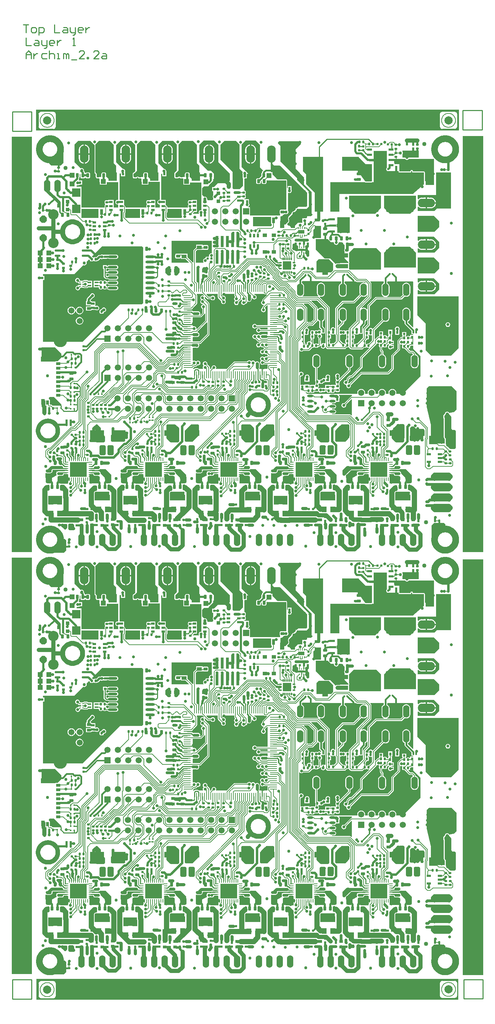
<source format=gtl>
G04*
G04 #@! TF.GenerationSoftware,Altium Limited,Altium Designer,18.1.9 (240)*
G04*
G04 Layer_Physical_Order=1*
G04 Layer_Color=255*
%FSLAX25Y25*%
%MOIN*%
G70*
G01*
G75*
%ADD10C,0.00700*%
G04:AMPARAMS|DCode=11|XSize=78.74mil|YSize=78.74mil|CornerRadius=39.37mil|HoleSize=0mil|Usage=FLASHONLY|Rotation=90.000|XOffset=0mil|YOffset=0mil|HoleType=Round|Shape=RoundedRectangle|*
%AMROUNDEDRECTD11*
21,1,0.07874,0.00000,0,0,90.0*
21,1,0.00000,0.07874,0,0,90.0*
1,1,0.07874,0.00000,0.00000*
1,1,0.07874,0.00000,0.00000*
1,1,0.07874,0.00000,0.00000*
1,1,0.07874,0.00000,0.00000*
%
%ADD11ROUNDEDRECTD11*%
%ADD12C,0.01000*%
%ADD13C,0.04500*%
%ADD14C,0.06196*%
%ADD15C,0.04300*%
%ADD16R,0.01654X0.01654*%
G04:AMPARAMS|DCode=17|XSize=22mil|YSize=24mil|CornerRadius=4.4mil|HoleSize=0mil|Usage=FLASHONLY|Rotation=180.000|XOffset=0mil|YOffset=0mil|HoleType=Round|Shape=RoundedRectangle|*
%AMROUNDEDRECTD17*
21,1,0.02200,0.01520,0,0,180.0*
21,1,0.01320,0.02400,0,0,180.0*
1,1,0.00880,-0.00660,0.00760*
1,1,0.00880,0.00660,0.00760*
1,1,0.00880,0.00660,-0.00760*
1,1,0.00880,-0.00660,-0.00760*
%
%ADD17ROUNDEDRECTD17*%
%ADD18R,0.01654X0.01654*%
%ADD19R,0.01181X0.01575*%
G04:AMPARAMS|DCode=20|XSize=22mil|YSize=24mil|CornerRadius=4.4mil|HoleSize=0mil|Usage=FLASHONLY|Rotation=90.000|XOffset=0mil|YOffset=0mil|HoleType=Round|Shape=RoundedRectangle|*
%AMROUNDEDRECTD20*
21,1,0.02200,0.01520,0,0,90.0*
21,1,0.01320,0.02400,0,0,90.0*
1,1,0.00880,0.00760,0.00660*
1,1,0.00880,0.00760,-0.00660*
1,1,0.00880,-0.00760,-0.00660*
1,1,0.00880,-0.00760,0.00660*
%
%ADD20ROUNDEDRECTD20*%
%ADD21R,0.02638X0.03465*%
%ADD22R,0.03937X0.02165*%
%ADD23R,0.19700X0.17000*%
%ADD24R,0.02800X0.05600*%
%ADD25R,0.05512X0.13386*%
%ADD26R,0.03543X0.05512*%
%ADD27R,0.02731X0.03937*%
%ADD28R,0.04724X0.05709*%
%ADD29R,0.04724X0.04528*%
%ADD30R,0.04724X0.04134*%
%ADD31R,0.03937X0.02756*%
%ADD32R,0.07900X0.07900*%
%ADD33O,0.05906X0.02362*%
%ADD34C,0.06000*%
%ADD35R,0.02953X0.11024*%
%ADD36R,0.05512X0.01900*%
%ADD37R,0.01102X0.01575*%
%ADD38O,0.00981X0.07087*%
%ADD39O,0.07087X0.00981*%
%ADD40R,0.04724X0.03543*%
%ADD41O,0.09055X0.02362*%
G04:AMPARAMS|DCode=42|XSize=29.13mil|YSize=39.37mil|CornerRadius=5.83mil|HoleSize=0mil|Usage=FLASHONLY|Rotation=0.000|XOffset=0mil|YOffset=0mil|HoleType=Round|Shape=RoundedRectangle|*
%AMROUNDEDRECTD42*
21,1,0.02913,0.02772,0,0,0.0*
21,1,0.01748,0.03937,0,0,0.0*
1,1,0.01165,0.00874,-0.01386*
1,1,0.01165,-0.00874,-0.01386*
1,1,0.01165,-0.00874,0.01386*
1,1,0.01165,0.00874,0.01386*
%
%ADD42ROUNDEDRECTD42*%
G04:AMPARAMS|DCode=43|XSize=40mil|YSize=40mil|CornerRadius=20mil|HoleSize=0mil|Usage=FLASHONLY|Rotation=270.000|XOffset=0mil|YOffset=0mil|HoleType=Round|Shape=RoundedRectangle|*
%AMROUNDEDRECTD43*
21,1,0.04000,0.00000,0,0,270.0*
21,1,0.00000,0.04000,0,0,270.0*
1,1,0.04000,0.00000,0.00000*
1,1,0.04000,0.00000,0.00000*
1,1,0.04000,0.00000,0.00000*
1,1,0.04000,0.00000,0.00000*
%
%ADD43ROUNDEDRECTD43*%
%ADD44R,0.04800X0.04800*%
%ADD45R,0.04800X0.04800*%
%ADD46R,0.02165X0.01968*%
%ADD47R,0.04331X0.06693*%
G04:AMPARAMS|DCode=48|XSize=29.13mil|YSize=39.37mil|CornerRadius=5.83mil|HoleSize=0mil|Usage=FLASHONLY|Rotation=90.000|XOffset=0mil|YOffset=0mil|HoleType=Round|Shape=RoundedRectangle|*
%AMROUNDEDRECTD48*
21,1,0.02913,0.02772,0,0,90.0*
21,1,0.01748,0.03937,0,0,90.0*
1,1,0.01165,0.01386,0.00874*
1,1,0.01165,0.01386,-0.00874*
1,1,0.01165,-0.01386,-0.00874*
1,1,0.01165,-0.01386,0.00874*
%
%ADD48ROUNDEDRECTD48*%
%ADD49R,0.02362X0.03347*%
%ADD50R,0.03600X0.03200*%
%ADD51C,0.03937*%
%ADD52R,0.03937X0.03543*%
%ADD53R,0.03543X0.01575*%
%ADD54R,0.01280X0.01063*%
%ADD55R,0.02400X0.02400*%
%ADD56O,0.01102X0.03150*%
%ADD57O,0.03150X0.01102*%
%ADD58R,0.08000X0.08000*%
%ADD59R,0.13386X0.05512*%
%ADD60R,0.02362X0.03150*%
G04:AMPARAMS|DCode=61|XSize=63mil|YSize=71mil|CornerRadius=15.75mil|HoleSize=0mil|Usage=FLASHONLY|Rotation=0.000|XOffset=0mil|YOffset=0mil|HoleType=Round|Shape=RoundedRectangle|*
%AMROUNDEDRECTD61*
21,1,0.06300,0.03950,0,0,0.0*
21,1,0.03150,0.07100,0,0,0.0*
1,1,0.03150,0.01575,-0.01975*
1,1,0.03150,-0.01575,-0.01975*
1,1,0.03150,-0.01575,0.01975*
1,1,0.03150,0.01575,0.01975*
%
%ADD61ROUNDEDRECTD61*%
%ADD62R,0.16142X0.14173*%
%ADD63O,0.03347X0.00984*%
%ADD64O,0.00984X0.03347*%
%ADD65R,0.03150X0.02165*%
%ADD66O,0.05709X0.02165*%
%ADD67R,0.03465X0.02638*%
%ADD68R,0.05118X0.05512*%
%ADD69R,0.10630X0.03740*%
%ADD70R,0.05000X0.08300*%
%ADD71R,0.16142X0.13780*%
%ADD72R,0.09449X0.12205*%
%ADD73R,0.04921X0.02165*%
%ADD74R,0.04921X0.03150*%
%ADD75R,0.05512X0.02362*%
%ADD76R,0.07087X0.02362*%
%ADD77R,0.00984X0.01968*%
%ADD78R,0.06299X0.03543*%
%ADD79R,0.01575X0.01181*%
%ADD80R,0.03740X0.10630*%
%ADD81R,0.03150X0.02362*%
%ADD82R,0.02400X0.02400*%
%ADD83R,0.03347X0.02362*%
G04:AMPARAMS|DCode=84|XSize=40mil|YSize=40mil|CornerRadius=20mil|HoleSize=0mil|Usage=FLASHONLY|Rotation=0.000|XOffset=0mil|YOffset=0mil|HoleType=Round|Shape=RoundedRectangle|*
%AMROUNDEDRECTD84*
21,1,0.04000,0.00000,0,0,0.0*
21,1,0.00000,0.04000,0,0,0.0*
1,1,0.04000,0.00000,0.00000*
1,1,0.04000,0.00000,0.00000*
1,1,0.04000,0.00000,0.00000*
1,1,0.04000,0.00000,0.00000*
%
%ADD84ROUNDEDRECTD84*%
%ADD85R,0.06693X0.04331*%
%ADD86R,0.07900X0.07900*%
%ADD87R,0.01968X0.02165*%
%ADD88C,0.02000*%
%ADD89C,0.02200*%
%ADD90C,0.02500*%
%ADD91C,0.03000*%
%ADD92C,0.01500*%
%ADD93C,0.02800*%
%ADD94C,0.01600*%
%ADD95C,0.02400*%
%ADD96C,0.02600*%
%ADD97C,0.01800*%
%ADD98C,0.00800*%
%ADD99C,0.04000*%
%ADD100C,0.01100*%
%ADD101C,0.00900*%
%ADD102C,0.01700*%
%ADD103C,0.02300*%
%ADD104C,0.01200*%
%ADD105C,0.00600*%
%ADD106C,0.01400*%
%ADD107C,0.00787*%
%ADD108C,0.00950*%
%ADD109C,0.04600*%
%ADD110C,0.05000*%
%ADD111C,0.05300*%
%ADD112C,0.03500*%
%ADD113C,0.04200*%
%ADD114C,0.02700*%
%ADD115C,0.04400*%
%ADD116O,0.16500X0.08250*%
G04:AMPARAMS|DCode=117|XSize=133mil|YSize=83mil|CornerRadius=0mil|HoleSize=0mil|Usage=FLASHONLY|Rotation=90.000|XOffset=0mil|YOffset=0mil|HoleType=Round|Shape=Octagon|*
%AMOCTAGOND117*
4,1,8,0.02075,0.06650,-0.02075,0.06650,-0.04150,0.04575,-0.04150,-0.04575,-0.02075,-0.06650,0.02075,-0.06650,0.04150,-0.04575,0.04150,0.04575,0.02075,0.06650,0.0*
%
%ADD117OCTAGOND117*%

%ADD118O,0.08250X0.16500*%
%ADD119P,0.07577X8X292.5*%
%ADD120C,0.10000*%
%ADD121C,0.05800*%
%ADD122C,0.13050*%
%ADD123O,0.06000X0.12000*%
%ADD124C,0.05906*%
%ADD125R,0.05906X0.05906*%
%ADD126O,0.12000X0.06000*%
%ADD127C,0.02800*%
%ADD128C,0.02200*%
%ADD129C,0.02900*%
%ADD130C,0.03000*%
G36*
X433783Y838244D02*
X27136D01*
Y858224D01*
X433783D01*
Y838244D01*
D02*
G37*
G36*
X395028Y812185D02*
X379575D01*
Y815420D01*
X379773Y815717D01*
X379951Y816614D01*
X379773Y817512D01*
X379575Y817808D01*
Y818831D01*
X382823Y818831D01*
X395028D01*
X395028Y812185D01*
D02*
G37*
G36*
X409791Y789646D02*
X401013D01*
X401013Y797999D01*
X400950Y798311D01*
X400774Y798576D01*
X400509Y798753D01*
X400197Y798815D01*
X389583D01*
Y799390D01*
X389521Y799702D01*
X389344Y799967D01*
X389079Y800143D01*
X388767Y800206D01*
X387906D01*
X387594Y800143D01*
X387330Y799967D01*
X387153Y799702D01*
X387091Y799390D01*
Y798815D01*
X376492D01*
Y799390D01*
X376476Y799469D01*
X376476Y805886D01*
X371724D01*
Y806794D01*
X371654D01*
X371654Y808839D01*
X366043D01*
Y811004D01*
X382025D01*
X382225Y810703D01*
X382953Y810217D01*
X383812Y810046D01*
X384670Y810217D01*
X385398Y810703D01*
X385599Y811004D01*
X409791D01*
Y789646D01*
D02*
G37*
G36*
X53347Y818616D02*
Y806968D01*
X50972Y804594D01*
X41694D01*
X39961Y806327D01*
X39961Y808839D01*
X52846Y818861D01*
X53347Y818616D01*
D02*
G37*
G36*
X158994Y828194D02*
X162394Y824794D01*
Y799594D01*
X160289Y797489D01*
Y796992D01*
X160187Y796479D01*
Y794394D01*
Y793708D01*
X160294Y793168D01*
X160600Y792711D01*
X161057Y792405D01*
X161597Y792298D01*
X163345D01*
X163884Y792405D01*
X164342Y792711D01*
X164566Y793046D01*
X164689Y793077D01*
X165000Y793077D01*
X165121Y793046D01*
X165345Y792710D01*
X165803Y792405D01*
X166342Y792297D01*
X168090D01*
X168228Y792324D01*
X168728Y791914D01*
Y786094D01*
X175127D01*
Y788394D01*
X186094D01*
Y761967D01*
X185813Y761737D01*
X184955Y761566D01*
X184227Y761080D01*
X183741Y760352D01*
X183570Y759494D01*
X183729Y758694D01*
X183696Y758570D01*
X183435Y758194D01*
X178021D01*
X177814Y758694D01*
X179193Y760072D01*
X181967D01*
Y763813D01*
Y767553D01*
Y771515D01*
X177021D01*
Y771490D01*
X176539Y771213D01*
X176521Y771215D01*
X176054Y771308D01*
X174534D01*
X174050Y771211D01*
X173640Y770937D01*
X173366Y770527D01*
X173269Y770044D01*
Y768723D01*
X173366Y768240D01*
X173640Y767830D01*
X173700Y767789D01*
Y767188D01*
X173640Y767148D01*
X173366Y766738D01*
X173269Y766254D01*
Y764934D01*
X173337Y764594D01*
X173108Y764197D01*
X173002Y764094D01*
X153363D01*
Y764825D01*
X153363Y764825D01*
X153278Y765254D01*
X153035Y765618D01*
X152230Y766423D01*
X151942Y766616D01*
Y771450D01*
X147594D01*
X147594Y796694D01*
X148594D01*
Y794294D01*
X152594D01*
Y794394D01*
Y798294D01*
X152494D01*
Y799094D01*
X152413Y799174D01*
X152289Y799796D01*
X151891Y800391D01*
X151857Y800414D01*
X151680Y800680D01*
X150952Y801166D01*
X150290Y801298D01*
X144694Y806894D01*
Y824694D01*
X148394Y828394D01*
X158794D01*
X158994Y828194D01*
D02*
G37*
G36*
X121231Y825957D02*
X121523Y825519D01*
X121961Y825227D01*
X122594Y824594D01*
Y799294D01*
X121113Y797813D01*
X120957Y797782D01*
X120500Y797476D01*
X120194Y797019D01*
X120093Y796507D01*
D01*
X120087Y796480D01*
X120087Y796480D01*
Y795294D01*
Y793708D01*
X120194Y793168D01*
X120500Y792711D01*
X120957Y792405D01*
X121497Y792298D01*
X123245D01*
X123784Y792405D01*
X124242Y792711D01*
X124534Y793148D01*
X124668Y793168D01*
X124919Y793168D01*
X125053Y793148D01*
X125345Y792711D01*
X125803Y792405D01*
X126342Y792298D01*
X128090D01*
X128394Y792049D01*
Y788994D01*
X128828D01*
Y786094D01*
X135228D01*
Y788994D01*
X146194D01*
Y771932D01*
X145925Y771712D01*
X145067Y771541D01*
X144339Y771055D01*
X143853Y770327D01*
X143682Y769468D01*
X143853Y768610D01*
X144339Y767882D01*
X145067Y767396D01*
X145925Y767225D01*
X146194Y767005D01*
Y764094D01*
X141902D01*
Y767487D01*
Y771450D01*
X136956D01*
X136956Y771450D01*
X136456Y771234D01*
X136055Y771314D01*
X134535D01*
X134051Y771218D01*
X133641Y770944D01*
X133367Y770534D01*
X133271Y770050D01*
Y768730D01*
X133367Y768246D01*
X133641Y767836D01*
X133702Y767796D01*
Y767194D01*
X133641Y767154D01*
X133367Y766744D01*
X133271Y766260D01*
Y764940D01*
X133340Y764594D01*
X133054Y764094D01*
X113206D01*
Y764898D01*
X113206Y764898D01*
X113120Y765327D01*
X112877Y765691D01*
X112877Y765691D01*
X112288Y766280D01*
X112237Y766357D01*
X112237Y766357D01*
X112171Y766423D01*
X111807Y766666D01*
X111784Y766671D01*
Y771450D01*
X107394D01*
Y796894D01*
X108794D01*
Y794294D01*
X112794D01*
Y795294D01*
Y798294D01*
X112794D01*
X112737Y798794D01*
X112837Y799294D01*
X112666Y800152D01*
X112180Y800880D01*
X111452Y801366D01*
X110594Y801537D01*
X110474Y801513D01*
X103994Y807994D01*
X103994Y824394D01*
X107994Y828394D01*
X118794Y828394D01*
X121231Y825957D01*
D02*
G37*
G36*
X81349Y826338D02*
X81813Y825644D01*
X82507Y825181D01*
X83394Y824294D01*
X83394Y796894D01*
X84321D01*
X84638Y796507D01*
X84632Y796480D01*
Y793708D01*
X84740Y793168D01*
X85045Y792711D01*
X85503Y792405D01*
X86042Y792298D01*
X87790D01*
X88094Y792049D01*
Y788594D01*
X88627D01*
Y786094D01*
X95028D01*
Y788594D01*
X106294D01*
Y771864D01*
X105907Y771546D01*
X105571Y771613D01*
X104712Y771442D01*
X103985Y770956D01*
X103498Y770228D01*
X103328Y769370D01*
X103498Y768512D01*
X103985Y767784D01*
X104712Y767298D01*
X105571Y767127D01*
X105907Y767194D01*
X106294Y766877D01*
Y764094D01*
X101745D01*
Y767487D01*
Y771450D01*
X96798D01*
Y771440D01*
X96298Y771153D01*
X95954Y771221D01*
X94434D01*
X93950Y771125D01*
X93540Y770851D01*
X93266Y770441D01*
X93170Y769957D01*
Y768637D01*
X93266Y768153D01*
X93540Y767743D01*
X93601Y767703D01*
Y767102D01*
X93540Y767061D01*
X93266Y766651D01*
X93170Y766167D01*
Y765068D01*
X93080Y764617D01*
Y764094D01*
X70794D01*
Y784194D01*
X65994D01*
Y785260D01*
X66494Y785650D01*
X66994Y785551D01*
X67852Y785721D01*
X68207Y785958D01*
X69294D01*
X69974Y786094D01*
X71494D01*
Y790094D01*
X68260D01*
X68087Y790594D01*
X68412Y791081D01*
X68552Y791783D01*
Y792688D01*
X68588Y792711D01*
X68893Y793169D01*
X69001Y793708D01*
Y796480D01*
X69370Y796579D01*
X69787Y796142D01*
Y793708D01*
X69895Y793169D01*
X70200Y792711D01*
X70658Y792406D01*
X71197Y792298D01*
X72945D01*
X73485Y792406D01*
X73942Y792711D01*
X74166Y793046D01*
X74288Y793078D01*
X74600Y793078D01*
X74721Y793046D01*
X74946Y792711D01*
X75403Y792405D01*
X75942Y792298D01*
X77691D01*
X78230Y792405D01*
X78687Y792711D01*
X78993Y793168D01*
X79100Y793708D01*
Y793994D01*
Y796480D01*
X79095Y796507D01*
D01*
X78993Y797019D01*
X78687Y797476D01*
X78230Y797782D01*
X77691Y797889D01*
X75942D01*
X75403Y797782D01*
X75191Y797641D01*
X74935Y797481D01*
X74491Y797696D01*
X73791Y798396D01*
X73767Y798519D01*
X73369Y799114D01*
X73129Y799354D01*
X73237Y799894D01*
X73066Y800752D01*
X72580Y801480D01*
X71852Y801966D01*
X70994Y802137D01*
X70207Y801980D01*
X69194Y802994D01*
X64294Y807893D01*
X64294Y824794D01*
X67894Y828394D01*
X79294D01*
X81349Y826338D01*
D02*
G37*
G36*
X181894Y824494D02*
Y806994D01*
X184294Y804594D01*
Y792094D01*
X182894Y790694D01*
X177994D01*
X175094Y793594D01*
X174947D01*
X174854Y793707D01*
Y796479D01*
X174747Y797018D01*
X174441Y797475D01*
X173984Y797781D01*
X173445Y797888D01*
X171696D01*
X171157Y797781D01*
X170700Y797475D01*
X170394Y797018D01*
X170287Y796479D01*
Y793707D01*
X170194Y793594D01*
X165704D01*
X165703Y793595D01*
X165612Y793697D01*
X165591Y793707D01*
X165574Y793724D01*
X165448Y793776D01*
X165325Y793835D01*
X165204Y793867D01*
X165101Y793872D01*
X165000Y793893D01*
X164689Y793893D01*
X164588Y793873D01*
X164486Y793867D01*
X164363Y793836D01*
X164239Y793776D01*
X164112Y793724D01*
X164096Y793708D01*
X164076Y793698D01*
X163984Y793596D01*
X163982Y793594D01*
X161394D01*
X161003Y793985D01*
Y796399D01*
X161078Y796778D01*
X163994Y799694D01*
Y824794D01*
X164802Y825602D01*
X164980Y825721D01*
X165098Y825898D01*
X167494Y828294D01*
X178094D01*
X181894Y824494D01*
D02*
G37*
G36*
X141894D02*
Y806994D01*
X144294Y804594D01*
Y792094D01*
X142894Y790694D01*
X137994D01*
X135094Y793594D01*
X134948D01*
X134854Y793708D01*
Y796479D01*
X134747Y797019D01*
X134441Y797476D01*
X133984Y797782D01*
X133445Y797889D01*
X131696D01*
X131157Y797782D01*
X130700Y797476D01*
X130394Y797019D01*
X130287Y796479D01*
Y793708D01*
X130193Y793594D01*
X125736D01*
X125731Y793601D01*
X125717Y793615D01*
X125709Y793633D01*
X125605Y793727D01*
X125506Y793826D01*
X125488Y793834D01*
X125473Y793847D01*
X125341Y793894D01*
X125212Y793948D01*
X125192D01*
X125174Y793955D01*
X125039Y793975D01*
X124979Y793972D01*
X124919Y793984D01*
X124669Y793984D01*
X124609Y793972D01*
X124548Y793975D01*
X124414Y793955D01*
X124395Y793948D01*
X124375D01*
X124246Y793895D01*
X124114Y793848D01*
X124099Y793834D01*
X124081Y793826D01*
X123982Y793728D01*
X123878Y793634D01*
X123870Y793616D01*
X123856Y793601D01*
X123851Y793594D01*
X121394D01*
X120903Y794085D01*
Y796399D01*
X120953Y796653D01*
X121342Y797042D01*
X121346Y797044D01*
X121425Y797059D01*
X121492Y797104D01*
X121566Y797135D01*
X121623Y797191D01*
X121690Y797236D01*
X123170Y798717D01*
X123347Y798982D01*
X123364Y799064D01*
X123994Y799694D01*
Y824794D01*
X127494Y828294D01*
X138094D01*
X141894Y824494D01*
D02*
G37*
G36*
X100931Y825456D02*
X101117Y825179D01*
X101394Y824994D01*
X101894Y824494D01*
Y806994D01*
X104294Y804594D01*
Y792094D01*
X102894Y790694D01*
X97994D01*
X95094Y793594D01*
X94648D01*
X94554Y793708D01*
Y796480D01*
X94447Y797019D01*
X94141Y797476D01*
X93684Y797782D01*
X93145Y797889D01*
X91396D01*
X90857Y797782D01*
X90400Y797476D01*
X90094Y797019D01*
X89987Y796480D01*
Y793708D01*
X89893Y793594D01*
X85487D01*
X85448Y793788D01*
Y796422D01*
X85450Y796427D01*
X85448Y796443D01*
Y796480D01*
X85441Y796515D01*
X85438Y796547D01*
X85438Y796666D01*
X85422Y796704D01*
X85418Y796744D01*
X85362Y796850D01*
X85316Y796960D01*
X85287Y796989D01*
X85268Y797025D01*
X84951Y797411D01*
X84920Y797437D01*
X84898Y797471D01*
X84798Y797537D01*
X84705Y797613D01*
X84667Y797625D01*
X84633Y797647D01*
X84515Y797671D01*
X84401Y797706D01*
X84209Y798144D01*
X84209Y824294D01*
X84147Y824606D01*
X84010Y824811D01*
X84561Y825361D01*
X84985Y825644D01*
X85268Y826068D01*
X87494Y828294D01*
X98094D01*
X100931Y825456D01*
D02*
G37*
G36*
X344291Y805984D02*
X350197D01*
Y789941D01*
X349410Y789153D01*
X343722Y789153D01*
X338194Y796877D01*
X337206D01*
X336445Y797638D01*
Y812969D01*
X337307D01*
X344291Y805984D01*
D02*
G37*
G36*
X364567Y802554D02*
X364458Y802482D01*
X364039Y801853D01*
X363891Y801112D01*
X364039Y800371D01*
X364458Y799742D01*
X364567Y799670D01*
Y799390D01*
X364986D01*
X365087Y799322D01*
X365828Y799175D01*
X366570Y799322D01*
X366671Y799390D01*
X375676D01*
Y797999D01*
X387906D01*
Y799390D01*
X388767D01*
Y797999D01*
X400197D01*
X400197Y786516D01*
X389611Y777165D01*
X318701D01*
X318701Y760315D01*
X310397Y760315D01*
X310044Y760669D01*
X310157Y788563D01*
X343166D01*
X343223Y788525D01*
X343291Y788461D01*
X343354Y788437D01*
X343410Y788400D01*
X343501Y788382D01*
X343589Y788349D01*
X343656Y788351D01*
X343722Y788338D01*
X349410Y788338D01*
X349530Y788362D01*
X350228D01*
Y788563D01*
X351673D01*
Y818583D01*
X364567D01*
Y802554D01*
D02*
G37*
G36*
X222794Y824794D02*
Y801594D01*
X225967Y798420D01*
X225721Y798052D01*
X225551Y797194D01*
X225721Y796335D01*
X225754Y796286D01*
Y794194D01*
X225794Y793997D01*
Y792194D01*
X226294D01*
Y785194D01*
X223094Y781994D01*
X216816D01*
X215994Y782816D01*
Y798494D01*
X204494Y809994D01*
Y824594D01*
X208294Y828394D01*
X219194D01*
X222794Y824794D01*
D02*
G37*
G36*
X254394Y814142D02*
Y806242D01*
X255894Y804742D01*
X261594D01*
X287794Y778542D01*
Y765842D01*
X286894Y764942D01*
X279168Y764942D01*
X277925Y763698D01*
X276938D01*
Y762711D01*
X274891Y760665D01*
X274135Y760514D01*
X273408Y760028D01*
X272921Y759300D01*
X272771Y758544D01*
X269694Y755467D01*
Y754758D01*
X269521Y754500D01*
X269351Y753642D01*
X269521Y752783D01*
X269694Y752526D01*
X269694Y750942D01*
X266794Y748042D01*
X262268D01*
Y754424D01*
X265580Y757735D01*
X266119Y757842D01*
X266512Y758105D01*
X266735Y757956D01*
X267594Y757785D01*
X268452Y757956D01*
X269180Y758442D01*
X269666Y759169D01*
X269837Y760028D01*
X269666Y760886D01*
X269291Y761447D01*
X269494Y761649D01*
X269494Y778101D01*
X269935Y778337D01*
X270035Y778269D01*
X270894Y778099D01*
X271752Y778269D01*
X272480Y778756D01*
X272966Y779483D01*
X273137Y780342D01*
X272966Y781200D01*
X272776Y781484D01*
Y784826D01*
X271150D01*
X270894Y784877D01*
X270637Y784826D01*
X269011D01*
Y783077D01*
X268511Y782810D01*
X268509Y782811D01*
Y790394D01*
X268447Y790706D01*
X268270Y790971D01*
X268006Y791147D01*
X267694Y791209D01*
X262494Y791209D01*
X259626D01*
X254494Y796342D01*
Y798276D01*
X252894D01*
Y814842D01*
X253294Y815242D01*
X254394Y814142D01*
D02*
G37*
G36*
X426228Y798012D02*
Y763366D01*
X412478Y763366D01*
X410022Y760911D01*
X394274D01*
Y764759D01*
X394774Y764911D01*
X395747Y764165D01*
X396994Y763649D01*
X398332Y763473D01*
X401857D01*
Y768642D01*
Y773811D01*
X398332D01*
X396994Y773635D01*
X395747Y773118D01*
X394774Y772372D01*
X394274Y772524D01*
Y776363D01*
X411804Y776363D01*
X411804Y798012D01*
X426228Y798012D01*
D02*
G37*
G36*
X202494Y824594D02*
Y814494D01*
Y807894D01*
X205994Y804394D01*
X213594Y796794D01*
Y790294D01*
X210794Y787494D01*
X201894D01*
X198169Y783769D01*
X196332D01*
Y779769D01*
X197394D01*
Y775828D01*
X197184Y775515D01*
X197014Y774657D01*
X197184Y773798D01*
X197394Y773485D01*
Y772194D01*
X196394Y771194D01*
X192373D01*
X192006Y771515D01*
X192006Y771515D01*
X191664Y771929D01*
X191756Y772394D01*
X191586Y773252D01*
X191100Y773980D01*
X191027Y774028D01*
X191011Y774052D01*
X190333Y774505D01*
X189533Y774664D01*
X188858Y774530D01*
X186909Y776478D01*
Y782909D01*
X188594Y784594D01*
X192354D01*
X193486Y785725D01*
X193569D01*
Y785809D01*
X198194Y790433D01*
Y796694D01*
X195393Y799494D01*
X192593D01*
X186794Y805294D01*
X184094Y807994D01*
Y824694D01*
X187994Y828594D01*
X198494D01*
X202494Y824594D01*
D02*
G37*
G36*
X281819Y825197D02*
X276898Y820276D01*
X276898Y801654D01*
X284772Y792815D01*
Y786564D01*
X292194Y779142D01*
Y758542D01*
X293294Y757442D01*
X291694Y755842D01*
X287694D01*
Y754842D01*
X286794Y753942D01*
X283094D01*
X273994Y744842D01*
X272694D01*
X270194Y747342D01*
Y750288D01*
X270270Y750365D01*
X270447Y750630D01*
X270509Y750942D01*
X270509Y750942D01*
X270509Y752526D01*
X270494Y752604D01*
Y752685D01*
X270463Y752759D01*
X270447Y752838D01*
X270403Y752904D01*
X270372Y752979D01*
X270290Y753102D01*
X270194Y753584D01*
Y753699D01*
X270290Y754182D01*
X270372Y754305D01*
X270403Y754379D01*
X270447Y754446D01*
X270460Y754508D01*
X278894Y762942D01*
X286694D01*
X286944Y762692D01*
X289394Y765142D01*
Y779442D01*
X278261Y790575D01*
Y792505D01*
X262134Y808632D01*
Y823524D01*
X259968Y825689D01*
Y826870D01*
X261150Y828051D01*
X281819D01*
Y825197D01*
D02*
G37*
G36*
X242594Y824394D02*
X242594Y802994D01*
X245652Y799935D01*
X244953Y799236D01*
X244611Y798724D01*
X244491Y798119D01*
Y797670D01*
X244200Y797475D01*
X243894Y797018D01*
X243787Y796479D01*
Y794447D01*
X243533Y794194D01*
X241677Y792337D01*
X240242D01*
X239703Y792230D01*
X239245Y791924D01*
X238940Y791467D01*
X238832Y790927D01*
Y788156D01*
X238940Y787616D01*
X239245Y787159D01*
X239703Y786853D01*
X240242Y786746D01*
X241990D01*
X242530Y786853D01*
X242987Y787159D01*
X243293Y787616D01*
X243400Y788156D01*
Y789587D01*
X243749Y789875D01*
X244187Y789687D01*
Y788156D01*
X244294Y787616D01*
X244600Y787159D01*
X245057Y786853D01*
X245597Y786746D01*
X247345D01*
X247884Y786853D01*
X248341Y787159D01*
X248647Y787616D01*
X248754Y788156D01*
Y790516D01*
X248894Y790616D01*
X249394Y790394D01*
Y790394D01*
X262494D01*
X267694Y790394D01*
Y762271D01*
X265739D01*
X265580Y762303D01*
X262808D01*
X262268Y762195D01*
X261811Y761890D01*
X261505Y761433D01*
X261398Y760893D01*
Y759145D01*
X261505Y758605D01*
X261694Y758324D01*
Y756594D01*
X233303D01*
X232946Y756941D01*
Y764446D01*
X231293D01*
X230985Y764910D01*
X230990Y764947D01*
X231680Y765408D01*
X232166Y766135D01*
X232337Y766994D01*
X232166Y767852D01*
X231984Y768125D01*
X231946Y768610D01*
X231946Y768610D01*
X231946Y768610D01*
Y772178D01*
X230320D01*
X230064Y772229D01*
X229807Y772178D01*
X228181D01*
Y772178D01*
X228176D01*
Y772178D01*
X227394D01*
Y772869D01*
X227554D01*
X228038Y772966D01*
X228448Y773240D01*
X228722Y773650D01*
X228818Y774134D01*
Y775454D01*
X228722Y775938D01*
X228448Y776348D01*
X228387Y776388D01*
Y776989D01*
X228448Y777030D01*
X228722Y777440D01*
X228818Y777923D01*
Y779244D01*
X228722Y779727D01*
X228448Y780137D01*
X228038Y780411D01*
X227554Y780508D01*
X227394D01*
Y791774D01*
X227794Y792155D01*
X227991Y792194D01*
X229794D01*
Y793997D01*
X229833Y794194D01*
Y796286D01*
X229866Y796335D01*
X229898Y796494D01*
X231531D01*
X229652Y798373D01*
X229380Y798780D01*
X228973Y799052D01*
X224694Y803331D01*
Y824794D01*
X228394Y828494D01*
X238494D01*
X242594Y824394D01*
D02*
G37*
G36*
X303150Y760315D02*
X295079D01*
X295079Y778669D01*
X286811Y786937D01*
X286811Y796240D01*
X283858Y799193D01*
Y812972D01*
X303150D01*
Y760315D01*
D02*
G37*
G36*
X392557Y763760D02*
X386947Y758150D01*
X367458D01*
X361848Y763760D01*
Y775472D01*
X392557D01*
Y763760D01*
D02*
G37*
G36*
X358957D02*
X353346Y758150D01*
X333858D01*
X328248Y763760D01*
Y775472D01*
X358957D01*
Y763760D01*
D02*
G37*
G36*
X127094Y754294D02*
X113405D01*
X112663Y755035D01*
Y758943D01*
X112877Y759157D01*
X112877Y759157D01*
X113120Y759521D01*
X113206Y759950D01*
X113206Y759950D01*
Y762994D01*
X127094D01*
Y754294D01*
D02*
G37*
G36*
X167194Y754194D02*
X153665D01*
X152913Y754945D01*
Y759122D01*
X153035Y759244D01*
X153035Y759244D01*
X153278Y759608D01*
X153363Y760037D01*
Y762994D01*
X167194D01*
Y754194D01*
D02*
G37*
G36*
X86994D02*
X70894D01*
Y762770D01*
X70994Y762794D01*
X86994D01*
Y754194D01*
D02*
G37*
G36*
X253294Y746094D02*
X235694D01*
Y755194D01*
X253294D01*
Y746094D01*
D02*
G37*
G36*
X414845Y751344D02*
Y745733D01*
X410022Y740911D01*
X394274D01*
Y756363D01*
X409826D01*
X414845Y751344D01*
D02*
G37*
G36*
X328886Y739843D02*
X316779D01*
Y745158D01*
X316071Y745866D01*
Y748189D01*
X316779Y748898D01*
Y754803D01*
X328886D01*
Y739843D01*
D02*
G37*
G36*
X301031Y734941D02*
X293748D01*
Y742842D01*
X295294Y744387D01*
Y746732D01*
X301031D01*
Y734941D01*
D02*
G37*
G36*
X196031Y720650D02*
X195669Y720353D01*
X194811Y720183D01*
X194083Y719696D01*
X193597Y718969D01*
X193426Y718110D01*
X193540Y717540D01*
X193183Y717040D01*
X190115D01*
Y715559D01*
X189961Y715432D01*
X189102Y715261D01*
X188374Y714775D01*
X187888Y714047D01*
X187717Y713189D01*
X187888Y712331D01*
X188275Y711751D01*
X188069Y711251D01*
X180817D01*
Y722134D01*
X182182Y723499D01*
X187337D01*
Y723921D01*
X187837Y724028D01*
X188266Y723741D01*
X188806Y723634D01*
X191577D01*
X192117Y723741D01*
X192574Y724047D01*
X192880Y724504D01*
X192987Y725043D01*
Y726792D01*
X192880Y727331D01*
X192574Y727788D01*
X192117Y728094D01*
X191577Y728201D01*
X188806D01*
X188266Y728094D01*
X187837Y727807D01*
X187683Y727840D01*
X187337Y727983D01*
Y728643D01*
X181013D01*
Y725791D01*
X178726Y723504D01*
X178461Y723107D01*
X178368Y722639D01*
X178370Y722628D01*
Y711569D01*
X177920Y711413D01*
X177870Y711411D01*
X172770Y716511D01*
Y719981D01*
X166446D01*
Y719826D01*
X165253D01*
X165067Y719863D01*
X162295D01*
X161756Y719755D01*
X161298Y719450D01*
X160993Y718992D01*
X160886Y718453D01*
Y716705D01*
X160993Y716165D01*
X161298Y715708D01*
X161756Y715402D01*
X162295Y715295D01*
X165067D01*
X165606Y715402D01*
X165946Y715629D01*
X166350Y715483D01*
X166446Y715408D01*
Y714838D01*
X170983D01*
X174108Y711713D01*
X173916Y711251D01*
X157570D01*
Y732295D01*
X196031D01*
Y720650D01*
D02*
G37*
G36*
X414845Y731344D02*
Y725734D01*
X410022Y720911D01*
X394274D01*
Y724759D01*
X394774Y724911D01*
X395747Y724165D01*
X396994Y723649D01*
X398332Y723472D01*
X401857D01*
Y728642D01*
Y733811D01*
X398332D01*
X396994Y733635D01*
X395747Y733118D01*
X394774Y732372D01*
X394274Y732524D01*
Y736363D01*
X409826D01*
X414845Y731344D01*
D02*
G37*
G36*
X130194Y725694D02*
Y672994D01*
Y672394D01*
X128894Y671094D01*
X107794D01*
X71994Y635294D01*
X33694D01*
X33694Y679994D01*
X33694Y694594D01*
X35263D01*
Y698594D01*
X33694D01*
Y700394D01*
X63976Y700394D01*
X72503Y708920D01*
X72626Y708837D01*
X73524Y708659D01*
X74421Y708837D01*
X75182Y709346D01*
X75690Y710107D01*
X75869Y711004D01*
X75690Y711901D01*
X75608Y712025D01*
X78176Y714594D01*
X78783Y713986D01*
Y713898D01*
X78879Y713414D01*
X79153Y713003D01*
X79564Y712730D01*
X80047Y712633D01*
X81367D01*
X81851Y712730D01*
X82261Y713003D01*
X82302Y713064D01*
X82903D01*
X82943Y713003D01*
X83353Y712730D01*
X83837Y712633D01*
X85157D01*
X85641Y712730D01*
X85780Y712822D01*
X85934D01*
X86636Y712962D01*
X87231Y713360D01*
X88900Y715028D01*
X89325D01*
X89635Y714821D01*
X90494Y714651D01*
X91189Y714789D01*
X91352Y714821D01*
X91610Y714981D01*
Y714981D01*
X91610Y714981D01*
X95178D01*
Y715158D01*
X96716D01*
X96762Y715128D01*
X97535Y714974D01*
X104228D01*
X105001Y715128D01*
X105657Y715565D01*
X106095Y716221D01*
X106248Y716994D01*
X106095Y717767D01*
X105657Y718422D01*
X105001Y718860D01*
X104228Y719014D01*
X97535D01*
X96762Y718860D01*
X96716Y718829D01*
X93594D01*
X93178Y718746D01*
X91681D01*
X91352Y718966D01*
X90494Y719137D01*
X89635Y718966D01*
X89236Y718699D01*
X88140D01*
X87437Y718559D01*
X86842Y718161D01*
X85328Y716648D01*
X85157Y716682D01*
X83837D01*
X83353Y716586D01*
X82943Y716312D01*
X82903Y716251D01*
X82302D01*
X82261Y716312D01*
X81851Y716586D01*
X81367Y716682D01*
X81279D01*
X80771Y717189D01*
X90476Y726894D01*
X128994Y726894D01*
X130194Y725694D01*
D02*
G37*
G36*
X310586Y731002D02*
X313338D01*
X313655Y730615D01*
X313651Y730591D01*
X313821Y729732D01*
X314308Y729004D01*
X315035Y728518D01*
X315894Y728347D01*
X316752Y728518D01*
X317480Y729004D01*
X317966Y729732D01*
X318137Y730591D01*
X318132Y730615D01*
X318449Y731002D01*
X320967D01*
X323694Y728275D01*
Y724108D01*
X323633Y724016D01*
X323474Y723217D01*
X323633Y722417D01*
X323694Y722325D01*
Y715631D01*
X327579Y711745D01*
X327481Y711252D01*
X327505Y711134D01*
X327187Y710748D01*
X319547D01*
Y710623D01*
X316994D01*
X316263Y710527D01*
X315582Y710245D01*
X315220Y709968D01*
X309994Y715194D01*
X309086D01*
X309006Y715247D01*
X308694Y715309D01*
X308694Y715309D01*
X304678D01*
X296307Y723680D01*
Y733794D01*
X307794D01*
X310586Y731002D01*
D02*
G37*
G36*
X392539Y720828D02*
Y706575D01*
X361831D01*
Y720828D01*
X367441Y726438D01*
X386929D01*
X392539Y720828D01*
D02*
G37*
G36*
X358939D02*
Y704606D01*
X328735D01*
X328480Y704776D01*
X328231Y704826D01*
Y710796D01*
X328285Y710898D01*
X328289Y710938D01*
X328305Y710975D01*
Y711095D01*
X328316Y711214D01*
X328310Y711236D01*
X328379Y711586D01*
Y711666D01*
X328395Y711745D01*
X328379Y711824D01*
Y711904D01*
X328349Y711978D01*
X328333Y712057D01*
X328288Y712124D01*
X328258Y712198D01*
X328231Y712225D01*
Y720828D01*
X332777Y725374D01*
X354393D01*
X358939Y720828D01*
D02*
G37*
G36*
X312894Y710294D02*
Y703960D01*
X310827Y701894D01*
X296894D01*
Y706894D01*
X296894Y712594D01*
X298794Y714494D01*
X308694Y714494D01*
X312894Y710294D01*
D02*
G37*
G36*
X414845Y711344D02*
Y705733D01*
X410022Y700911D01*
X394274D01*
Y716363D01*
X409826D01*
X414845Y711344D01*
D02*
G37*
G36*
X320512Y693354D02*
Y691731D01*
X320227Y691613D01*
X319433Y691004D01*
X318824Y690210D01*
X318442Y689286D01*
X318311Y688294D01*
Y682294D01*
X318442Y681302D01*
X318824Y680377D01*
X319433Y679584D01*
X320227Y678974D01*
X321152Y678591D01*
X322144Y678461D01*
X323136Y678591D01*
X324060Y678974D01*
X324854Y679584D01*
X325463Y680377D01*
X325846Y681302D01*
X325976Y682294D01*
Y688294D01*
X325846Y689286D01*
X325463Y690210D01*
X324854Y691004D01*
X324060Y691613D01*
X323775Y691731D01*
Y692994D01*
X324129Y693348D01*
X334614Y693328D01*
X334914Y693027D01*
X335278Y692784D01*
X335707Y692699D01*
X335707Y692699D01*
X343502D01*
X344038Y692163D01*
X343755Y691740D01*
X343136Y691996D01*
X342144Y692127D01*
X341152Y691996D01*
X340227Y691613D01*
X339434Y691004D01*
X338824Y690210D01*
X338441Y689286D01*
X338311Y688294D01*
Y682294D01*
X338441Y681302D01*
X338590Y680943D01*
X332189Y674541D01*
X322164D01*
X321696Y674448D01*
X321299Y674183D01*
X315334Y668218D01*
X315069Y667821D01*
X314976Y667353D01*
Y648559D01*
X314476Y648407D01*
X314324Y648633D01*
X313597Y649120D01*
X312738Y649290D01*
X311880Y649120D01*
X311152Y648633D01*
X310666Y647906D01*
X310495Y647047D01*
X310617Y646435D01*
X310167Y646134D01*
X310054Y646209D01*
X309570Y646306D01*
X309502D01*
Y668041D01*
X309502Y668041D01*
X309416Y668470D01*
X309173Y668834D01*
X309173Y668834D01*
X299879Y678128D01*
X300088Y678556D01*
X300126Y678588D01*
X301094Y678461D01*
X302086Y678591D01*
X303010Y678974D01*
X303804Y679584D01*
X304413Y680377D01*
X304796Y681302D01*
X304926Y682294D01*
Y688294D01*
X304796Y689286D01*
X304413Y690210D01*
X303804Y691004D01*
X303010Y691613D01*
X302086Y691996D01*
X301094Y692127D01*
X300102Y691996D01*
X299177Y691613D01*
X298383Y691004D01*
X297774Y690210D01*
X297392Y689286D01*
X297261Y688294D01*
Y682294D01*
X297392Y681302D01*
X297774Y680377D01*
X298383Y679584D01*
X298603Y679415D01*
X298433Y678915D01*
X283754D01*
X283585Y679415D01*
X283804Y679584D01*
X284413Y680377D01*
X284796Y681302D01*
X284927Y682294D01*
Y688294D01*
X284796Y689286D01*
X284413Y690210D01*
X283804Y691004D01*
X283010Y691613D01*
X282725Y691731D01*
Y693071D01*
X283079Y693425D01*
X320512Y693354D01*
D02*
G37*
G36*
X414845Y691344D02*
Y685734D01*
X410022Y680911D01*
X394274D01*
Y684759D01*
X394774Y684911D01*
X395747Y684165D01*
X396994Y683649D01*
X398332Y683472D01*
X401857D01*
Y688642D01*
Y693811D01*
X398332D01*
X396994Y693635D01*
X395747Y693118D01*
X394774Y692372D01*
X394274Y692524D01*
Y696363D01*
X409826D01*
X414845Y691344D01*
D02*
G37*
G36*
X187381Y681099D02*
X188491Y679989D01*
X188173Y679600D01*
X188152Y679614D01*
X187294Y679785D01*
X186435Y679614D01*
X185708Y679128D01*
X185221Y678400D01*
X185051Y677542D01*
X185221Y676683D01*
X185704Y675961D01*
X185778Y675843D01*
Y675409D01*
X185699Y675356D01*
X185213Y674628D01*
X185042Y673770D01*
X185213Y672911D01*
X185699Y672184D01*
X186426Y671697D01*
X187285Y671526D01*
X187347Y671539D01*
X187394Y671487D01*
X187372Y671297D01*
X187246Y670906D01*
X186608Y670480D01*
X186121Y669752D01*
X185951Y668894D01*
X186121Y668035D01*
X186608Y667308D01*
X187072Y666997D01*
Y663006D01*
X185332Y661266D01*
X185265Y661284D01*
X184847Y661553D01*
X185018Y662411D01*
X184847Y663270D01*
X184361Y663997D01*
X183633Y664484D01*
X182775Y664654D01*
X182239Y664548D01*
X179604D01*
X179091Y664650D01*
X178417Y664516D01*
X177917Y664824D01*
Y667697D01*
X181737Y671517D01*
X181737Y671517D01*
X181980Y671881D01*
X182065Y672310D01*
Y679797D01*
X182065Y679797D01*
X181980Y680226D01*
X181737Y680590D01*
X181737Y680590D01*
X181689Y680638D01*
X181881Y681099D01*
X187381Y681099D01*
D02*
G37*
G36*
X389588Y693225D02*
X389800Y693013D01*
Y652825D01*
Y649310D01*
X389338Y649119D01*
X384825Y653632D01*
Y654856D01*
X385110Y654974D01*
X385904Y655583D01*
X386513Y656377D01*
X386896Y657302D01*
X387027Y658294D01*
Y664294D01*
X386896Y665286D01*
X386513Y666210D01*
X385904Y667004D01*
X385110Y667613D01*
X384186Y667996D01*
X383194Y668126D01*
X382202Y667996D01*
X381277Y667613D01*
X380484Y667004D01*
X379874Y666210D01*
X379491Y665286D01*
X379361Y664294D01*
Y658294D01*
X379491Y657302D01*
X379874Y656377D01*
X380484Y655583D01*
X381277Y654974D01*
X381562Y654856D01*
Y652956D01*
X381686Y652332D01*
X382040Y651802D01*
X388160Y645683D01*
Y644095D01*
X388165Y644071D01*
Y642468D01*
X389768D01*
X389791Y642463D01*
X389800Y642456D01*
Y641820D01*
X386862D01*
Y640716D01*
X386696Y640601D01*
X386362Y640495D01*
X386044Y640708D01*
X385560Y640804D01*
X384240D01*
X383756Y640708D01*
X383346Y640434D01*
X383333Y640415D01*
X382838Y640387D01*
X382642Y640584D01*
X382851Y641083D01*
X383018D01*
Y644652D01*
X379253D01*
Y641083D01*
X379629D01*
X379781Y640584D01*
X379556Y640434D01*
X379282Y640023D01*
X379278Y640003D01*
X378496D01*
X378028Y639910D01*
X377631Y639645D01*
X377366Y639248D01*
X377363Y639232D01*
X375179Y637049D01*
X374936Y636685D01*
X374851Y636256D01*
X374851Y636256D01*
Y633807D01*
X374851Y633807D01*
X374930Y633411D01*
Y628358D01*
X369116Y622545D01*
X368873Y622181D01*
X368788Y621752D01*
X368788Y621752D01*
Y609717D01*
X365311Y606240D01*
X339870D01*
X339441Y606154D01*
X339077Y605911D01*
X339077Y605911D01*
X330475Y597309D01*
X330451Y597273D01*
X328292Y595114D01*
X327734Y595225D01*
X327688Y595216D01*
X327263Y595642D01*
X327367Y596163D01*
X327258Y596711D01*
X327592Y597045D01*
X327592Y597045D01*
X327835Y597409D01*
X327921Y597838D01*
X327921Y597838D01*
Y599043D01*
X329429Y600552D01*
X330539D01*
X330539Y600552D01*
X330969Y600637D01*
X331332Y600880D01*
X340781Y610329D01*
X341024Y610693D01*
X341110Y611122D01*
X341110Y611122D01*
Y619516D01*
X354364Y632770D01*
X354607Y633134D01*
X354692Y633563D01*
X354692Y633563D01*
Y633573D01*
X355192Y633840D01*
X355468Y633656D01*
X356327Y633485D01*
X356789Y633577D01*
X357089Y633127D01*
X357028Y633035D01*
X356932Y632551D01*
Y631031D01*
X357028Y630548D01*
X357302Y630137D01*
X357712Y629863D01*
X357734Y629859D01*
Y627195D01*
X357734Y627195D01*
X357820Y626766D01*
X358063Y626402D01*
X358772Y625693D01*
Y623342D01*
X357977Y623013D01*
X357184Y622404D01*
X356574Y621610D01*
X356191Y620686D01*
X356061Y619694D01*
Y613694D01*
X356191Y612702D01*
X356574Y611777D01*
X357184Y610984D01*
X357977Y610374D01*
X358902Y609992D01*
X359894Y609861D01*
X360886Y609992D01*
X361810Y610374D01*
X362604Y610984D01*
X363213Y611777D01*
X363596Y612702D01*
X363726Y613694D01*
Y619694D01*
X363596Y620686D01*
X363213Y621610D01*
X362604Y622404D01*
X361810Y623013D01*
X361015Y623342D01*
Y626158D01*
X361015Y626158D01*
X360930Y626587D01*
X360687Y626951D01*
X359977Y627660D01*
Y629859D01*
X360000Y629863D01*
X360410Y630137D01*
X360450Y630198D01*
X361052D01*
X361092Y630137D01*
X361502Y629863D01*
X361986Y629767D01*
X363306D01*
X363790Y629863D01*
X364200Y630137D01*
X364474Y630548D01*
X364570Y631031D01*
Y631985D01*
X365475Y632890D01*
X365961Y633063D01*
X366479Y632717D01*
X366515Y632144D01*
X366513Y632138D01*
X366158Y631901D01*
X365672Y631173D01*
X365501Y630315D01*
X365672Y629457D01*
X366158Y628729D01*
X366886Y628243D01*
X367744Y628072D01*
X368602Y628243D01*
X369330Y628729D01*
X369461Y628925D01*
X371300D01*
Y632099D01*
X369034D01*
X368839Y632229D01*
X368805Y632720D01*
X369173Y633058D01*
X371300D01*
Y636233D01*
X369707D01*
X369627Y636700D01*
X369627D01*
Y641450D01*
X368968D01*
Y642015D01*
X369725D01*
Y646765D01*
X365763D01*
Y642015D01*
X366521D01*
Y641450D01*
X365665D01*
Y640298D01*
X364580D01*
Y640327D01*
X364484Y640811D01*
X364210Y641221D01*
X363800Y641495D01*
X363316Y641591D01*
X361996D01*
X361512Y641495D01*
X361102Y641221D01*
X360829Y641396D01*
X360769Y641720D01*
X360769D01*
Y645288D01*
X357003D01*
Y641720D01*
X357159D01*
X357312Y641221D01*
X357038Y640811D01*
X356622Y640689D01*
X356193Y640603D01*
X355829Y640360D01*
X355829Y640360D01*
X353227Y637758D01*
X352727Y637966D01*
Y645134D01*
X352757Y645281D01*
Y645979D01*
X361613Y654835D01*
X362202Y654592D01*
X363194Y654461D01*
X364186Y654592D01*
X365110Y654974D01*
X365904Y655583D01*
X366513Y656377D01*
X366896Y657302D01*
X367026Y658294D01*
Y664294D01*
X366896Y665286D01*
X366513Y666210D01*
X365904Y667004D01*
X365110Y667613D01*
X364186Y667996D01*
X363194Y668126D01*
X362202Y667996D01*
X361277Y667613D01*
X360484Y667004D01*
X359874Y666210D01*
X359491Y665286D01*
X359361Y664294D01*
Y658294D01*
X359491Y657302D01*
X359822Y656505D01*
X351095Y647778D01*
X350598Y647827D01*
X350519Y647944D01*
X349792Y648431D01*
X348933Y648601D01*
X348075Y648431D01*
X347347Y647944D01*
X346861Y647217D01*
X346690Y646358D01*
X346800Y645805D01*
X346350Y645504D01*
X346299Y645538D01*
X345815Y645634D01*
X344496D01*
X344453Y645626D01*
X344066Y645943D01*
Y646934D01*
X347891Y650759D01*
X348156Y651156D01*
X348249Y651624D01*
X348200Y651872D01*
Y669474D01*
X354640Y675914D01*
X378304D01*
X378772Y676007D01*
X379169Y676272D01*
X381697Y678801D01*
X382202Y678591D01*
X383194Y678461D01*
X384186Y678591D01*
X385110Y678974D01*
X385904Y679584D01*
X386513Y680377D01*
X386896Y681302D01*
X387027Y682294D01*
Y688294D01*
X386896Y689286D01*
X386513Y690210D01*
X385904Y691004D01*
X385110Y691613D01*
X384186Y691996D01*
X383194Y692127D01*
X382202Y691996D01*
X381277Y691613D01*
X380484Y691004D01*
X379874Y690210D01*
X379491Y689286D01*
X379361Y688294D01*
Y682294D01*
X379491Y681302D01*
X379856Y680421D01*
X377797Y678361D01*
X364936D01*
X364837Y678861D01*
X365110Y678974D01*
X365904Y679584D01*
X366513Y680377D01*
X366896Y681302D01*
X367026Y682294D01*
Y688294D01*
X366896Y689286D01*
X366513Y690210D01*
X365904Y691004D01*
X365110Y691613D01*
X364825Y691731D01*
Y692917D01*
X365179Y693270D01*
X389588Y693225D01*
D02*
G37*
G36*
X345855Y680067D02*
Y679106D01*
X335553Y668805D01*
X335310Y668441D01*
X335225Y668012D01*
X335225Y668012D01*
Y655681D01*
X328270Y648726D01*
X328027Y648362D01*
X327941Y647933D01*
X327941Y647933D01*
Y646687D01*
X327441Y646277D01*
X327439Y646277D01*
X326119D01*
X325635Y646181D01*
X325225Y645907D01*
X325185Y645846D01*
X324583D01*
X324543Y645907D01*
X324133Y646181D01*
X323649Y646277D01*
X322329D01*
X321845Y646181D01*
X321618Y646029D01*
X321257Y646269D01*
X320399Y646440D01*
X319541Y646269D01*
X319464Y646218D01*
X319023Y646453D01*
Y648573D01*
X323009Y652560D01*
X323274Y652957D01*
X323367Y653425D01*
Y654687D01*
X324060Y654974D01*
X324854Y655583D01*
X325463Y656377D01*
X325846Y657302D01*
X325976Y658294D01*
Y664294D01*
X325846Y665286D01*
X325463Y666210D01*
X324854Y667004D01*
X324060Y667613D01*
X323136Y667996D01*
X322144Y668126D01*
X321152Y667996D01*
X320227Y667613D01*
X319433Y667004D01*
X318824Y666210D01*
X318442Y665286D01*
X318311Y664294D01*
Y658294D01*
X318442Y657302D01*
X318824Y656377D01*
X319433Y655583D01*
X320227Y654974D01*
X320920Y654687D01*
Y653932D01*
X317885Y650896D01*
X317423Y651087D01*
Y666846D01*
X322671Y672094D01*
X332695D01*
X333163Y672187D01*
X333560Y672452D01*
X340145Y679037D01*
X340227Y678974D01*
X341152Y678591D01*
X342144Y678461D01*
X343136Y678591D01*
X344060Y678974D01*
X344854Y679584D01*
X345355Y680236D01*
X345855Y680067D01*
D02*
G37*
G36*
X201945Y681097D02*
Y678150D01*
X201945Y678150D01*
X202031Y677720D01*
X202274Y677356D01*
X205273Y674357D01*
X205151Y673742D01*
X205321Y672883D01*
X205808Y672156D01*
X206535Y671669D01*
X207394Y671499D01*
X208252Y671669D01*
X208980Y672156D01*
X209466Y672883D01*
X209637Y673742D01*
X209466Y674600D01*
X209058Y675211D01*
X208987Y675765D01*
X209473Y676493D01*
X209644Y677351D01*
X209473Y678209D01*
X208987Y678937D01*
X208260Y679423D01*
X207401Y679594D01*
X206853Y679485D01*
X206115Y680223D01*
Y680743D01*
X206469Y681096D01*
X217693Y681095D01*
Y679844D01*
X217693Y679844D01*
X217779Y679415D01*
X218022Y679051D01*
X218355Y678718D01*
X218291Y678074D01*
X218245Y678043D01*
X217758Y677315D01*
X217588Y676457D01*
X217758Y675598D01*
X218203Y674933D01*
X218253Y674729D01*
Y674365D01*
X218248Y674362D01*
X217761Y673634D01*
X217590Y672776D01*
X217761Y671917D01*
X218248Y671190D01*
X218975Y670703D01*
X219834Y670533D01*
X220692Y670703D01*
X221420Y671190D01*
X221906Y671917D01*
X222077Y672776D01*
X221968Y673324D01*
X224215Y675571D01*
X224859Y675508D01*
X225094Y675156D01*
X225272Y675037D01*
Y674537D01*
X225081Y674410D01*
X224595Y673682D01*
X224425Y672824D01*
X224595Y671965D01*
X225081Y671238D01*
X225809Y670751D01*
X226668Y670580D01*
X227526Y670751D01*
X228254Y671238D01*
X228608Y671768D01*
X228705Y671787D01*
X229069Y672030D01*
X230012Y672974D01*
X230012Y672974D01*
X230256Y673338D01*
X230341Y673768D01*
Y673803D01*
X230841Y674070D01*
X231109Y673891D01*
X232007Y673713D01*
X232904Y673891D01*
X233665Y674400D01*
X234173Y675160D01*
X234352Y676058D01*
Y677637D01*
X234852Y677686D01*
X234921Y677335D01*
X235408Y676608D01*
X236135Y676121D01*
X236994Y675951D01*
X237852Y676121D01*
X238580Y676608D01*
X239066Y677335D01*
X239237Y678194D01*
X239066Y679052D01*
X238580Y679780D01*
X237852Y680266D01*
X236994Y680437D01*
X236942Y680426D01*
X236794Y680592D01*
X237017Y681092D01*
X246501Y681090D01*
X246696Y680960D01*
X247125Y680874D01*
X247125Y680874D01*
X248980D01*
X249160Y680579D01*
X249197Y680385D01*
X245094Y676281D01*
X244851Y675917D01*
X244765Y675488D01*
X244765Y675488D01*
Y674670D01*
X244301Y674360D01*
X243814Y673632D01*
X243644Y672774D01*
X243814Y671915D01*
X244301Y671187D01*
X245028Y670701D01*
X245775Y670553D01*
X246014Y670085D01*
X245101Y669172D01*
X244858Y668808D01*
X244772Y668379D01*
X244772Y668379D01*
Y667790D01*
X244308Y667480D01*
X243821Y666752D01*
X243651Y665894D01*
X243821Y665035D01*
X244308Y664308D01*
X245035Y663821D01*
X245894Y663651D01*
X246752Y663821D01*
X247480Y664308D01*
X247966Y665035D01*
X248137Y665894D01*
X247966Y666752D01*
X247480Y667480D01*
X247363Y667558D01*
X247302Y668200D01*
X249398Y670297D01*
X249898Y670090D01*
Y651147D01*
X239435D01*
X238980Y651828D01*
X238252Y652314D01*
X237394Y652485D01*
X236535Y652314D01*
X235808Y651828D01*
X235321Y651100D01*
X235151Y650242D01*
X235321Y649383D01*
X235808Y648656D01*
X236535Y648169D01*
X237394Y647999D01*
X238252Y648169D01*
X238980Y648656D01*
X239145Y648904D01*
X249898D01*
Y647210D01*
X248622D01*
X248594Y647215D01*
X248594Y647215D01*
X243085D01*
X242725Y647754D01*
X241997Y648241D01*
X241139Y648411D01*
X240280Y648241D01*
X239553Y647754D01*
X239067Y647027D01*
X238896Y646168D01*
X239067Y645310D01*
X239553Y644582D01*
X240280Y644096D01*
X241139Y643925D01*
X241997Y644096D01*
X242725Y644582D01*
X242986Y644972D01*
X248571D01*
X248599Y644967D01*
X249898D01*
Y642572D01*
X249457Y642337D01*
X249370Y642395D01*
X248512Y642565D01*
X244790D01*
X243931Y642395D01*
X243204Y641909D01*
X243150Y641881D01*
X242589Y641892D01*
X241971Y642304D01*
X241113Y642475D01*
X240255Y642304D01*
X239576Y641851D01*
X239404Y641795D01*
X239011D01*
X239002Y641809D01*
X238274Y642295D01*
X237416Y642466D01*
X236557Y642295D01*
X235830Y641809D01*
X235343Y641081D01*
X235173Y640223D01*
X235343Y639364D01*
X235830Y638637D01*
X236557Y638151D01*
X237416Y637980D01*
X237801Y638056D01*
X240405Y635453D01*
X240769Y635210D01*
X241198Y635124D01*
X241198Y635124D01*
X241860D01*
X242052Y634662D01*
X241650Y634261D01*
X241102Y634370D01*
X240244Y634199D01*
X239516Y633713D01*
X239030Y632985D01*
X238859Y632127D01*
X239030Y631268D01*
X239516Y630541D01*
X240244Y630054D01*
X241102Y629883D01*
X241961Y630054D01*
X242688Y630541D01*
X242731Y630604D01*
X243343Y630621D01*
X243948Y630217D01*
X244806Y630046D01*
X245354Y630155D01*
X246269Y629240D01*
X246291Y628555D01*
X245362Y627627D01*
X244814Y627736D01*
X243956Y627565D01*
X243228Y627079D01*
X242742Y626351D01*
X242571Y625493D01*
X242742Y624634D01*
X243228Y623907D01*
X243956Y623420D01*
X244814Y623250D01*
X245673Y623420D01*
X246334Y623862D01*
X246550Y623910D01*
X246903D01*
X246920Y623885D01*
X247648Y623399D01*
X248506Y623228D01*
X249054Y623337D01*
X249898Y622493D01*
Y621600D01*
X249565Y621534D01*
X249201Y621291D01*
X249201Y621291D01*
X249055Y621144D01*
X248507Y621253D01*
X247648Y621082D01*
X246921Y620596D01*
X246907Y620576D01*
X246407D01*
X246403Y620583D01*
X245675Y621069D01*
X244816Y621240D01*
X243958Y621069D01*
X243230Y620583D01*
X242744Y619856D01*
X242573Y618997D01*
X242744Y618139D01*
X243229Y617414D01*
X243224Y616939D01*
X243208Y616928D01*
X242721Y616200D01*
X242551Y615342D01*
X242721Y614483D01*
X243208Y613756D01*
X243935Y613269D01*
X244794Y613099D01*
X245652Y613269D01*
X246034Y613525D01*
X246450Y613799D01*
X246814Y613556D01*
X247243Y613471D01*
X249898D01*
Y612537D01*
X249750Y612315D01*
X249664Y611886D01*
X249664Y611886D01*
Y609687D01*
X249664Y609687D01*
X249678Y609619D01*
X249287Y609119D01*
X242086Y609117D01*
X241848Y609596D01*
X241851Y609617D01*
X242026Y610496D01*
Y614173D01*
X241847Y615070D01*
X241339Y615831D01*
X240578Y616339D01*
X239681Y616517D01*
X238783Y616339D01*
X238419Y616096D01*
X238013Y615872D01*
X237778Y616223D01*
X237516Y616616D01*
X236772Y617113D01*
X235894Y617288D01*
X235016Y617113D01*
X234272Y616616D01*
X233889D01*
X233780Y616780D01*
X233052Y617266D01*
X232194Y617437D01*
X231335Y617266D01*
X230608Y616780D01*
X230297Y616315D01*
X218058D01*
X218058Y616315D01*
X217629Y616230D01*
X217265Y615987D01*
X217265Y615987D01*
X210384Y609106D01*
X200351Y609102D01*
X200115Y609544D01*
X200167Y609622D01*
X200338Y610480D01*
X200167Y611339D01*
X199681Y612066D01*
X198953Y612552D01*
X198095Y612723D01*
X197237Y612552D01*
X196509Y612066D01*
X196023Y611339D01*
X195852Y610480D01*
X195961Y609932D01*
X195130Y609101D01*
X194700Y609101D01*
X194346Y609454D01*
Y610663D01*
X194261Y611092D01*
X194018Y611456D01*
X194018Y611456D01*
X191828Y613646D01*
X191937Y614194D01*
X191766Y615052D01*
X191280Y615780D01*
X190552Y616266D01*
X189694Y616437D01*
X188835Y616266D01*
X188108Y615780D01*
X187621Y615052D01*
X187451Y614194D01*
X187621Y613335D01*
X188108Y612608D01*
X188128Y612594D01*
Y612094D01*
X188108Y612080D01*
X187621Y611352D01*
X187451Y610494D01*
X187621Y609635D01*
X187686Y609539D01*
X187450Y609098D01*
X183789Y609097D01*
X183255Y609631D01*
X182842Y609907D01*
X182354Y610005D01*
X180473D01*
X179985Y609907D01*
X179572Y609631D01*
X179036Y609095D01*
X178442Y609095D01*
X178043Y609501D01*
X178048Y609767D01*
X178072Y609884D01*
X179437Y611249D01*
X180465D01*
X180465Y611249D01*
X180894Y611335D01*
X181258Y611578D01*
X182433Y612753D01*
X182981Y612644D01*
X183839Y612814D01*
X184567Y613301D01*
X185053Y614028D01*
X185224Y614887D01*
X185053Y615745D01*
X184567Y616473D01*
X183839Y616959D01*
X182981Y617130D01*
X182122Y616959D01*
X181458Y616515D01*
X181253Y616465D01*
X180889D01*
X180880Y616480D01*
X180152Y616966D01*
X179294Y617137D01*
X178435Y616966D01*
X178358Y616915D01*
X177917Y617150D01*
Y629293D01*
X178211Y629534D01*
X181113D01*
X181794Y629399D01*
X182652Y629569D01*
X183380Y630056D01*
X183866Y630783D01*
X183879Y630848D01*
X183926Y630919D01*
X184097Y631777D01*
X183926Y632636D01*
X183789Y632840D01*
X184025Y633281D01*
X184903D01*
X184903Y633281D01*
X185332Y633367D01*
X185696Y633610D01*
X193587Y641501D01*
X193587Y641501D01*
X193830Y641864D01*
X193915Y642294D01*
X193915Y642294D01*
Y671864D01*
X193830Y672293D01*
X193587Y672657D01*
X193587Y672657D01*
X189398Y676845D01*
X189537Y677542D01*
X189366Y678400D01*
X189352Y678421D01*
X189741Y678740D01*
X191933Y676547D01*
X191934Y676547D01*
X192297Y676304D01*
X192727Y676218D01*
X195248D01*
X195559Y675754D01*
X196287Y675267D01*
X197145Y675097D01*
X198003Y675267D01*
X198731Y675754D01*
X199217Y676481D01*
X199388Y677340D01*
X199217Y678198D01*
X198731Y678926D01*
X198003Y679412D01*
X197145Y679583D01*
X196287Y679412D01*
X195559Y678926D01*
X195248Y678461D01*
X193191D01*
X191016Y680636D01*
X191208Y681098D01*
X201945Y681097D01*
D02*
G37*
G36*
X361562Y693277D02*
Y691731D01*
X361277Y691613D01*
X360484Y691004D01*
X359874Y690210D01*
X359491Y689286D01*
X359361Y688294D01*
Y682294D01*
X359491Y681302D01*
X359874Y680377D01*
X360484Y679584D01*
X361277Y678974D01*
X361551Y678861D01*
X361452Y678361D01*
X354134D01*
X353665Y678268D01*
X353268Y678003D01*
X346111Y670846D01*
X345846Y670449D01*
X345753Y669980D01*
Y666654D01*
X345253Y666484D01*
X344854Y667004D01*
X344060Y667613D01*
X343136Y667996D01*
X342144Y668126D01*
X341152Y667996D01*
X340365Y667670D01*
X340081Y668094D01*
X349246Y677258D01*
X349246Y677258D01*
X349489Y677622D01*
X349574Y678051D01*
Y691339D01*
X349574Y691339D01*
X349489Y691768D01*
X349246Y692132D01*
X348538Y692839D01*
X348730Y693301D01*
X361562Y693277D01*
D02*
G37*
G36*
X189772Y662276D02*
Y655558D01*
X181882Y647668D01*
X181421Y647914D01*
X181437Y647994D01*
X181266Y648852D01*
X180780Y649580D01*
X180052Y650066D01*
X179194Y650237D01*
X178417Y650082D01*
X177917Y650332D01*
Y658746D01*
X185520D01*
X185520Y658746D01*
X185949Y658832D01*
X186313Y659075D01*
X188987Y661749D01*
X189230Y662113D01*
X189272Y662325D01*
X189772Y662276D01*
D02*
G37*
G36*
X294172Y666629D02*
Y656958D01*
X291529Y654315D01*
X288474D01*
X288474Y654315D01*
X288415Y654304D01*
X287915Y654699D01*
Y667694D01*
X287830Y668123D01*
X287587Y668487D01*
X287587Y668487D01*
X284770Y671304D01*
X284961Y671766D01*
X289036D01*
X294172Y666629D01*
D02*
G37*
G36*
X298383Y655583D02*
X299177Y654974D01*
X299462Y654856D01*
Y649524D01*
X299587Y648900D01*
X299940Y648371D01*
X301393Y646918D01*
X301352Y646625D01*
X300828Y646396D01*
X300465Y646639D01*
X299606Y646810D01*
X298748Y646639D01*
X298020Y646153D01*
X297915Y645995D01*
X297785Y646081D01*
X297301Y646178D01*
X295981D01*
X295497Y646081D01*
X295087Y645807D01*
X295047Y645747D01*
X294446D01*
X294406Y645807D01*
X293995Y646081D01*
X293512Y646178D01*
X292192D01*
X291708Y646081D01*
X291298Y645807D01*
X291023Y645397D01*
X290927Y644913D01*
Y643393D01*
X291023Y642909D01*
X291298Y642499D01*
X291456Y642393D01*
X291304Y641893D01*
X290985D01*
Y638325D01*
X291657D01*
Y637477D01*
X291166D01*
Y635756D01*
X290725Y635520D01*
X290547Y635639D01*
X289689Y635810D01*
X288830Y635639D01*
X288103Y635152D01*
X287617Y634425D01*
X287446Y633566D01*
X287564Y632972D01*
X287325Y632924D01*
X286915Y632650D01*
X286419Y632667D01*
X286069Y633006D01*
Y633693D01*
X286069Y633693D01*
X285984Y634122D01*
X285741Y634486D01*
X285741Y634486D01*
X285386Y634841D01*
Y641952D01*
X285886Y642178D01*
X286123Y642020D01*
X286607Y641924D01*
X287927D01*
X288411Y642020D01*
X288821Y642294D01*
X289095Y642704D01*
X289191Y643188D01*
Y644708D01*
X289152Y644904D01*
X289637Y645630D01*
X289808Y646488D01*
X289637Y647347D01*
X289151Y648074D01*
X288423Y648561D01*
X288095Y648626D01*
X287950Y649104D01*
X289395Y650549D01*
X292654D01*
X292654Y650549D01*
X293084Y650635D01*
X293447Y650878D01*
X297587Y655017D01*
X297587Y655017D01*
X297830Y655381D01*
X297846Y655463D01*
X298381Y655587D01*
X298383Y655583D01*
D02*
G37*
G36*
X305501Y666952D02*
Y634014D01*
X305060Y633871D01*
Y633871D01*
X301885D01*
Y632903D01*
X301676Y632749D01*
X301176Y633002D01*
Y636216D01*
X301199Y636250D01*
X301292Y636718D01*
Y638872D01*
X301274Y638965D01*
X301539Y639142D01*
X302025Y639870D01*
X302196Y640728D01*
X302025Y641587D01*
X301539Y642314D01*
X301333Y642452D01*
X301275Y642976D01*
X301305Y643012D01*
X301480Y643167D01*
X301618Y643255D01*
X302007Y643255D01*
X303154D01*
X303177Y643251D01*
X303200Y643255D01*
X304804D01*
Y644859D01*
X304808Y644882D01*
Y647441D01*
X304684Y648065D01*
X304331Y648595D01*
X302725Y650200D01*
Y654856D01*
X303010Y654974D01*
X303804Y655583D01*
X304413Y656377D01*
X304796Y657302D01*
X304926Y658294D01*
Y664294D01*
X304796Y665286D01*
X304413Y666210D01*
X303804Y667004D01*
X303010Y667613D01*
X302086Y667996D01*
X301094Y668126D01*
X300102Y667996D01*
X299177Y667613D01*
X298415Y667028D01*
X298199Y667066D01*
X297915Y667163D01*
Y667794D01*
X297915Y667794D01*
X297830Y668223D01*
X297587Y668587D01*
X297587Y668587D01*
X291663Y674510D01*
X291855Y674972D01*
X297480D01*
X305501Y666952D01*
D02*
G37*
G36*
X345753Y655934D02*
Y652082D01*
X341977Y648306D01*
X341712Y647909D01*
X341619Y647441D01*
Y639173D01*
X335910Y633464D01*
X334870D01*
X334386Y633367D01*
X333976Y633093D01*
X333936Y633033D01*
X333334D01*
X333294Y633093D01*
X332900Y633357D01*
Y638199D01*
X333684D01*
Y641768D01*
X332900D01*
Y642283D01*
X332922Y642288D01*
X333332Y642562D01*
X333372Y642622D01*
X333974D01*
X334014Y642562D01*
X334424Y642288D01*
X334908Y642192D01*
X336228D01*
X336712Y642288D01*
X337122Y642562D01*
X337331Y642875D01*
X337771Y643058D01*
X337771Y643058D01*
X337771Y643058D01*
X339375D01*
X339398Y643054D01*
X339421Y643058D01*
X341024D01*
Y644662D01*
X341029Y644685D01*
Y649324D01*
X343297Y651593D01*
X343651Y652122D01*
X343775Y652746D01*
X343775Y652746D01*
Y654856D01*
X344060Y654974D01*
X344854Y655583D01*
X345253Y656104D01*
X345753Y655934D01*
D02*
G37*
G36*
X314820Y642932D02*
X314976Y642876D01*
Y642457D01*
X315069Y641989D01*
X315334Y641592D01*
X315438Y641488D01*
Y635708D01*
X313611Y633880D01*
X313348Y633933D01*
X312028D01*
X311544Y633837D01*
X311134Y633562D01*
X311093Y633502D01*
X310492D01*
X310452Y633562D01*
X310041Y633837D01*
X309558Y633933D01*
X309502D01*
Y634530D01*
X309938D01*
Y637705D01*
X309502D01*
Y638364D01*
X310795D01*
Y641932D01*
X310483D01*
X310316Y642432D01*
X310557Y642688D01*
X311106D01*
X311146Y642627D01*
X311556Y642353D01*
X312040Y642257D01*
X313360D01*
X313844Y642353D01*
X314254Y642627D01*
X314476Y642959D01*
X314820Y642932D01*
D02*
G37*
G36*
X325200Y642636D02*
X325225Y642599D01*
X325342Y642521D01*
X325555Y642347D01*
Y641555D01*
X325543D01*
Y638380D01*
X325555D01*
Y637727D01*
X324495D01*
Y634159D01*
X324978D01*
X325094Y633659D01*
X324888Y633456D01*
X324871Y633445D01*
X324861Y633431D01*
X324815Y633385D01*
X324230D01*
X324189Y633445D01*
X323779Y633719D01*
X323295Y633816D01*
X322341D01*
X319485Y636672D01*
Y641626D01*
X319985Y642036D01*
X320399Y641954D01*
X321257Y642124D01*
X321701Y642421D01*
X321845Y642325D01*
X322329Y642228D01*
X323649D01*
X324133Y642325D01*
X324543Y642599D01*
X324583Y642659D01*
X325172D01*
X325200Y642636D01*
D02*
G37*
G36*
X191672Y653633D02*
Y642758D01*
X184438Y635524D01*
X177917D01*
Y639593D01*
X178304Y639910D01*
X178783Y639815D01*
X181867D01*
X182764Y639993D01*
X183525Y640502D01*
X184034Y641263D01*
X184212Y642160D01*
X184034Y643057D01*
X183525Y643818D01*
X182764Y644326D01*
X182407Y644398D01*
X182262Y644876D01*
X191210Y653824D01*
X191672Y653633D01*
D02*
G37*
G36*
X295497Y642225D02*
X295981Y642129D01*
X297301D01*
X297693Y642207D01*
X297921Y641985D01*
X298024Y641802D01*
X297880Y641587D01*
X297710Y640728D01*
X297880Y639870D01*
X298367Y639142D01*
X298749Y638886D01*
X298822Y638520D01*
X298845Y638486D01*
Y637105D01*
X298822Y637071D01*
X298729Y636603D01*
Y633298D01*
X298229Y633147D01*
X298174Y633229D01*
X297764Y633503D01*
X297280Y633599D01*
X295960D01*
X295477Y633503D01*
X295066Y633229D01*
X295026Y633169D01*
X294425D01*
X294385Y633229D01*
X293974Y633503D01*
X293900Y633518D01*
Y634303D01*
X293947D01*
Y637477D01*
X293900D01*
Y638325D01*
X294751D01*
Y641893D01*
X294751D01*
X294572Y642393D01*
X294602Y642430D01*
X295087Y642499D01*
X295497Y642225D01*
D02*
G37*
G36*
X347391Y641956D02*
X347801Y641682D01*
X348285Y641586D01*
X349605D01*
X349780Y641620D01*
X350280Y641254D01*
Y636617D01*
X347130Y633466D01*
X346176D01*
X345692Y633370D01*
X345282Y633096D01*
X345241Y633036D01*
X344640D01*
X344600Y633096D01*
X344190Y633370D01*
X344167Y633375D01*
Y633865D01*
X344250D01*
Y636367D01*
X345210Y637327D01*
X345449Y637684D01*
X347046D01*
Y641252D01*
X346669D01*
X346525Y641752D01*
X346784Y642016D01*
X347351D01*
X347391Y641956D01*
D02*
G37*
G36*
X433366Y678917D02*
X433366Y629166D01*
X426228Y622028D01*
X406960D01*
X401772Y627216D01*
X401772Y652835D01*
X393701Y660906D01*
Y678917D01*
X433366Y678917D01*
D02*
G37*
G36*
X51394Y623794D02*
Y620094D01*
X47829Y616529D01*
X45815D01*
Y616339D01*
X32494D01*
Y629794D01*
X45394D01*
X51394Y623794D01*
D02*
G37*
G36*
X378472Y632599D02*
X379124Y632729D01*
X379424Y632279D01*
X379272Y632051D01*
X379176Y631567D01*
Y630047D01*
X379272Y629563D01*
X379546Y629153D01*
X379956Y628879D01*
X380440Y628783D01*
X381538D01*
X385819Y624502D01*
X385819Y624502D01*
X386183Y624259D01*
X386612Y624174D01*
X388933D01*
X389536Y623570D01*
X389439Y623080D01*
X389277Y623013D01*
X388484Y622404D01*
X387874Y621610D01*
X387491Y620686D01*
X387361Y619694D01*
Y613694D01*
X387491Y612702D01*
X387874Y611777D01*
X388484Y610984D01*
X389277Y610374D01*
X390202Y609992D01*
X391194Y609861D01*
X392186Y609992D01*
X393110Y610374D01*
X393904Y610984D01*
X394513Y611777D01*
X394896Y612702D01*
X395026Y613694D01*
Y619694D01*
X394896Y620686D01*
X394513Y621610D01*
X393904Y622404D01*
X393110Y623013D01*
X392315Y623342D01*
Y623499D01*
X392230Y623928D01*
X391987Y624292D01*
X391987Y624292D01*
X390191Y626088D01*
X389827Y626332D01*
X389398Y626417D01*
X389398Y626417D01*
X387076D01*
X385172Y628321D01*
X385364Y628783D01*
X385550D01*
X386034Y628879D01*
X386444Y629153D01*
X386718Y629563D01*
X386814Y630047D01*
Y631001D01*
X387189Y631376D01*
X387693D01*
X387976Y631432D01*
X389800D01*
Y628501D01*
X390646Y627655D01*
X396780Y621521D01*
Y617291D01*
Y602062D01*
X389165Y594447D01*
X380070Y585352D01*
X373912D01*
X373583Y585728D01*
X373655Y586280D01*
X373526Y587259D01*
X373148Y588172D01*
X372547Y588956D01*
X371763Y589558D01*
X370850Y589936D01*
X369870Y590065D01*
X368890Y589936D01*
X367977Y589558D01*
X367194Y588956D01*
X366592Y588172D01*
X366214Y587259D01*
X366085Y586280D01*
X366158Y585728D01*
X365828Y585352D01*
X363912D01*
X363583Y585728D01*
X363655Y586280D01*
X363526Y587259D01*
X363148Y588172D01*
X362547Y588956D01*
X361763Y589558D01*
X360850Y589936D01*
X359870Y590065D01*
X358890Y589936D01*
X357978Y589558D01*
X357194Y588956D01*
X356592Y588172D01*
X356214Y587259D01*
X356085Y586280D01*
X356158Y585728D01*
X355828Y585352D01*
X353912D01*
X353583Y585728D01*
X353655Y586280D01*
X353526Y587259D01*
X353148Y588172D01*
X352547Y588956D01*
X351763Y589558D01*
X350850Y589936D01*
X349870Y590065D01*
X348890Y589936D01*
X347977Y589558D01*
X347194Y588956D01*
X346592Y588172D01*
X346214Y587259D01*
X346085Y586280D01*
X346158Y585728D01*
X345828Y585352D01*
X343912D01*
X343583Y585728D01*
X343655Y586280D01*
X343526Y587259D01*
X343148Y588172D01*
X342547Y588956D01*
X341763Y589558D01*
X340850Y589936D01*
X339870Y590065D01*
X338890Y589936D01*
X337978Y589558D01*
X337194Y588956D01*
X336592Y588172D01*
X336214Y587259D01*
X336085Y586280D01*
X336158Y585728D01*
X335828Y585352D01*
X287638D01*
X286422Y586567D01*
X286466Y586855D01*
X286554Y587068D01*
X287218D01*
X287228Y587020D01*
X287502Y586610D01*
X287912Y586336D01*
X288396Y586239D01*
X289716D01*
X290200Y586336D01*
X290610Y586610D01*
X290650Y586670D01*
X291251D01*
X291292Y586610D01*
X291702Y586336D01*
X292186Y586239D01*
X293506D01*
X293989Y586336D01*
X294400Y586610D01*
X294674Y587020D01*
X294698Y587140D01*
X296040D01*
X296286Y587091D01*
X297806D01*
X298289Y587188D01*
X298700Y587462D01*
X299090D01*
X299259Y587208D01*
X299987Y586721D01*
X300846Y586551D01*
X301704Y586721D01*
X302105Y586989D01*
X305130D01*
Y587702D01*
X306646D01*
Y587528D01*
X306743Y587044D01*
X307017Y586633D01*
X307427Y586359D01*
X307911Y586263D01*
X309231D01*
X309715Y586359D01*
X310125Y586633D01*
X310165Y586694D01*
X310766D01*
X310807Y586633D01*
X311217Y586359D01*
X311701Y586263D01*
X313021D01*
X313504Y586359D01*
X313915Y586633D01*
X314189Y587044D01*
X314285Y587528D01*
Y587558D01*
X315197D01*
X315423Y587220D01*
X315833Y586946D01*
X316317Y586850D01*
X317836D01*
X318320Y586946D01*
X318730Y587220D01*
X319005Y587631D01*
X319101Y588114D01*
Y589434D01*
X319005Y589918D01*
X318730Y590328D01*
X318670Y590369D01*
Y590970D01*
X318730Y591010D01*
X319005Y591420D01*
X319101Y591904D01*
Y593224D01*
X319005Y593708D01*
X318869Y593911D01*
Y595123D01*
X318983Y595293D01*
X319079Y595777D01*
Y596731D01*
X329259Y606911D01*
X329524Y607307D01*
X329617Y607776D01*
Y610087D01*
X330310Y610374D01*
X331104Y610984D01*
X331713Y611777D01*
X332096Y612702D01*
X332226Y613694D01*
Y619694D01*
X332096Y620686D01*
X331713Y621610D01*
X331104Y622404D01*
X330310Y623013D01*
X329386Y623396D01*
X328394Y623526D01*
X327402Y623396D01*
X326477Y623013D01*
X325683Y622404D01*
X325074Y621610D01*
X324692Y620686D01*
X324561Y619694D01*
Y613694D01*
X324692Y612702D01*
X325074Y611777D01*
X325683Y610984D01*
X326477Y610374D01*
X327170Y610087D01*
Y608282D01*
X319541Y600654D01*
X319079Y600845D01*
Y600887D01*
X318983Y601371D01*
X318945Y601428D01*
X319127Y601701D01*
X319298Y602559D01*
X319127Y603417D01*
X318641Y604145D01*
X317914Y604632D01*
X317055Y604802D01*
X316197Y604632D01*
X315469Y604145D01*
X314983Y603417D01*
X314812Y602559D01*
X314983Y601701D01*
X315165Y601428D01*
X315127Y601371D01*
X315031Y600887D01*
Y599567D01*
X315127Y599083D01*
X315401Y598673D01*
X315461Y598633D01*
Y598031D01*
X315401Y597991D01*
X315127Y597581D01*
X315031Y597097D01*
Y595777D01*
X315127Y595293D01*
X315401Y594883D01*
X315534Y594794D01*
X315535Y594246D01*
X315166Y593876D01*
X310471D01*
Y593617D01*
X309921D01*
Y593877D01*
X305171D01*
Y591237D01*
X305130Y590755D01*
X301871D01*
X301704Y590866D01*
X300846Y591037D01*
X299987Y590866D01*
X299376Y590458D01*
X298931Y590460D01*
X298742Y590506D01*
X298700Y590570D01*
X298639Y590610D01*
Y591211D01*
X298700Y591252D01*
X298974Y591662D01*
X299070Y592145D01*
Y593466D01*
X298974Y593949D01*
X298700Y594359D01*
X298586Y594435D01*
X298692Y594966D01*
X298800Y594988D01*
X299210Y595262D01*
X299250Y595322D01*
X299851D01*
X299892Y595262D01*
X300302Y594988D01*
X300786Y594891D01*
X302106D01*
X302590Y594988D01*
X303000Y595262D01*
X303274Y595672D01*
X303360Y596104D01*
X303379Y596124D01*
X303746Y596051D01*
X304604Y596221D01*
X305182Y596607D01*
X309921D01*
Y600569D01*
X309921Y600569D01*
X309921D01*
X309890Y601069D01*
X309989Y601568D01*
X309818Y602426D01*
X309332Y603154D01*
X308604Y603640D01*
X307746Y603811D01*
X306887Y603640D01*
X306159Y603154D01*
X305673Y602426D01*
X305503Y601568D01*
X305602Y601069D01*
X305211Y600569D01*
X305171D01*
Y600518D01*
X304730Y600282D01*
X304604Y600366D01*
X303746Y600537D01*
X302887Y600366D01*
X302160Y599880D01*
X301673Y599152D01*
X301631Y598940D01*
X300786D01*
X300302Y598844D01*
X299892Y598570D01*
X299851Y598510D01*
X299250D01*
X299210Y598570D01*
X298800Y598844D01*
X298316Y598940D01*
X297917D01*
Y610087D01*
X298610Y610374D01*
X299404Y610984D01*
X300013Y611777D01*
X300396Y612702D01*
X300526Y613694D01*
Y619694D01*
X300396Y620686D01*
X300013Y621610D01*
X299404Y622404D01*
X298610Y623013D01*
X297686Y623396D01*
X296694Y623526D01*
X295702Y623396D01*
X294777Y623013D01*
X293984Y622404D01*
X293374Y621610D01*
X292991Y620686D01*
X292861Y619694D01*
Y613694D01*
X292991Y612702D01*
X293374Y611777D01*
X293984Y610984D01*
X294777Y610374D01*
X295470Y610087D01*
Y597878D01*
X295563Y597410D01*
X295732Y597158D01*
Y596156D01*
X295822Y595700D01*
Y594638D01*
X295802Y594634D01*
X295392Y594359D01*
X295185Y594050D01*
X290671D01*
Y593187D01*
X290020D01*
Y594150D01*
X285271D01*
X285271Y594150D01*
X285269Y594150D01*
X284821Y594028D01*
X281494D01*
Y601701D01*
X281994Y602112D01*
X282114Y602088D01*
X282973Y602258D01*
X283700Y602745D01*
X284187Y603472D01*
X284357Y604331D01*
X284187Y605189D01*
X283700Y605917D01*
X282973Y606403D01*
X282114Y606574D01*
X281256Y606403D01*
X280594Y605961D01*
X280094Y606099D01*
Y626653D01*
X280594Y626805D01*
X280819Y626468D01*
X281547Y625982D01*
X282405Y625811D01*
X283263Y625982D01*
X283991Y626468D01*
X284043Y626545D01*
X289202D01*
X289202Y626545D01*
X289631Y626631D01*
X289995Y626874D01*
X292672Y629551D01*
X293491D01*
X293974Y629647D01*
X294385Y629921D01*
X294425Y629981D01*
X295026D01*
X295066Y629921D01*
X295477Y629647D01*
X295960Y629551D01*
X297280D01*
X297764Y629647D01*
X298174Y629921D01*
X298448Y630331D01*
X298461Y630397D01*
X299112D01*
X299581Y630490D01*
X299977Y630756D01*
X300619Y631397D01*
X301080Y631151D01*
X301032Y630909D01*
X301203Y630051D01*
X301689Y629323D01*
X302416Y628837D01*
X303275Y628666D01*
X304133Y628837D01*
X304861Y629323D01*
X305176Y629795D01*
X305770Y629807D01*
X305829Y629719D01*
X306914Y628634D01*
X306914Y628634D01*
X307278Y628391D01*
X307707Y628305D01*
X307707Y628305D01*
X324061D01*
X324061Y628305D01*
X324490Y628391D01*
X324854Y628634D01*
X325987Y629767D01*
X327085D01*
X327569Y629863D01*
X327603Y629886D01*
X328020Y630079D01*
X328243Y629758D01*
X328270Y629719D01*
X329648Y628341D01*
X329648Y628341D01*
X330012Y628098D01*
X330441Y628012D01*
X330441Y628012D01*
X340738D01*
X340738Y628012D01*
X341167Y628098D01*
X341531Y628341D01*
X342608Y629418D01*
X343706D01*
X344190Y629514D01*
X344600Y629788D01*
X344640Y629848D01*
X345241D01*
X345282Y629788D01*
X345692Y629514D01*
X346176Y629418D01*
X347132D01*
X347340Y628918D01*
X339195Y620773D01*
X338952Y620410D01*
X338867Y619980D01*
X338867Y619980D01*
Y611587D01*
X330075Y602795D01*
X328965D01*
X328965Y602795D01*
X328535Y602709D01*
X328171Y602466D01*
X328171Y602466D01*
X326006Y600301D01*
X325763Y599937D01*
X325678Y599508D01*
X325678Y599508D01*
Y598806D01*
X325178Y598395D01*
X325124Y598406D01*
X324265Y598235D01*
X323538Y597749D01*
X323051Y597021D01*
X322881Y596163D01*
X323051Y595305D01*
X323538Y594577D01*
X324265Y594091D01*
X325124Y593920D01*
X325170Y593929D01*
X325595Y593504D01*
X325491Y592982D01*
X325662Y592124D01*
X326148Y591396D01*
X326876Y590910D01*
X327734Y590739D01*
X328593Y590910D01*
X329320Y591396D01*
X329807Y592124D01*
X329977Y592982D01*
X329870Y593520D01*
X332061Y595711D01*
X332085Y595747D01*
X340335Y603997D01*
X365775D01*
X365776Y603997D01*
X366205Y604082D01*
X366569Y604325D01*
X370703Y608459D01*
X370703Y608459D01*
X370946Y608823D01*
X371031Y609252D01*
X371031Y609252D01*
Y621287D01*
X376844Y627101D01*
X376844Y627101D01*
X377087Y627465D01*
X377173Y627894D01*
X377173Y627894D01*
Y632535D01*
X377505Y632713D01*
X377673Y632759D01*
X378472Y632599D01*
D02*
G37*
G36*
X51394Y575394D02*
Y574394D01*
X50794Y573794D01*
X43194D01*
X40846Y576141D01*
Y582185D01*
X44602D01*
X51394Y575394D01*
D02*
G37*
G36*
X431654Y587740D02*
Y570089D01*
X429579Y568014D01*
X424519Y566951D01*
X424152Y567500D01*
X423391Y568008D01*
X422494Y568187D01*
X421596Y568008D01*
X420835Y567500D01*
X420327Y566739D01*
X420197Y566085D01*
X420143Y566031D01*
X420063Y566014D01*
Y565950D01*
X419916Y565804D01*
X419408Y565043D01*
X419405Y565030D01*
X418892D01*
Y561461D01*
X419229D01*
Y543746D01*
X419408Y542848D01*
X419916Y542088D01*
X420063Y541990D01*
Y537742D01*
X406678D01*
X406678Y555672D01*
X402745Y572742D01*
X402711Y590546D01*
X404684Y592519D01*
X426876D01*
X431654Y587740D01*
D02*
G37*
G36*
X36024Y573984D02*
X36994D01*
Y566194D01*
X35894Y565094D01*
X34394D01*
X33194Y566294D01*
Y578839D01*
X36024D01*
Y573984D01*
D02*
G37*
G36*
X330906Y583290D02*
X330638Y582913D01*
X330209Y582828D01*
X329845Y582584D01*
X329845Y582584D01*
X323656Y576396D01*
X323108Y576505D01*
X322250Y576334D01*
X321522Y575848D01*
X321036Y575120D01*
X320865Y574262D01*
X321036Y573404D01*
X321522Y572676D01*
X322250Y572190D01*
X323108Y572019D01*
X323967Y572190D01*
X324694Y572676D01*
X325181Y573404D01*
X325351Y574262D01*
X325242Y574810D01*
X330444Y580011D01*
X330906Y579820D01*
Y564841D01*
X330444Y564650D01*
X329960Y565133D01*
X329596Y565376D01*
X329167Y565462D01*
X329167Y565462D01*
X311811D01*
Y566149D01*
X313779D01*
X314552Y566303D01*
X315208Y566741D01*
X315646Y567396D01*
X315799Y568169D01*
X315646Y568942D01*
X315208Y569598D01*
X314552Y570036D01*
X313779Y570189D01*
X311811D01*
Y571149D01*
X313779D01*
X314552Y571303D01*
X315208Y571741D01*
X315646Y572396D01*
X315799Y573169D01*
X315646Y573942D01*
X315208Y574598D01*
X314552Y575035D01*
X313779Y575189D01*
X311811D01*
Y576149D01*
X313779D01*
X314552Y576303D01*
X315208Y576741D01*
X315646Y577396D01*
X315706Y577700D01*
X318732D01*
Y579326D01*
X318783Y579583D01*
Y580959D01*
X319029Y581327D01*
X319200Y582185D01*
X319029Y583043D01*
X318543Y583771D01*
X318454Y583831D01*
X318605Y584331D01*
X330906D01*
Y583290D01*
D02*
G37*
G36*
X316142Y507362D02*
Y503622D01*
X310039D01*
Y505000D01*
X306028Y509012D01*
X305911Y509599D01*
X305425Y510326D01*
X304697Y510813D01*
X303839Y510983D01*
X302983D01*
X302874Y511005D01*
X297638D01*
Y511201D01*
X295079D01*
Y512087D01*
X297638D01*
Y512342D01*
X300764D01*
X300972Y512301D01*
X303839D01*
X304736Y512479D01*
X305180Y512776D01*
X310728D01*
X316142Y507362D01*
D02*
G37*
G36*
X171653D02*
Y503622D01*
X165551D01*
Y505000D01*
X161539Y509012D01*
X161423Y509599D01*
X160936Y510326D01*
X160209Y510813D01*
X159350Y510983D01*
X158494D01*
X158386Y511005D01*
X153150D01*
Y511201D01*
X150591D01*
Y512087D01*
X153150D01*
Y512342D01*
X156276D01*
X156483Y512301D01*
X159350D01*
X160248Y512479D01*
X160691Y512776D01*
X166240D01*
X171653Y507362D01*
D02*
G37*
G36*
X243898D02*
Y503622D01*
X237795D01*
Y505000D01*
X233784Y509012D01*
X233667Y509599D01*
X233181Y510326D01*
X232453Y510813D01*
X231594Y510983D01*
X230738D01*
X230630Y511005D01*
X225394D01*
Y511201D01*
X222835D01*
Y512087D01*
X225394D01*
Y512342D01*
X227957D01*
X228642Y512206D01*
X228685Y512214D01*
X228728Y512206D01*
X231594D01*
X232453Y512376D01*
X233050Y512776D01*
X238484D01*
X243898Y507362D01*
D02*
G37*
G36*
X99409D02*
Y503622D01*
X93307D01*
Y505000D01*
X89295Y509012D01*
X89179Y509599D01*
X88692Y510326D01*
X87965Y510813D01*
X87106Y510983D01*
X86250D01*
X86142Y511005D01*
X80905D01*
Y511201D01*
X78347D01*
Y512087D01*
X80905D01*
Y512342D01*
X83121D01*
X83276Y512239D01*
X84134Y512068D01*
X86772D01*
X87630Y512239D01*
X88358Y512725D01*
X88408Y512776D01*
X93996D01*
X99409Y507362D01*
D02*
G37*
G36*
X199409Y512087D02*
X202067D01*
Y511201D01*
X199409D01*
Y511005D01*
X196291D01*
X195793Y510906D01*
X195664Y510820D01*
X195432Y510774D01*
X195099Y510551D01*
X194559Y510531D01*
X194196Y510774D01*
X193338Y510944D01*
X192479Y510774D01*
X191975Y510437D01*
X191339Y510413D01*
Y509669D01*
X191265Y509560D01*
X191095Y508701D01*
X191265Y507843D01*
X191339Y507733D01*
Y507067D01*
X186909Y504606D01*
X180807D01*
Y508874D01*
X181218Y509138D01*
X181307Y509129D01*
X182185Y508954D01*
X185138D01*
X186035Y509133D01*
X186796Y509641D01*
X187304Y510402D01*
X187483Y511299D01*
X187447Y511481D01*
X187764Y511868D01*
X195579D01*
X196476Y512046D01*
X196919Y512342D01*
X199409D01*
Y512087D01*
D02*
G37*
G36*
X271654D02*
X274311D01*
Y511201D01*
X271654D01*
Y511005D01*
X265405D01*
X264907Y510906D01*
X264485Y510624D01*
X264474Y510606D01*
X264219Y510437D01*
X263583Y510413D01*
Y509669D01*
X263509Y509560D01*
X263339Y508701D01*
X263509Y507843D01*
X263583Y507733D01*
Y507067D01*
X259154Y504606D01*
X253051D01*
Y509044D01*
X253492Y509279D01*
X253571Y509227D01*
X254429Y509056D01*
X257382D01*
X258240Y509227D01*
X258968Y509713D01*
X259454Y510441D01*
X259625Y511299D01*
X259589Y511481D01*
X259906Y511868D01*
X268535D01*
X269432Y512046D01*
X269875Y512342D01*
X271654D01*
Y512087D01*
D02*
G37*
G36*
X127165D02*
X129823D01*
Y511201D01*
X127165D01*
Y511005D01*
X120916D01*
X120419Y510906D01*
X119997Y510624D01*
X119985Y510606D01*
X119731Y510437D01*
X119095Y510413D01*
Y509669D01*
X119021Y509560D01*
X118851Y508701D01*
X119021Y507843D01*
X119095Y507733D01*
Y507067D01*
X114665Y504606D01*
X108563D01*
Y508874D01*
X108974Y509138D01*
X109063Y509129D01*
X109941Y508954D01*
X112894D01*
X113791Y509133D01*
X114552Y509641D01*
X115060Y510402D01*
X115239Y511299D01*
X115124Y511876D01*
X115464Y512262D01*
X123433D01*
X123837Y512342D01*
X127165D01*
Y512087D01*
D02*
G37*
G36*
X54921D02*
X57579D01*
Y511201D01*
X54921D01*
Y511005D01*
X48672D01*
X48175Y510906D01*
X47753Y510624D01*
X47741Y510606D01*
X47487Y510437D01*
X46850Y510413D01*
Y509669D01*
X46777Y509560D01*
X46606Y508701D01*
X46777Y507843D01*
X46850Y507733D01*
Y507067D01*
X42421Y504606D01*
X36319D01*
Y508874D01*
X36730Y509138D01*
X36819Y509129D01*
X37697Y508954D01*
X40650D01*
X41547Y509133D01*
X42308Y509641D01*
X42816Y510402D01*
X42995Y511299D01*
X42880Y511876D01*
X43220Y512262D01*
X51484D01*
X51888Y512342D01*
X54921D01*
Y512087D01*
D02*
G37*
G36*
X346555Y504311D02*
X348524D01*
Y501949D01*
X346949D01*
Y498996D01*
X339469D01*
Y506458D01*
X340693D01*
X340736Y506467D01*
X340779Y506458D01*
X341637Y506629D01*
X342365Y507115D01*
X342851Y507843D01*
X342912Y508150D01*
X346555D01*
Y504311D01*
D02*
G37*
G36*
X274311D02*
X276279D01*
Y501949D01*
X274705D01*
Y498996D01*
X267224D01*
Y506458D01*
X268449D01*
X268492Y506467D01*
X268535Y506458D01*
X269393Y506629D01*
X270121Y507115D01*
X270607Y507843D01*
X270668Y508150D01*
X274311D01*
Y504311D01*
D02*
G37*
G36*
X202067D02*
X204035D01*
Y501949D01*
X202461D01*
Y498996D01*
X194980D01*
Y506476D01*
X196198D01*
X196291Y506458D01*
X197149Y506629D01*
X197877Y507115D01*
X198363Y507843D01*
X198424Y508150D01*
X202067D01*
Y504311D01*
D02*
G37*
G36*
X129823D02*
X131791D01*
Y501949D01*
X130217D01*
Y498996D01*
X122736D01*
Y506458D01*
X123961D01*
X124004Y506467D01*
X124046Y506458D01*
X124905Y506629D01*
X125633Y507115D01*
X126119Y507843D01*
X126180Y508150D01*
X129823D01*
Y504311D01*
D02*
G37*
G36*
X57579D02*
X59547D01*
Y501949D01*
X57972D01*
Y499105D01*
X57951Y498996D01*
X50492D01*
Y506458D01*
X51717D01*
X51759Y506467D01*
X51802Y506458D01*
X52661Y506629D01*
X53389Y507115D01*
X53875Y507843D01*
X53936Y508150D01*
X57579D01*
Y504311D01*
D02*
G37*
G36*
X343898Y512087D02*
X346555D01*
Y511201D01*
X343898D01*
Y511005D01*
X337649D01*
X337151Y510906D01*
X336729Y510624D01*
X336718Y510606D01*
X336463Y510437D01*
X335827Y510413D01*
Y509669D01*
X335754Y509560D01*
X335583Y508701D01*
X335754Y507843D01*
X335827Y507733D01*
Y507067D01*
X331398Y504606D01*
X325295D01*
Y507161D01*
X326206Y508013D01*
X330316Y511862D01*
X340045D01*
X340942Y512040D01*
X341394Y512342D01*
X343898D01*
Y512087D01*
D02*
G37*
G36*
X388386Y507362D02*
Y503622D01*
X382283D01*
Y505000D01*
X378272Y509012D01*
X378155Y509599D01*
X377669Y510326D01*
X376941Y510813D01*
X376083Y510983D01*
X375227D01*
X375118Y511005D01*
X369882D01*
Y511201D01*
X367323D01*
Y512087D01*
X369882D01*
Y512342D01*
X376260D01*
X376758Y512441D01*
X377179Y512723D01*
X377191Y512740D01*
X377244Y512776D01*
X382972D01*
X388386Y507362D01*
D02*
G37*
G36*
X371058Y507882D02*
X371544Y507154D01*
X372271Y506668D01*
X373130Y506497D01*
X374858D01*
X376378Y506083D01*
Y499094D01*
X367323D01*
Y506181D01*
Y508150D01*
X371004D01*
X371058Y507882D01*
D02*
G37*
G36*
X298814D02*
X299300Y507154D01*
X300027Y506668D01*
X300886Y506497D01*
X302614D01*
X304134Y506083D01*
Y499094D01*
X295079D01*
Y506181D01*
Y508150D01*
X298760D01*
X298814Y507882D01*
D02*
G37*
G36*
X226569D02*
X227056Y507154D01*
X227783Y506668D01*
X228642Y506497D01*
X230370D01*
X231890Y506083D01*
Y499094D01*
X222835D01*
Y506181D01*
Y508150D01*
X226516D01*
X226569Y507882D01*
D02*
G37*
G36*
X154325D02*
X154812Y507154D01*
X155539Y506668D01*
X156398Y506497D01*
X158126D01*
X159646Y506083D01*
Y499094D01*
X150591D01*
Y506181D01*
Y508150D01*
X154272D01*
X154325Y507882D01*
D02*
G37*
G36*
X82081D02*
X82567Y507154D01*
X83295Y506668D01*
X84153Y506497D01*
X85882D01*
X87402Y506083D01*
Y499094D01*
X78347D01*
Y506181D01*
Y508150D01*
X82028D01*
X82081Y507882D01*
D02*
G37*
G36*
X314370Y488169D02*
X314961D01*
Y482854D01*
X300376D01*
Y490514D01*
X301066Y491204D01*
X301094Y491199D01*
X301698Y491319D01*
X314370D01*
Y488169D01*
D02*
G37*
G36*
X97638D02*
X98228D01*
Y482854D01*
X83643D01*
Y490514D01*
X84286Y491156D01*
X84350Y491143D01*
X85209Y491314D01*
X85217Y491319D01*
X97638D01*
Y488169D01*
D02*
G37*
G36*
X169882Y491238D02*
Y488169D01*
X170473D01*
Y482854D01*
X155887D01*
Y490514D01*
X156546Y491172D01*
X156693Y491143D01*
X157551Y491314D01*
X157559Y491319D01*
X169801D01*
X169882Y491238D01*
D02*
G37*
G36*
X386614Y488169D02*
X387205D01*
Y482854D01*
X372620D01*
Y490514D01*
X373235Y491128D01*
X373381Y491099D01*
X374240Y491270D01*
X374313Y491319D01*
X386614D01*
Y488169D01*
D02*
G37*
G36*
X242126Y491296D02*
Y488169D01*
X242717D01*
Y482854D01*
X228132D01*
Y490514D01*
X228879Y491261D01*
X229169Y491319D01*
X242103D01*
X242126Y491296D01*
D02*
G37*
G36*
X341142Y479213D02*
X327953D01*
Y487382D01*
X341142D01*
Y479213D01*
D02*
G37*
G36*
X268898D02*
X255709D01*
Y487382D01*
X268898D01*
Y479213D01*
D02*
G37*
G36*
X196653D02*
X183465D01*
Y487382D01*
X196653D01*
Y479213D01*
D02*
G37*
G36*
X124061Y486262D02*
X124175Y485400D01*
X124370Y484930D01*
X124409Y484833D01*
Y479213D01*
X111221D01*
Y487382D01*
X124061D01*
Y486262D01*
D02*
G37*
G36*
X52165Y479213D02*
X38976D01*
Y487382D01*
X52165D01*
Y479213D01*
D02*
G37*
G36*
X419397Y461292D02*
X420827Y459862D01*
X420827Y456949D01*
X407941Y446926D01*
X407441Y447171D01*
Y458819D01*
X409865Y461243D01*
X410234Y461169D01*
X411554D01*
X412038Y461266D01*
X412077Y461292D01*
X419397Y461292D01*
D02*
G37*
G36*
X457000Y433284D02*
X437610D01*
X437610Y832784D01*
X457000D01*
X457000Y433284D01*
D02*
G37*
G36*
X23278Y433183D02*
X3889D01*
Y832283D01*
X23278D01*
Y433183D01*
D02*
G37*
G36*
X54941Y445827D02*
X56299Y444468D01*
X56299Y434921D01*
X53819Y432441D01*
X42171D01*
X41927Y432941D01*
X51949Y445827D01*
X54941Y445827D01*
D02*
G37*
G36*
X395028Y407185D02*
X379575D01*
Y410420D01*
X379773Y410717D01*
X379951Y411614D01*
X379773Y412512D01*
X379575Y412808D01*
Y413831D01*
X382823Y413831D01*
X395028D01*
X395028Y407185D01*
D02*
G37*
G36*
X409791Y384646D02*
X401013D01*
X401013Y392999D01*
X400950Y393311D01*
X400774Y393576D01*
X400509Y393753D01*
X400197Y393815D01*
X389583D01*
Y394390D01*
X389521Y394702D01*
X389344Y394967D01*
X389079Y395143D01*
X388767Y395205D01*
X387906D01*
X387594Y395143D01*
X387330Y394967D01*
X387153Y394702D01*
X387091Y394390D01*
Y393815D01*
X376492D01*
Y394390D01*
X376476Y394469D01*
X376476Y400886D01*
X371724D01*
Y401794D01*
X371654D01*
X371654Y403839D01*
X366043D01*
Y406004D01*
X382025D01*
X382225Y405703D01*
X382953Y405217D01*
X383812Y405046D01*
X384670Y405217D01*
X385398Y405703D01*
X385599Y406004D01*
X409791D01*
Y384646D01*
D02*
G37*
G36*
X53347Y413616D02*
Y401968D01*
X50972Y399594D01*
X41694D01*
X39961Y401327D01*
X39961Y403839D01*
X52846Y413861D01*
X53347Y413616D01*
D02*
G37*
G36*
X158994Y423194D02*
X162394Y419794D01*
Y394594D01*
X160289Y392489D01*
Y391992D01*
X160187Y391479D01*
Y389394D01*
Y388708D01*
X160294Y388168D01*
X160600Y387711D01*
X161057Y387405D01*
X161597Y387298D01*
X163345D01*
X163884Y387405D01*
X164342Y387711D01*
X164566Y388046D01*
X164689Y388077D01*
X165000Y388077D01*
X165121Y388046D01*
X165345Y387710D01*
X165803Y387404D01*
X166342Y387297D01*
X168090D01*
X168228Y387324D01*
X168728Y386914D01*
Y381094D01*
X175127D01*
Y383394D01*
X186094D01*
Y356967D01*
X185813Y356737D01*
X184955Y356566D01*
X184227Y356080D01*
X183741Y355352D01*
X183570Y354494D01*
X183729Y353694D01*
X183696Y353570D01*
X183435Y353194D01*
X178021D01*
X177814Y353694D01*
X179193Y355072D01*
X181967D01*
Y358813D01*
Y362553D01*
Y366515D01*
X177021D01*
Y366490D01*
X176539Y366213D01*
X176521Y366215D01*
X176054Y366308D01*
X174534D01*
X174050Y366212D01*
X173640Y365937D01*
X173366Y365527D01*
X173269Y365043D01*
Y363723D01*
X173366Y363240D01*
X173640Y362829D01*
X173700Y362789D01*
Y362188D01*
X173640Y362148D01*
X173366Y361737D01*
X173269Y361254D01*
Y359934D01*
X173337Y359594D01*
X173108Y359197D01*
X173002Y359094D01*
X153363D01*
Y359825D01*
X153363Y359825D01*
X153278Y360254D01*
X153035Y360618D01*
X152230Y361423D01*
X151942Y361616D01*
Y366450D01*
X147594D01*
X147594Y391694D01*
X148594D01*
Y389294D01*
X152594D01*
Y389394D01*
Y393294D01*
X152494D01*
Y394094D01*
X152413Y394175D01*
X152289Y394796D01*
X151891Y395391D01*
X151857Y395414D01*
X151680Y395680D01*
X150952Y396166D01*
X150290Y396298D01*
X144694Y401894D01*
Y419694D01*
X148394Y423394D01*
X158794D01*
X158994Y423194D01*
D02*
G37*
G36*
X121231Y420957D02*
X121523Y420519D01*
X121961Y420227D01*
X122594Y419594D01*
Y394294D01*
X121113Y392813D01*
X120957Y392782D01*
X120500Y392476D01*
X120194Y392019D01*
X120093Y391507D01*
D01*
X120087Y391480D01*
X120087Y391479D01*
Y390294D01*
Y388708D01*
X120194Y388168D01*
X120500Y387711D01*
X120957Y387405D01*
X121497Y387298D01*
X123245D01*
X123784Y387405D01*
X124242Y387711D01*
X124534Y388148D01*
X124668Y388168D01*
X124919Y388168D01*
X125053Y388148D01*
X125345Y387711D01*
X125803Y387405D01*
X126342Y387298D01*
X128090D01*
X128394Y387049D01*
Y383994D01*
X128828D01*
Y381094D01*
X135228D01*
Y383994D01*
X146194D01*
Y366932D01*
X145925Y366712D01*
X145067Y366541D01*
X144339Y366055D01*
X143853Y365327D01*
X143682Y364469D01*
X143853Y363610D01*
X144339Y362882D01*
X145067Y362396D01*
X145925Y362225D01*
X146194Y362005D01*
Y359094D01*
X141902D01*
Y362487D01*
Y366450D01*
X136956D01*
X136956Y366450D01*
X136456Y366234D01*
X136055Y366314D01*
X134535D01*
X134051Y366218D01*
X133641Y365944D01*
X133367Y365534D01*
X133271Y365050D01*
Y363730D01*
X133367Y363246D01*
X133641Y362836D01*
X133702Y362796D01*
Y362194D01*
X133641Y362154D01*
X133367Y361744D01*
X133271Y361260D01*
Y359940D01*
X133340Y359594D01*
X133054Y359094D01*
X113206D01*
Y359898D01*
X113206Y359898D01*
X113120Y360327D01*
X112877Y360691D01*
X112877Y360691D01*
X112288Y361280D01*
X112237Y361357D01*
X112237Y361357D01*
X112171Y361423D01*
X111807Y361666D01*
X111784Y361671D01*
Y366450D01*
X107394D01*
Y391894D01*
X108794D01*
Y389294D01*
X112794D01*
Y390294D01*
Y393294D01*
X112794D01*
X112737Y393794D01*
X112837Y394294D01*
X112666Y395152D01*
X112180Y395880D01*
X111452Y396366D01*
X110594Y396537D01*
X110474Y396513D01*
X103994Y402994D01*
X103994Y419394D01*
X107994Y423394D01*
X118794Y423394D01*
X121231Y420957D01*
D02*
G37*
G36*
X81349Y421338D02*
X81813Y420644D01*
X82507Y420181D01*
X83394Y419294D01*
X83394Y391894D01*
X84321D01*
X84638Y391507D01*
X84632Y391479D01*
Y388708D01*
X84740Y388168D01*
X85045Y387711D01*
X85503Y387405D01*
X86042Y387298D01*
X87790D01*
X88094Y387049D01*
Y383594D01*
X88627D01*
Y381094D01*
X95028D01*
Y383594D01*
X106294D01*
Y366863D01*
X105907Y366546D01*
X105571Y366613D01*
X104712Y366442D01*
X103985Y365956D01*
X103498Y365229D01*
X103328Y364370D01*
X103498Y363512D01*
X103985Y362784D01*
X104712Y362298D01*
X105571Y362127D01*
X105907Y362194D01*
X106294Y361877D01*
Y359094D01*
X101745D01*
Y362487D01*
Y366450D01*
X96798D01*
Y366440D01*
X96298Y366153D01*
X95954Y366221D01*
X94434D01*
X93950Y366125D01*
X93540Y365851D01*
X93266Y365441D01*
X93170Y364957D01*
Y363637D01*
X93266Y363153D01*
X93540Y362743D01*
X93601Y362703D01*
Y362102D01*
X93540Y362061D01*
X93266Y361651D01*
X93170Y361167D01*
Y360068D01*
X93080Y359617D01*
Y359094D01*
X70794D01*
Y379194D01*
X65994D01*
Y380260D01*
X66494Y380650D01*
X66994Y380551D01*
X67852Y380721D01*
X68207Y380958D01*
X69294D01*
X69974Y381094D01*
X71494D01*
Y385094D01*
X68260D01*
X68087Y385594D01*
X68412Y386081D01*
X68552Y386783D01*
Y387688D01*
X68588Y387711D01*
X68893Y388169D01*
X69001Y388708D01*
Y391480D01*
X69370Y391579D01*
X69787Y391142D01*
Y388708D01*
X69895Y388169D01*
X70200Y387711D01*
X70658Y387406D01*
X71197Y387298D01*
X72945D01*
X73485Y387406D01*
X73942Y387711D01*
X74166Y388046D01*
X74288Y388078D01*
X74600Y388078D01*
X74721Y388046D01*
X74946Y387711D01*
X75403Y387405D01*
X75942Y387298D01*
X77691D01*
X78230Y387405D01*
X78687Y387711D01*
X78993Y388168D01*
X79100Y388708D01*
Y388994D01*
Y391479D01*
X79095Y391507D01*
D01*
X78993Y392019D01*
X78687Y392476D01*
X78230Y392782D01*
X77691Y392889D01*
X75942D01*
X75403Y392782D01*
X75191Y392641D01*
X74935Y392481D01*
X74491Y392696D01*
X73791Y393396D01*
X73767Y393518D01*
X73369Y394114D01*
X73129Y394354D01*
X73237Y394894D01*
X73066Y395752D01*
X72580Y396480D01*
X71852Y396966D01*
X70994Y397137D01*
X70207Y396980D01*
X69194Y397994D01*
X64294Y402893D01*
X64294Y419794D01*
X67894Y423394D01*
X79294D01*
X81349Y421338D01*
D02*
G37*
G36*
X181894Y419494D02*
Y401994D01*
X184294Y399594D01*
Y387094D01*
X182894Y385694D01*
X177994D01*
X175094Y388594D01*
X174947D01*
X174854Y388707D01*
Y391479D01*
X174747Y392018D01*
X174441Y392475D01*
X173984Y392781D01*
X173445Y392888D01*
X171696D01*
X171157Y392781D01*
X170700Y392475D01*
X170394Y392018D01*
X170287Y391479D01*
Y388707D01*
X170194Y388594D01*
X165704D01*
X165703Y388595D01*
X165612Y388697D01*
X165591Y388707D01*
X165574Y388724D01*
X165448Y388776D01*
X165325Y388835D01*
X165204Y388867D01*
X165101Y388873D01*
X165000Y388893D01*
X164689Y388893D01*
X164588Y388873D01*
X164486Y388867D01*
X164363Y388836D01*
X164239Y388776D01*
X164112Y388724D01*
X164096Y388708D01*
X164076Y388698D01*
X163984Y388596D01*
X163982Y388594D01*
X161394D01*
X161003Y388985D01*
Y391399D01*
X161078Y391778D01*
X163994Y394694D01*
Y419794D01*
X164802Y420602D01*
X164980Y420721D01*
X165098Y420898D01*
X167494Y423294D01*
X178094D01*
X181894Y419494D01*
D02*
G37*
G36*
X141894D02*
Y401994D01*
X144294Y399594D01*
Y387094D01*
X142894Y385694D01*
X137994D01*
X135094Y388594D01*
X134948D01*
X134854Y388708D01*
Y391479D01*
X134747Y392019D01*
X134441Y392476D01*
X133984Y392782D01*
X133445Y392889D01*
X131696D01*
X131157Y392782D01*
X130700Y392476D01*
X130394Y392019D01*
X130287Y391479D01*
Y388708D01*
X130193Y388594D01*
X125736D01*
X125731Y388601D01*
X125717Y388615D01*
X125709Y388633D01*
X125605Y388727D01*
X125506Y388826D01*
X125488Y388834D01*
X125473Y388847D01*
X125341Y388895D01*
X125212Y388948D01*
X125192D01*
X125174Y388955D01*
X125039Y388975D01*
X124979Y388972D01*
X124919Y388984D01*
X124669Y388984D01*
X124609Y388972D01*
X124548Y388975D01*
X124414Y388955D01*
X124395Y388948D01*
X124375D01*
X124246Y388895D01*
X124114Y388848D01*
X124099Y388834D01*
X124081Y388826D01*
X123982Y388728D01*
X123878Y388634D01*
X123870Y388616D01*
X123856Y388601D01*
X123851Y388594D01*
X121394D01*
X120903Y389085D01*
Y391399D01*
X120953Y391653D01*
X121342Y392042D01*
X121346Y392044D01*
X121425Y392059D01*
X121492Y392104D01*
X121566Y392135D01*
X121623Y392192D01*
X121690Y392236D01*
X123170Y393717D01*
X123347Y393982D01*
X123364Y394064D01*
X123994Y394694D01*
Y419794D01*
X127494Y423294D01*
X138094D01*
X141894Y419494D01*
D02*
G37*
G36*
X100931Y420456D02*
X101117Y420179D01*
X101394Y419993D01*
X101894Y419494D01*
Y401994D01*
X104294Y399594D01*
Y387094D01*
X102894Y385694D01*
X97994D01*
X95094Y388594D01*
X94648D01*
X94554Y388708D01*
Y391479D01*
X94447Y392019D01*
X94141Y392476D01*
X93684Y392782D01*
X93145Y392889D01*
X91396D01*
X90857Y392782D01*
X90400Y392476D01*
X90094Y392019D01*
X89987Y391479D01*
Y388708D01*
X89893Y388594D01*
X85487D01*
X85448Y388788D01*
Y391422D01*
X85450Y391427D01*
X85448Y391443D01*
Y391479D01*
X85441Y391515D01*
X85438Y391547D01*
X85438Y391666D01*
X85422Y391704D01*
X85418Y391744D01*
X85362Y391850D01*
X85316Y391960D01*
X85287Y391989D01*
X85268Y392025D01*
X84951Y392411D01*
X84920Y392437D01*
X84898Y392471D01*
X84798Y392537D01*
X84705Y392613D01*
X84667Y392625D01*
X84633Y392647D01*
X84515Y392671D01*
X84401Y392705D01*
X84209Y393144D01*
X84209Y419294D01*
X84147Y419606D01*
X84010Y419810D01*
X84561Y420361D01*
X84985Y420644D01*
X85268Y421068D01*
X87494Y423294D01*
X98094D01*
X100931Y420456D01*
D02*
G37*
G36*
X344291Y400984D02*
X350197D01*
Y384941D01*
X349410Y384154D01*
X343722Y384154D01*
X338194Y391877D01*
X337206D01*
X336445Y392638D01*
Y407969D01*
X337307D01*
X344291Y400984D01*
D02*
G37*
G36*
X364567Y397554D02*
X364458Y397482D01*
X364039Y396853D01*
X363891Y396112D01*
X364039Y395371D01*
X364458Y394742D01*
X364567Y394670D01*
Y394390D01*
X364986D01*
X365087Y394322D01*
X365828Y394175D01*
X366570Y394322D01*
X366671Y394390D01*
X375676D01*
Y392999D01*
X387906D01*
Y394390D01*
X388767D01*
Y392999D01*
X400197D01*
X400197Y381516D01*
X389611Y372165D01*
X318701D01*
X318701Y355315D01*
X310397Y355315D01*
X310044Y355669D01*
X310157Y383563D01*
X343166D01*
X343223Y383525D01*
X343291Y383461D01*
X343354Y383437D01*
X343410Y383400D01*
X343501Y383382D01*
X343589Y383349D01*
X343656Y383351D01*
X343722Y383338D01*
X349410Y383338D01*
X349530Y383362D01*
X350228D01*
Y383563D01*
X351673D01*
Y413583D01*
X364567D01*
Y397554D01*
D02*
G37*
G36*
X222794Y419794D02*
Y396594D01*
X225967Y393420D01*
X225721Y393052D01*
X225551Y392194D01*
X225721Y391335D01*
X225754Y391286D01*
Y389194D01*
X225794Y388997D01*
Y387194D01*
X226294D01*
Y380194D01*
X223094Y376994D01*
X216816D01*
X215994Y377816D01*
Y393494D01*
X204494Y404994D01*
Y419594D01*
X208294Y423394D01*
X219194D01*
X222794Y419794D01*
D02*
G37*
G36*
X254394Y409142D02*
Y401242D01*
X255894Y399742D01*
X261594D01*
X287794Y373542D01*
Y360842D01*
X286894Y359942D01*
X279168Y359942D01*
X277925Y358699D01*
X276938D01*
Y357711D01*
X274891Y355664D01*
X274135Y355514D01*
X273408Y355028D01*
X272921Y354300D01*
X272771Y353544D01*
X269694Y350467D01*
Y349758D01*
X269521Y349500D01*
X269351Y348642D01*
X269521Y347783D01*
X269694Y347526D01*
X269694Y345942D01*
X266794Y343042D01*
X262268D01*
Y349424D01*
X265580Y352735D01*
X266119Y352842D01*
X266512Y353105D01*
X266735Y352956D01*
X267594Y352785D01*
X268452Y352956D01*
X269180Y353442D01*
X269666Y354170D01*
X269837Y355028D01*
X269666Y355886D01*
X269291Y356447D01*
X269494Y356649D01*
X269494Y373101D01*
X269935Y373337D01*
X270035Y373270D01*
X270894Y373099D01*
X271752Y373270D01*
X272480Y373756D01*
X272966Y374483D01*
X273137Y375342D01*
X272966Y376200D01*
X272776Y376484D01*
Y379826D01*
X271150D01*
X270894Y379877D01*
X270637Y379826D01*
X269011D01*
Y378077D01*
X268511Y377810D01*
X268509Y377811D01*
Y385394D01*
X268447Y385706D01*
X268270Y385970D01*
X268006Y386147D01*
X267694Y386209D01*
X262494Y386209D01*
X259626D01*
X254494Y391342D01*
Y393276D01*
X252894D01*
Y409842D01*
X253294Y410242D01*
X254394Y409142D01*
D02*
G37*
G36*
X426228Y393012D02*
Y358366D01*
X412478Y358366D01*
X410022Y355911D01*
X394274D01*
Y359759D01*
X394774Y359911D01*
X395747Y359165D01*
X396994Y358649D01*
X398332Y358472D01*
X401857D01*
Y363642D01*
Y368811D01*
X398332D01*
X396994Y368635D01*
X395747Y368118D01*
X394774Y367372D01*
X394274Y367524D01*
Y371363D01*
X411804Y371363D01*
X411804Y393012D01*
X426228Y393012D01*
D02*
G37*
G36*
X202494Y419594D02*
Y409494D01*
Y402894D01*
X205994Y399394D01*
X213594Y391794D01*
Y385294D01*
X210794Y382494D01*
X201894D01*
X198169Y378769D01*
X196332D01*
Y374769D01*
X197394D01*
Y370828D01*
X197184Y370515D01*
X197014Y369657D01*
X197184Y368798D01*
X197394Y368485D01*
Y367194D01*
X196394Y366194D01*
X192373D01*
X192006Y366515D01*
X192006Y366515D01*
X191664Y366929D01*
X191756Y367394D01*
X191586Y368252D01*
X191100Y368980D01*
X191027Y369028D01*
X191011Y369052D01*
X190333Y369505D01*
X189533Y369664D01*
X188858Y369530D01*
X186909Y371478D01*
Y377909D01*
X188594Y379594D01*
X192354D01*
X193486Y380725D01*
X193569D01*
Y380809D01*
X198194Y385433D01*
Y391694D01*
X195393Y394494D01*
X192593D01*
X186794Y400294D01*
X184094Y402994D01*
Y419694D01*
X187994Y423594D01*
X198494D01*
X202494Y419594D01*
D02*
G37*
G36*
X281819Y420197D02*
X276898Y415276D01*
X276898Y396654D01*
X284772Y387815D01*
Y381564D01*
X292194Y374142D01*
Y353542D01*
X293294Y352442D01*
X291694Y350842D01*
X287694D01*
Y349842D01*
X286794Y348942D01*
X283094D01*
X273994Y339842D01*
X272694D01*
X270194Y342342D01*
Y345288D01*
X270270Y345365D01*
X270447Y345630D01*
X270509Y345942D01*
X270509Y345942D01*
X270509Y347526D01*
X270494Y347604D01*
Y347685D01*
X270463Y347759D01*
X270447Y347838D01*
X270403Y347904D01*
X270372Y347979D01*
X270290Y348102D01*
X270194Y348584D01*
Y348699D01*
X270290Y349182D01*
X270372Y349305D01*
X270403Y349379D01*
X270447Y349446D01*
X270460Y349508D01*
X278894Y357942D01*
X286694D01*
X286944Y357692D01*
X289394Y360142D01*
Y374442D01*
X278261Y385575D01*
Y387505D01*
X262134Y403632D01*
Y418524D01*
X259968Y420689D01*
Y421870D01*
X261150Y423051D01*
X281819D01*
Y420197D01*
D02*
G37*
G36*
X242594Y419394D02*
X242594Y397994D01*
X245652Y394935D01*
X244953Y394236D01*
X244611Y393724D01*
X244491Y393119D01*
Y392670D01*
X244200Y392475D01*
X243894Y392018D01*
X243787Y391479D01*
Y389447D01*
X243533Y389194D01*
X241677Y387337D01*
X240242D01*
X239703Y387230D01*
X239245Y386924D01*
X238940Y386467D01*
X238832Y385927D01*
Y383156D01*
X238940Y382616D01*
X239245Y382159D01*
X239703Y381853D01*
X240242Y381746D01*
X241990D01*
X242530Y381853D01*
X242987Y382159D01*
X243293Y382616D01*
X243400Y383156D01*
Y384587D01*
X243749Y384875D01*
X244187Y384687D01*
Y383156D01*
X244294Y382616D01*
X244600Y382159D01*
X245057Y381853D01*
X245597Y381746D01*
X247345D01*
X247884Y381853D01*
X248341Y382159D01*
X248647Y382616D01*
X248754Y383156D01*
Y385516D01*
X248894Y385616D01*
X249394Y385394D01*
Y385394D01*
X262494D01*
X267694Y385394D01*
Y357271D01*
X265739D01*
X265580Y357303D01*
X262808D01*
X262268Y357195D01*
X261811Y356890D01*
X261505Y356433D01*
X261398Y355893D01*
Y354145D01*
X261505Y353606D01*
X261694Y353324D01*
Y351594D01*
X233303D01*
X232946Y351941D01*
Y359447D01*
X231293D01*
X230985Y359910D01*
X230990Y359946D01*
X231680Y360408D01*
X232166Y361135D01*
X232337Y361994D01*
X232166Y362852D01*
X231984Y363125D01*
X231946Y363610D01*
X231946Y363610D01*
X231946Y363610D01*
Y367178D01*
X230320D01*
X230064Y367229D01*
X229807Y367178D01*
X228181D01*
Y367178D01*
X228176D01*
Y367178D01*
X227394D01*
Y367869D01*
X227554D01*
X228038Y367966D01*
X228448Y368240D01*
X228722Y368650D01*
X228818Y369134D01*
Y370454D01*
X228722Y370937D01*
X228448Y371348D01*
X228387Y371388D01*
Y371989D01*
X228448Y372029D01*
X228722Y372440D01*
X228818Y372923D01*
Y374243D01*
X228722Y374727D01*
X228448Y375137D01*
X228038Y375412D01*
X227554Y375508D01*
X227394D01*
Y386774D01*
X227794Y387155D01*
X227991Y387194D01*
X229794D01*
Y388997D01*
X229833Y389194D01*
Y391286D01*
X229866Y391335D01*
X229898Y391494D01*
X231531D01*
X229652Y393373D01*
X229380Y393780D01*
X228973Y394052D01*
X224694Y398331D01*
Y419794D01*
X228394Y423494D01*
X238494D01*
X242594Y419394D01*
D02*
G37*
G36*
X303150Y355315D02*
X295079D01*
X295079Y373669D01*
X286811Y381937D01*
X286811Y391240D01*
X283858Y394193D01*
Y407972D01*
X303150D01*
Y355315D01*
D02*
G37*
G36*
X392557Y358760D02*
X386947Y353150D01*
X367458D01*
X361848Y358760D01*
Y370472D01*
X392557D01*
Y358760D01*
D02*
G37*
G36*
X358957D02*
X353346Y353150D01*
X333858D01*
X328248Y358760D01*
Y370472D01*
X358957D01*
Y358760D01*
D02*
G37*
G36*
X127094Y349294D02*
X113405D01*
X112663Y350036D01*
Y353943D01*
X112877Y354157D01*
X112877Y354157D01*
X113120Y354521D01*
X113206Y354950D01*
X113206Y354950D01*
Y357994D01*
X127094D01*
Y349294D01*
D02*
G37*
G36*
X167194Y349194D02*
X153665D01*
X152913Y349945D01*
Y354122D01*
X153035Y354244D01*
X153035Y354244D01*
X153278Y354608D01*
X153363Y355037D01*
Y357994D01*
X167194D01*
Y349194D01*
D02*
G37*
G36*
X86994D02*
X70894D01*
Y357770D01*
X70994Y357794D01*
X86994D01*
Y349194D01*
D02*
G37*
G36*
X253294Y341094D02*
X235694D01*
Y350194D01*
X253294D01*
Y341094D01*
D02*
G37*
G36*
X414845Y346344D02*
Y340734D01*
X410022Y335911D01*
X394274D01*
Y351363D01*
X409826D01*
X414845Y346344D01*
D02*
G37*
G36*
X328886Y334843D02*
X316779D01*
Y340158D01*
X316071Y340866D01*
Y343189D01*
X316779Y343898D01*
Y349803D01*
X328886D01*
Y334843D01*
D02*
G37*
G36*
X301031Y329941D02*
X293748D01*
Y337842D01*
X295294Y339387D01*
Y341732D01*
X301031D01*
Y329941D01*
D02*
G37*
G36*
X196031Y315650D02*
X195669Y315353D01*
X194811Y315183D01*
X194083Y314696D01*
X193597Y313969D01*
X193426Y313110D01*
X193540Y312540D01*
X193183Y312040D01*
X190115D01*
Y310559D01*
X189961Y310432D01*
X189102Y310261D01*
X188374Y309775D01*
X187888Y309047D01*
X187717Y308189D01*
X187888Y307331D01*
X188275Y306751D01*
X188069Y306251D01*
X180817D01*
Y317134D01*
X182182Y318499D01*
X187337D01*
Y318921D01*
X187837Y319028D01*
X188266Y318741D01*
X188806Y318634D01*
X191577D01*
X192117Y318741D01*
X192574Y319047D01*
X192880Y319504D01*
X192987Y320044D01*
Y321792D01*
X192880Y322331D01*
X192574Y322788D01*
X192117Y323094D01*
X191577Y323201D01*
X188806D01*
X188266Y323094D01*
X187837Y322807D01*
X187683Y322840D01*
X187337Y322983D01*
Y323643D01*
X181013D01*
Y320791D01*
X178726Y318504D01*
X178461Y318107D01*
X178368Y317639D01*
X178370Y317628D01*
Y306569D01*
X177920Y306413D01*
X177870Y306411D01*
X172770Y311511D01*
Y314981D01*
X166446D01*
Y314826D01*
X165253D01*
X165067Y314862D01*
X162295D01*
X161756Y314755D01*
X161298Y314450D01*
X160993Y313992D01*
X160886Y313453D01*
Y311705D01*
X160993Y311165D01*
X161298Y310708D01*
X161756Y310402D01*
X162295Y310295D01*
X165067D01*
X165606Y310402D01*
X165946Y310629D01*
X166350Y310483D01*
X166446Y310407D01*
Y309838D01*
X170983D01*
X174108Y306713D01*
X173916Y306251D01*
X157570D01*
Y327294D01*
X196031D01*
Y315650D01*
D02*
G37*
G36*
X414845Y326344D02*
Y320733D01*
X410022Y315911D01*
X394274D01*
Y319759D01*
X394774Y319911D01*
X395747Y319165D01*
X396994Y318649D01*
X398332Y318473D01*
X401857D01*
Y323642D01*
Y328811D01*
X398332D01*
X396994Y328635D01*
X395747Y328118D01*
X394774Y327372D01*
X394274Y327524D01*
Y331363D01*
X409826D01*
X414845Y326344D01*
D02*
G37*
G36*
X130194Y320694D02*
Y267994D01*
Y267394D01*
X128894Y266094D01*
X107794D01*
X71994Y230294D01*
X33694D01*
X33694Y274994D01*
X33694Y289594D01*
X35263D01*
Y293594D01*
X33694D01*
Y295394D01*
X63976Y295394D01*
X72503Y303920D01*
X72626Y303837D01*
X73524Y303659D01*
X74421Y303837D01*
X75182Y304346D01*
X75690Y305106D01*
X75869Y306004D01*
X75690Y306901D01*
X75608Y307025D01*
X78176Y309594D01*
X78783Y308986D01*
Y308897D01*
X78879Y308414D01*
X79153Y308003D01*
X79564Y307730D01*
X80047Y307633D01*
X81367D01*
X81851Y307730D01*
X82261Y308003D01*
X82302Y308064D01*
X82903D01*
X82943Y308003D01*
X83353Y307730D01*
X83837Y307633D01*
X85157D01*
X85641Y307730D01*
X85780Y307822D01*
X85934D01*
X86636Y307962D01*
X87231Y308360D01*
X88900Y310028D01*
X89325D01*
X89635Y309821D01*
X90494Y309651D01*
X91189Y309789D01*
X91352Y309821D01*
X91610Y309981D01*
Y309981D01*
X91610Y309981D01*
X95178D01*
Y310158D01*
X96716D01*
X96762Y310128D01*
X97535Y309974D01*
X104228D01*
X105001Y310128D01*
X105657Y310565D01*
X106095Y311221D01*
X106248Y311994D01*
X106095Y312767D01*
X105657Y313422D01*
X105001Y313860D01*
X104228Y314014D01*
X97535D01*
X96762Y313860D01*
X96716Y313829D01*
X93594D01*
X93178Y313746D01*
X91681D01*
X91352Y313966D01*
X90494Y314137D01*
X89635Y313966D01*
X89236Y313699D01*
X88140D01*
X87437Y313559D01*
X86842Y313161D01*
X85328Y311648D01*
X85157Y311682D01*
X83837D01*
X83353Y311586D01*
X82943Y311312D01*
X82903Y311251D01*
X82302D01*
X82261Y311312D01*
X81851Y311586D01*
X81367Y311682D01*
X81279D01*
X80771Y312189D01*
X90476Y321894D01*
X128994Y321894D01*
X130194Y320694D01*
D02*
G37*
G36*
X310586Y326002D02*
X313338D01*
X313655Y325615D01*
X313651Y325591D01*
X313821Y324732D01*
X314308Y324005D01*
X315035Y323518D01*
X315894Y323347D01*
X316752Y323518D01*
X317480Y324005D01*
X317966Y324732D01*
X318137Y325591D01*
X318132Y325615D01*
X318449Y326002D01*
X320967D01*
X323694Y323275D01*
Y319108D01*
X323633Y319016D01*
X323474Y318217D01*
X323633Y317417D01*
X323694Y317325D01*
Y310631D01*
X327579Y306745D01*
X327481Y306252D01*
X327505Y306135D01*
X327187Y305748D01*
X319547D01*
Y305623D01*
X316994D01*
X316263Y305527D01*
X315582Y305245D01*
X315220Y304967D01*
X309994Y310194D01*
X309086D01*
X309006Y310247D01*
X308694Y310309D01*
X308694Y310309D01*
X304678D01*
X296307Y318680D01*
Y328794D01*
X307794D01*
X310586Y326002D01*
D02*
G37*
G36*
X392539Y315828D02*
Y301575D01*
X361831D01*
Y315828D01*
X367441Y321438D01*
X386929D01*
X392539Y315828D01*
D02*
G37*
G36*
X358939D02*
Y299606D01*
X328735D01*
X328480Y299776D01*
X328231Y299826D01*
Y305796D01*
X328285Y305898D01*
X328289Y305938D01*
X328305Y305975D01*
Y306095D01*
X328316Y306214D01*
X328310Y306236D01*
X328379Y306586D01*
Y306666D01*
X328395Y306745D01*
X328379Y306824D01*
Y306904D01*
X328349Y306978D01*
X328333Y307057D01*
X328288Y307124D01*
X328258Y307198D01*
X328231Y307225D01*
Y315828D01*
X332777Y320374D01*
X354393D01*
X358939Y315828D01*
D02*
G37*
G36*
X312894Y305294D02*
Y298960D01*
X310827Y296894D01*
X296894D01*
Y301894D01*
X296894Y307594D01*
X298794Y309494D01*
X308694Y309494D01*
X312894Y305294D01*
D02*
G37*
G36*
X414845Y306344D02*
Y300733D01*
X410022Y295911D01*
X394274D01*
Y311363D01*
X409826D01*
X414845Y306344D01*
D02*
G37*
G36*
X320512Y288354D02*
Y286731D01*
X320227Y286613D01*
X319433Y286004D01*
X318824Y285210D01*
X318442Y284286D01*
X318311Y283294D01*
Y277294D01*
X318442Y276302D01*
X318824Y275377D01*
X319433Y274584D01*
X320227Y273974D01*
X321152Y273591D01*
X322144Y273461D01*
X323136Y273591D01*
X324060Y273974D01*
X324854Y274584D01*
X325463Y275377D01*
X325846Y276302D01*
X325976Y277294D01*
Y283294D01*
X325846Y284286D01*
X325463Y285210D01*
X324854Y286004D01*
X324060Y286613D01*
X323775Y286731D01*
Y287994D01*
X324129Y288348D01*
X334614Y288328D01*
X334914Y288027D01*
X335278Y287784D01*
X335707Y287699D01*
X335707Y287699D01*
X343502D01*
X344038Y287163D01*
X343755Y286739D01*
X343136Y286996D01*
X342144Y287126D01*
X341152Y286996D01*
X340227Y286613D01*
X339434Y286004D01*
X338824Y285210D01*
X338441Y284286D01*
X338311Y283294D01*
Y277294D01*
X338441Y276302D01*
X338590Y275943D01*
X332189Y269541D01*
X322164D01*
X321696Y269448D01*
X321299Y269183D01*
X315334Y263218D01*
X315069Y262821D01*
X314976Y262353D01*
Y243559D01*
X314476Y243407D01*
X314324Y243633D01*
X313597Y244120D01*
X312738Y244290D01*
X311880Y244120D01*
X311152Y243633D01*
X310666Y242906D01*
X310495Y242047D01*
X310617Y241435D01*
X310167Y241134D01*
X310054Y241210D01*
X309570Y241306D01*
X309502D01*
Y263041D01*
X309502Y263041D01*
X309416Y263471D01*
X309173Y263834D01*
X309173Y263834D01*
X299879Y273128D01*
X300088Y273556D01*
X300126Y273588D01*
X301094Y273461D01*
X302086Y273591D01*
X303010Y273974D01*
X303804Y274584D01*
X304413Y275377D01*
X304796Y276302D01*
X304926Y277294D01*
Y283294D01*
X304796Y284286D01*
X304413Y285210D01*
X303804Y286004D01*
X303010Y286613D01*
X302086Y286996D01*
X301094Y287126D01*
X300102Y286996D01*
X299177Y286613D01*
X298383Y286004D01*
X297774Y285210D01*
X297392Y284286D01*
X297261Y283294D01*
Y277294D01*
X297392Y276302D01*
X297774Y275377D01*
X298383Y274584D01*
X298603Y274415D01*
X298433Y273915D01*
X283754D01*
X283585Y274415D01*
X283804Y274584D01*
X284413Y275377D01*
X284796Y276302D01*
X284927Y277294D01*
Y283294D01*
X284796Y284286D01*
X284413Y285210D01*
X283804Y286004D01*
X283010Y286613D01*
X282725Y286731D01*
Y288071D01*
X283079Y288424D01*
X320512Y288354D01*
D02*
G37*
G36*
X414845Y286344D02*
Y280733D01*
X410022Y275911D01*
X394274D01*
Y279759D01*
X394774Y279911D01*
X395747Y279165D01*
X396994Y278649D01*
X398332Y278472D01*
X401857D01*
Y283642D01*
Y288811D01*
X398332D01*
X396994Y288635D01*
X395747Y288118D01*
X394774Y287372D01*
X394274Y287524D01*
Y291363D01*
X409826D01*
X414845Y286344D01*
D02*
G37*
G36*
X187381Y276099D02*
X188491Y274989D01*
X188173Y274600D01*
X188152Y274614D01*
X187294Y274785D01*
X186435Y274614D01*
X185708Y274128D01*
X185221Y273400D01*
X185051Y272542D01*
X185221Y271683D01*
X185704Y270961D01*
X185778Y270843D01*
Y270409D01*
X185699Y270356D01*
X185213Y269628D01*
X185042Y268770D01*
X185213Y267911D01*
X185699Y267183D01*
X186426Y266697D01*
X187285Y266527D01*
X187347Y266539D01*
X187394Y266487D01*
X187372Y266297D01*
X187246Y265906D01*
X186608Y265480D01*
X186121Y264752D01*
X185951Y263894D01*
X186121Y263035D01*
X186608Y262308D01*
X187072Y261997D01*
Y258006D01*
X185332Y256266D01*
X185265Y256284D01*
X184847Y256553D01*
X185018Y257411D01*
X184847Y258270D01*
X184361Y258997D01*
X183633Y259484D01*
X182775Y259654D01*
X182239Y259548D01*
X179604D01*
X179091Y259650D01*
X178417Y259516D01*
X177917Y259824D01*
Y262697D01*
X181737Y266517D01*
X181737Y266517D01*
X181980Y266881D01*
X182065Y267310D01*
Y274797D01*
X182065Y274797D01*
X181980Y275226D01*
X181737Y275590D01*
X181737Y275590D01*
X181689Y275638D01*
X181881Y276099D01*
X187381Y276099D01*
D02*
G37*
G36*
X389588Y288225D02*
X389800Y288013D01*
Y247825D01*
Y244310D01*
X389338Y244119D01*
X384825Y248632D01*
Y249856D01*
X385110Y249974D01*
X385904Y250584D01*
X386513Y251377D01*
X386896Y252302D01*
X387027Y253294D01*
Y259294D01*
X386896Y260286D01*
X386513Y261210D01*
X385904Y262004D01*
X385110Y262613D01*
X384186Y262996D01*
X383194Y263126D01*
X382202Y262996D01*
X381277Y262613D01*
X380484Y262004D01*
X379874Y261210D01*
X379491Y260286D01*
X379361Y259294D01*
Y253294D01*
X379491Y252302D01*
X379874Y251377D01*
X380484Y250584D01*
X381277Y249974D01*
X381562Y249856D01*
Y247956D01*
X381686Y247332D01*
X382040Y246802D01*
X388160Y240683D01*
Y239095D01*
X388165Y239071D01*
Y237468D01*
X389768D01*
X389791Y237463D01*
X389800Y237456D01*
Y236820D01*
X386862D01*
Y235716D01*
X386696Y235601D01*
X386362Y235495D01*
X386044Y235708D01*
X385560Y235804D01*
X384240D01*
X383756Y235708D01*
X383346Y235434D01*
X383333Y235415D01*
X382838Y235387D01*
X382642Y235583D01*
X382851Y236084D01*
X383018D01*
Y239652D01*
X379253D01*
Y236084D01*
X379629D01*
X379781Y235583D01*
X379556Y235434D01*
X379282Y235023D01*
X379278Y235003D01*
X378496D01*
X378028Y234910D01*
X377631Y234645D01*
X377366Y234248D01*
X377363Y234232D01*
X375179Y232049D01*
X374936Y231685D01*
X374851Y231256D01*
X374851Y231256D01*
Y228807D01*
X374851Y228807D01*
X374930Y228411D01*
Y223358D01*
X369116Y217545D01*
X368873Y217181D01*
X368788Y216752D01*
X368788Y216752D01*
Y204717D01*
X365311Y201240D01*
X339870D01*
X339441Y201154D01*
X339077Y200911D01*
X339077Y200911D01*
X330475Y192309D01*
X330451Y192273D01*
X328292Y190114D01*
X327734Y190225D01*
X327688Y190216D01*
X327263Y190641D01*
X327367Y191163D01*
X327258Y191711D01*
X327592Y192045D01*
X327592Y192045D01*
X327835Y192409D01*
X327921Y192838D01*
X327921Y192839D01*
Y194043D01*
X329429Y195552D01*
X330539D01*
X330539Y195552D01*
X330969Y195637D01*
X331332Y195880D01*
X340781Y205329D01*
X341024Y205693D01*
X341110Y206122D01*
X341110Y206122D01*
Y214516D01*
X354364Y227770D01*
X354607Y228134D01*
X354692Y228563D01*
X354692Y228563D01*
Y228573D01*
X355192Y228840D01*
X355468Y228656D01*
X356327Y228485D01*
X356789Y228577D01*
X357089Y228127D01*
X357028Y228035D01*
X356932Y227551D01*
Y226031D01*
X357028Y225548D01*
X357302Y225137D01*
X357712Y224863D01*
X357734Y224859D01*
Y222195D01*
X357734Y222195D01*
X357820Y221766D01*
X358063Y221402D01*
X358772Y220693D01*
Y218342D01*
X357977Y218013D01*
X357184Y217404D01*
X356574Y216610D01*
X356191Y215686D01*
X356061Y214694D01*
Y208694D01*
X356191Y207702D01*
X356574Y206777D01*
X357184Y205983D01*
X357977Y205374D01*
X358902Y204992D01*
X359894Y204861D01*
X360886Y204992D01*
X361810Y205374D01*
X362604Y205983D01*
X363213Y206777D01*
X363596Y207702D01*
X363726Y208694D01*
Y214694D01*
X363596Y215686D01*
X363213Y216610D01*
X362604Y217404D01*
X361810Y218013D01*
X361015Y218342D01*
Y221158D01*
X361015Y221158D01*
X360930Y221587D01*
X360687Y221951D01*
X359977Y222660D01*
Y224859D01*
X360000Y224863D01*
X360410Y225137D01*
X360450Y225198D01*
X361052D01*
X361092Y225137D01*
X361502Y224863D01*
X361986Y224767D01*
X363306D01*
X363790Y224863D01*
X364200Y225137D01*
X364474Y225548D01*
X364570Y226031D01*
Y226985D01*
X365475Y227890D01*
X365961Y228063D01*
X366479Y227717D01*
X366515Y227144D01*
X366513Y227138D01*
X366158Y226901D01*
X365672Y226173D01*
X365501Y225315D01*
X365672Y224457D01*
X366158Y223729D01*
X366886Y223243D01*
X367744Y223072D01*
X368602Y223243D01*
X369330Y223729D01*
X369461Y223924D01*
X371300D01*
Y227099D01*
X369034D01*
X368839Y227229D01*
X368805Y227720D01*
X369173Y228058D01*
X371300D01*
Y231233D01*
X369707D01*
X369627Y231700D01*
X369627D01*
Y236450D01*
X368968D01*
Y237015D01*
X369725D01*
Y241765D01*
X365763D01*
Y237015D01*
X366521D01*
Y236450D01*
X365665D01*
Y235298D01*
X364580D01*
Y235327D01*
X364484Y235811D01*
X364210Y236221D01*
X363800Y236495D01*
X363316Y236591D01*
X361996D01*
X361512Y236495D01*
X361102Y236221D01*
X360829Y236396D01*
X360769Y236720D01*
X360769D01*
Y240288D01*
X357003D01*
Y236720D01*
X357159D01*
X357312Y236221D01*
X357038Y235811D01*
X356622Y235688D01*
X356193Y235603D01*
X355829Y235360D01*
X355829Y235360D01*
X353227Y232758D01*
X352727Y232966D01*
Y240134D01*
X352757Y240281D01*
Y240979D01*
X361613Y249835D01*
X362202Y249591D01*
X363194Y249461D01*
X364186Y249591D01*
X365110Y249974D01*
X365904Y250584D01*
X366513Y251377D01*
X366896Y252302D01*
X367026Y253294D01*
Y259294D01*
X366896Y260286D01*
X366513Y261210D01*
X365904Y262004D01*
X365110Y262613D01*
X364186Y262996D01*
X363194Y263126D01*
X362202Y262996D01*
X361277Y262613D01*
X360484Y262004D01*
X359874Y261210D01*
X359491Y260286D01*
X359361Y259294D01*
Y253294D01*
X359491Y252302D01*
X359822Y251505D01*
X351095Y242778D01*
X350598Y242827D01*
X350519Y242945D01*
X349792Y243431D01*
X348933Y243601D01*
X348075Y243431D01*
X347347Y242945D01*
X346861Y242217D01*
X346690Y241358D01*
X346800Y240805D01*
X346350Y240504D01*
X346299Y240538D01*
X345815Y240634D01*
X344496D01*
X344453Y240626D01*
X344066Y240943D01*
Y241934D01*
X347891Y245759D01*
X348156Y246156D01*
X348249Y246624D01*
X348200Y246871D01*
Y264474D01*
X354640Y270914D01*
X378304D01*
X378772Y271007D01*
X379169Y271272D01*
X381697Y273801D01*
X382202Y273591D01*
X383194Y273461D01*
X384186Y273591D01*
X385110Y273974D01*
X385904Y274584D01*
X386513Y275377D01*
X386896Y276302D01*
X387027Y277294D01*
Y283294D01*
X386896Y284286D01*
X386513Y285210D01*
X385904Y286004D01*
X385110Y286613D01*
X384186Y286996D01*
X383194Y287126D01*
X382202Y286996D01*
X381277Y286613D01*
X380484Y286004D01*
X379874Y285210D01*
X379491Y284286D01*
X379361Y283294D01*
Y277294D01*
X379491Y276302D01*
X379856Y275421D01*
X377797Y273361D01*
X364936D01*
X364837Y273861D01*
X365110Y273974D01*
X365904Y274584D01*
X366513Y275377D01*
X366896Y276302D01*
X367026Y277294D01*
Y283294D01*
X366896Y284286D01*
X366513Y285210D01*
X365904Y286004D01*
X365110Y286613D01*
X364825Y286731D01*
Y287917D01*
X365179Y288270D01*
X389588Y288225D01*
D02*
G37*
G36*
X345855Y275067D02*
Y274106D01*
X335553Y263805D01*
X335310Y263441D01*
X335225Y263012D01*
X335225Y263012D01*
Y250681D01*
X328270Y243726D01*
X328027Y243362D01*
X327941Y242933D01*
X327941Y242933D01*
Y241687D01*
X327441Y241277D01*
X327439Y241277D01*
X326119D01*
X325635Y241181D01*
X325225Y240907D01*
X325185Y240846D01*
X324583D01*
X324543Y240907D01*
X324133Y241181D01*
X323649Y241277D01*
X322329D01*
X321845Y241181D01*
X321618Y241028D01*
X321257Y241269D01*
X320399Y241440D01*
X319541Y241269D01*
X319464Y241218D01*
X319023Y241453D01*
Y243573D01*
X323009Y247560D01*
X323274Y247957D01*
X323367Y248425D01*
Y249687D01*
X324060Y249974D01*
X324854Y250584D01*
X325463Y251377D01*
X325846Y252302D01*
X325976Y253294D01*
Y259294D01*
X325846Y260286D01*
X325463Y261210D01*
X324854Y262004D01*
X324060Y262613D01*
X323136Y262996D01*
X322144Y263126D01*
X321152Y262996D01*
X320227Y262613D01*
X319433Y262004D01*
X318824Y261210D01*
X318442Y260286D01*
X318311Y259294D01*
Y253294D01*
X318442Y252302D01*
X318824Y251377D01*
X319433Y250584D01*
X320227Y249974D01*
X320920Y249687D01*
Y248932D01*
X317885Y245896D01*
X317423Y246087D01*
Y261846D01*
X322671Y267094D01*
X332695D01*
X333163Y267187D01*
X333560Y267452D01*
X340145Y274037D01*
X340227Y273974D01*
X341152Y273591D01*
X342144Y273461D01*
X343136Y273591D01*
X344060Y273974D01*
X344854Y274584D01*
X345355Y275236D01*
X345855Y275067D01*
D02*
G37*
G36*
X201945Y276097D02*
Y273150D01*
X201945Y273150D01*
X202031Y272720D01*
X202274Y272357D01*
X205273Y269357D01*
X205151Y268742D01*
X205321Y267883D01*
X205808Y267156D01*
X206535Y266670D01*
X207394Y266499D01*
X208252Y266670D01*
X208980Y267156D01*
X209466Y267883D01*
X209637Y268742D01*
X209466Y269600D01*
X209058Y270211D01*
X208987Y270765D01*
X209473Y271493D01*
X209644Y272351D01*
X209473Y273209D01*
X208987Y273937D01*
X208260Y274423D01*
X207401Y274594D01*
X206853Y274485D01*
X206115Y275223D01*
Y275743D01*
X206469Y276096D01*
X217693Y276095D01*
Y274844D01*
X217693Y274844D01*
X217779Y274415D01*
X218022Y274051D01*
X218355Y273718D01*
X218291Y273074D01*
X218245Y273043D01*
X217758Y272315D01*
X217588Y271457D01*
X217758Y270598D01*
X218203Y269933D01*
X218253Y269729D01*
Y269365D01*
X218248Y269362D01*
X217761Y268634D01*
X217590Y267776D01*
X217761Y266917D01*
X218248Y266190D01*
X218975Y265703D01*
X219834Y265533D01*
X220692Y265703D01*
X221420Y266190D01*
X221906Y266917D01*
X222077Y267776D01*
X221968Y268324D01*
X224215Y270571D01*
X224859Y270508D01*
X225094Y270156D01*
X225272Y270037D01*
Y269537D01*
X225081Y269410D01*
X224595Y268682D01*
X224425Y267824D01*
X224595Y266965D01*
X225081Y266237D01*
X225809Y265751D01*
X226668Y265581D01*
X227526Y265751D01*
X228254Y266237D01*
X228608Y266768D01*
X228705Y266787D01*
X229069Y267031D01*
X230012Y267974D01*
X230012Y267974D01*
X230256Y268338D01*
X230341Y268767D01*
Y268803D01*
X230841Y269070D01*
X231109Y268891D01*
X232007Y268713D01*
X232904Y268891D01*
X233665Y269399D01*
X234173Y270160D01*
X234352Y271058D01*
Y272637D01*
X234852Y272686D01*
X234921Y272335D01*
X235408Y271608D01*
X236135Y271121D01*
X236994Y270951D01*
X237852Y271121D01*
X238580Y271608D01*
X239066Y272335D01*
X239237Y273194D01*
X239066Y274052D01*
X238580Y274780D01*
X237852Y275266D01*
X236994Y275437D01*
X236942Y275426D01*
X236794Y275592D01*
X237017Y276092D01*
X246501Y276091D01*
X246696Y275960D01*
X247125Y275874D01*
X247125Y275874D01*
X248980D01*
X249160Y275579D01*
X249197Y275385D01*
X245094Y271281D01*
X244851Y270917D01*
X244765Y270488D01*
X244765Y270488D01*
Y269670D01*
X244301Y269360D01*
X243814Y268632D01*
X243644Y267774D01*
X243814Y266915D01*
X244301Y266188D01*
X245028Y265701D01*
X245775Y265553D01*
X246014Y265085D01*
X245101Y264172D01*
X244858Y263808D01*
X244772Y263379D01*
X244772Y263379D01*
Y262790D01*
X244308Y262480D01*
X243821Y261752D01*
X243651Y260894D01*
X243821Y260035D01*
X244308Y259308D01*
X245035Y258821D01*
X245894Y258651D01*
X246752Y258821D01*
X247480Y259308D01*
X247966Y260035D01*
X248137Y260894D01*
X247966Y261752D01*
X247480Y262480D01*
X247363Y262558D01*
X247302Y263200D01*
X249398Y265297D01*
X249898Y265090D01*
Y246147D01*
X239435D01*
X238980Y246828D01*
X238252Y247314D01*
X237394Y247485D01*
X236535Y247314D01*
X235808Y246828D01*
X235321Y246100D01*
X235151Y245242D01*
X235321Y244383D01*
X235808Y243656D01*
X236535Y243169D01*
X237394Y242999D01*
X238252Y243169D01*
X238980Y243656D01*
X239145Y243904D01*
X249898D01*
Y242210D01*
X248622D01*
X248594Y242215D01*
X248594Y242215D01*
X243085D01*
X242725Y242754D01*
X241997Y243241D01*
X241139Y243411D01*
X240280Y243241D01*
X239553Y242754D01*
X239067Y242027D01*
X238896Y241168D01*
X239067Y240310D01*
X239553Y239582D01*
X240280Y239096D01*
X241139Y238925D01*
X241997Y239096D01*
X242725Y239582D01*
X242986Y239972D01*
X248571D01*
X248599Y239967D01*
X249898D01*
Y237572D01*
X249457Y237337D01*
X249370Y237395D01*
X248512Y237565D01*
X244790D01*
X243931Y237395D01*
X243204Y236909D01*
X243150Y236881D01*
X242589Y236892D01*
X241971Y237304D01*
X241113Y237475D01*
X240255Y237304D01*
X239576Y236851D01*
X239404Y236795D01*
X239011D01*
X239002Y236809D01*
X238274Y237295D01*
X237416Y237466D01*
X236557Y237295D01*
X235830Y236809D01*
X235343Y236081D01*
X235173Y235223D01*
X235343Y234364D01*
X235830Y233637D01*
X236557Y233151D01*
X237416Y232980D01*
X237801Y233056D01*
X240405Y230453D01*
X240769Y230209D01*
X241198Y230124D01*
X241198Y230124D01*
X241860D01*
X242052Y229662D01*
X241650Y229261D01*
X241102Y229370D01*
X240244Y229199D01*
X239516Y228713D01*
X239030Y227985D01*
X238859Y227127D01*
X239030Y226268D01*
X239516Y225540D01*
X240244Y225054D01*
X241102Y224884D01*
X241961Y225054D01*
X242688Y225540D01*
X242731Y225604D01*
X243343Y225621D01*
X243948Y225217D01*
X244806Y225046D01*
X245354Y225155D01*
X246269Y224240D01*
X246291Y223555D01*
X245362Y222627D01*
X244814Y222736D01*
X243956Y222565D01*
X243228Y222079D01*
X242742Y221351D01*
X242571Y220493D01*
X242742Y219634D01*
X243228Y218907D01*
X243956Y218420D01*
X244814Y218250D01*
X245673Y218420D01*
X246334Y218862D01*
X246550Y218910D01*
X246903D01*
X246920Y218885D01*
X247648Y218399D01*
X248506Y218228D01*
X249054Y218337D01*
X249898Y217493D01*
Y216600D01*
X249565Y216534D01*
X249201Y216291D01*
X249201Y216291D01*
X249055Y216144D01*
X248507Y216253D01*
X247648Y216082D01*
X246921Y215596D01*
X246907Y215576D01*
X246407D01*
X246403Y215583D01*
X245675Y216070D01*
X244816Y216240D01*
X243958Y216070D01*
X243230Y215583D01*
X242744Y214856D01*
X242573Y213997D01*
X242744Y213139D01*
X243229Y212414D01*
X243224Y211939D01*
X243208Y211928D01*
X242721Y211200D01*
X242551Y210342D01*
X242721Y209483D01*
X243208Y208756D01*
X243935Y208270D01*
X244794Y208099D01*
X245652Y208270D01*
X246034Y208525D01*
X246450Y208799D01*
X246814Y208556D01*
X247243Y208471D01*
X249898D01*
Y207537D01*
X249750Y207315D01*
X249664Y206886D01*
X249664Y206886D01*
Y204687D01*
X249664Y204687D01*
X249678Y204619D01*
X249287Y204119D01*
X242086Y204117D01*
X241848Y204596D01*
X241851Y204617D01*
X242026Y205496D01*
Y209173D01*
X241847Y210070D01*
X241339Y210831D01*
X240578Y211339D01*
X239681Y211518D01*
X238783Y211339D01*
X238419Y211096D01*
X238013Y210872D01*
X237778Y211223D01*
X237516Y211616D01*
X236772Y212113D01*
X235894Y212288D01*
X235016Y212113D01*
X234272Y211616D01*
X233889D01*
X233780Y211780D01*
X233052Y212266D01*
X232194Y212437D01*
X231335Y212266D01*
X230608Y211780D01*
X230297Y211315D01*
X218058D01*
X218058Y211315D01*
X217629Y211230D01*
X217265Y210987D01*
X217265Y210987D01*
X210384Y204106D01*
X200351Y204102D01*
X200115Y204543D01*
X200167Y204622D01*
X200338Y205480D01*
X200167Y206339D01*
X199681Y207066D01*
X198953Y207553D01*
X198095Y207723D01*
X197237Y207553D01*
X196509Y207066D01*
X196023Y206339D01*
X195852Y205480D01*
X195961Y204932D01*
X195130Y204101D01*
X194700Y204101D01*
X194346Y204454D01*
Y205663D01*
X194261Y206092D01*
X194018Y206456D01*
X194018Y206456D01*
X191828Y208646D01*
X191937Y209194D01*
X191766Y210052D01*
X191280Y210780D01*
X190552Y211266D01*
X189694Y211437D01*
X188835Y211266D01*
X188108Y210780D01*
X187621Y210052D01*
X187451Y209194D01*
X187621Y208335D01*
X188108Y207608D01*
X188128Y207594D01*
Y207094D01*
X188108Y207080D01*
X187621Y206352D01*
X187451Y205494D01*
X187621Y204635D01*
X187686Y204539D01*
X187450Y204098D01*
X183789Y204097D01*
X183255Y204631D01*
X182842Y204907D01*
X182354Y205005D01*
X180473D01*
X179985Y204907D01*
X179572Y204631D01*
X179036Y204095D01*
X178442Y204095D01*
X178043Y204501D01*
X178048Y204767D01*
X178072Y204884D01*
X179437Y206249D01*
X180465D01*
X180465Y206249D01*
X180894Y206335D01*
X181258Y206578D01*
X182433Y207753D01*
X182981Y207644D01*
X183839Y207814D01*
X184567Y208301D01*
X185053Y209028D01*
X185224Y209887D01*
X185053Y210745D01*
X184567Y211473D01*
X183839Y211959D01*
X182981Y212130D01*
X182122Y211959D01*
X181458Y211515D01*
X181253Y211465D01*
X180889D01*
X180880Y211480D01*
X180152Y211966D01*
X179294Y212137D01*
X178435Y211966D01*
X178358Y211914D01*
X177917Y212150D01*
Y224293D01*
X178211Y224534D01*
X181113D01*
X181794Y224399D01*
X182652Y224570D01*
X183380Y225056D01*
X183866Y225783D01*
X183879Y225848D01*
X183926Y225919D01*
X184097Y226777D01*
X183926Y227636D01*
X183789Y227840D01*
X184025Y228281D01*
X184903D01*
X184903Y228281D01*
X185332Y228367D01*
X185696Y228610D01*
X193587Y236501D01*
X193587Y236501D01*
X193830Y236864D01*
X193915Y237294D01*
X193915Y237294D01*
Y266863D01*
X193830Y267293D01*
X193587Y267657D01*
X193587Y267657D01*
X189398Y271845D01*
X189537Y272542D01*
X189366Y273400D01*
X189352Y273421D01*
X189741Y273740D01*
X191933Y271547D01*
X191934Y271547D01*
X192297Y271304D01*
X192727Y271218D01*
X195248D01*
X195559Y270754D01*
X196287Y270267D01*
X197145Y270097D01*
X198003Y270267D01*
X198731Y270754D01*
X199217Y271481D01*
X199388Y272340D01*
X199217Y273198D01*
X198731Y273926D01*
X198003Y274412D01*
X197145Y274583D01*
X196287Y274412D01*
X195559Y273926D01*
X195248Y273461D01*
X193191D01*
X191016Y275636D01*
X191208Y276098D01*
X201945Y276097D01*
D02*
G37*
G36*
X361562Y288277D02*
Y286731D01*
X361277Y286613D01*
X360484Y286004D01*
X359874Y285210D01*
X359491Y284286D01*
X359361Y283294D01*
Y277294D01*
X359491Y276302D01*
X359874Y275377D01*
X360484Y274584D01*
X361277Y273974D01*
X361551Y273861D01*
X361452Y273361D01*
X354134D01*
X353665Y273268D01*
X353268Y273003D01*
X346111Y265845D01*
X345846Y265449D01*
X345753Y264980D01*
Y261654D01*
X345253Y261484D01*
X344854Y262004D01*
X344060Y262613D01*
X343136Y262996D01*
X342144Y263126D01*
X341152Y262996D01*
X340365Y262670D01*
X340081Y263094D01*
X349246Y272258D01*
X349246Y272258D01*
X349489Y272622D01*
X349574Y273051D01*
Y286339D01*
X349574Y286339D01*
X349489Y286768D01*
X349246Y287132D01*
X348538Y287840D01*
X348730Y288301D01*
X361562Y288277D01*
D02*
G37*
G36*
X189772Y257276D02*
Y250558D01*
X181882Y242668D01*
X181421Y242914D01*
X181437Y242994D01*
X181266Y243852D01*
X180780Y244580D01*
X180052Y245066D01*
X179194Y245237D01*
X178417Y245082D01*
X177917Y245332D01*
Y253746D01*
X185520D01*
X185520Y253746D01*
X185949Y253832D01*
X186313Y254075D01*
X188987Y256749D01*
X189230Y257113D01*
X189272Y257325D01*
X189772Y257276D01*
D02*
G37*
G36*
X294172Y261629D02*
Y251958D01*
X291529Y249315D01*
X288474D01*
X288474Y249315D01*
X288415Y249304D01*
X287915Y249699D01*
Y262694D01*
X287830Y263123D01*
X287587Y263487D01*
X287587Y263487D01*
X284770Y266304D01*
X284961Y266765D01*
X289036D01*
X294172Y261629D01*
D02*
G37*
G36*
X298383Y250584D02*
X299177Y249974D01*
X299462Y249856D01*
Y244525D01*
X299587Y243900D01*
X299940Y243371D01*
X301393Y241918D01*
X301352Y241625D01*
X300828Y241396D01*
X300465Y241639D01*
X299606Y241810D01*
X298748Y241639D01*
X298020Y241153D01*
X297915Y240995D01*
X297785Y241081D01*
X297301Y241178D01*
X295981D01*
X295497Y241081D01*
X295087Y240807D01*
X295047Y240747D01*
X294446D01*
X294406Y240807D01*
X293995Y241081D01*
X293512Y241178D01*
X292192D01*
X291708Y241081D01*
X291298Y240807D01*
X291023Y240397D01*
X290927Y239913D01*
Y238393D01*
X291023Y237910D01*
X291298Y237499D01*
X291456Y237393D01*
X291304Y236894D01*
X290985D01*
Y233325D01*
X291657D01*
Y232477D01*
X291166D01*
Y230756D01*
X290725Y230520D01*
X290547Y230639D01*
X289689Y230809D01*
X288830Y230639D01*
X288103Y230153D01*
X287617Y229425D01*
X287446Y228566D01*
X287564Y227972D01*
X287325Y227924D01*
X286915Y227650D01*
X286419Y227667D01*
X286069Y228006D01*
Y228693D01*
X286069Y228693D01*
X285984Y229122D01*
X285741Y229486D01*
X285741Y229486D01*
X285386Y229841D01*
Y236951D01*
X285886Y237178D01*
X286123Y237020D01*
X286607Y236924D01*
X287927D01*
X288411Y237020D01*
X288821Y237294D01*
X289095Y237704D01*
X289191Y238188D01*
Y239708D01*
X289152Y239904D01*
X289637Y240630D01*
X289808Y241488D01*
X289637Y242347D01*
X289151Y243074D01*
X288423Y243561D01*
X288095Y243626D01*
X287950Y244105D01*
X289395Y245549D01*
X292654D01*
X292654Y245549D01*
X293084Y245635D01*
X293447Y245878D01*
X297587Y250017D01*
X297587Y250017D01*
X297830Y250381D01*
X297846Y250463D01*
X298381Y250587D01*
X298383Y250584D01*
D02*
G37*
G36*
X305501Y261952D02*
Y229014D01*
X305060Y228871D01*
Y228871D01*
X301885D01*
Y227903D01*
X301676Y227749D01*
X301176Y228002D01*
Y231216D01*
X301199Y231250D01*
X301292Y231718D01*
Y233872D01*
X301274Y233965D01*
X301539Y234142D01*
X302025Y234870D01*
X302196Y235728D01*
X302025Y236587D01*
X301539Y237315D01*
X301333Y237452D01*
X301275Y237976D01*
X301305Y238012D01*
X301480Y238167D01*
X301618Y238255D01*
X302007Y238255D01*
X303154D01*
X303177Y238251D01*
X303200Y238255D01*
X304804D01*
Y239859D01*
X304808Y239882D01*
Y242441D01*
X304684Y243065D01*
X304331Y243595D01*
X302725Y245200D01*
Y249856D01*
X303010Y249974D01*
X303804Y250584D01*
X304413Y251377D01*
X304796Y252302D01*
X304926Y253294D01*
Y259294D01*
X304796Y260286D01*
X304413Y261210D01*
X303804Y262004D01*
X303010Y262613D01*
X302086Y262996D01*
X301094Y263126D01*
X300102Y262996D01*
X299177Y262613D01*
X298415Y262028D01*
X298199Y262067D01*
X297915Y262163D01*
Y262794D01*
X297915Y262794D01*
X297830Y263223D01*
X297587Y263587D01*
X297587Y263587D01*
X291663Y269510D01*
X291855Y269972D01*
X297480D01*
X305501Y261952D01*
D02*
G37*
G36*
X345753Y250934D02*
Y247082D01*
X341977Y243306D01*
X341712Y242909D01*
X341619Y242441D01*
Y234173D01*
X335910Y228464D01*
X334870D01*
X334386Y228367D01*
X333976Y228093D01*
X333936Y228033D01*
X333334D01*
X333294Y228093D01*
X332900Y228357D01*
Y233199D01*
X333684D01*
Y236768D01*
X332900D01*
Y237283D01*
X332922Y237288D01*
X333332Y237562D01*
X333372Y237622D01*
X333974D01*
X334014Y237562D01*
X334424Y237288D01*
X334908Y237192D01*
X336228D01*
X336712Y237288D01*
X337122Y237562D01*
X337331Y237875D01*
X337771Y238058D01*
X337771Y238058D01*
X337771Y238058D01*
X339375D01*
X339398Y238054D01*
X339421Y238058D01*
X341024D01*
Y239662D01*
X341029Y239685D01*
Y244324D01*
X343297Y246593D01*
X343651Y247122D01*
X343775Y247746D01*
X343775Y247746D01*
Y249856D01*
X344060Y249974D01*
X344854Y250584D01*
X345253Y251103D01*
X345753Y250934D01*
D02*
G37*
G36*
X314820Y237932D02*
X314976Y237876D01*
Y237457D01*
X315069Y236989D01*
X315334Y236592D01*
X315438Y236488D01*
Y230708D01*
X313611Y228880D01*
X313348Y228933D01*
X312028D01*
X311544Y228836D01*
X311134Y228562D01*
X311093Y228502D01*
X310492D01*
X310452Y228562D01*
X310041Y228836D01*
X309558Y228933D01*
X309502D01*
Y229530D01*
X309938D01*
Y232705D01*
X309502D01*
Y233364D01*
X310795D01*
Y236932D01*
X310483D01*
X310316Y237432D01*
X310557Y237688D01*
X311106D01*
X311146Y237628D01*
X311556Y237353D01*
X312040Y237257D01*
X313360D01*
X313844Y237353D01*
X314254Y237628D01*
X314476Y237959D01*
X314820Y237932D01*
D02*
G37*
G36*
X325200Y237636D02*
X325225Y237599D01*
X325342Y237521D01*
X325555Y237347D01*
Y236555D01*
X325543D01*
Y233380D01*
X325555D01*
Y232727D01*
X324495D01*
Y229158D01*
X324978D01*
X325094Y228659D01*
X324888Y228456D01*
X324871Y228445D01*
X324861Y228431D01*
X324815Y228385D01*
X324230D01*
X324189Y228445D01*
X323779Y228719D01*
X323295Y228816D01*
X322341D01*
X319485Y231672D01*
Y236626D01*
X319985Y237036D01*
X320399Y236954D01*
X321257Y237124D01*
X321701Y237421D01*
X321845Y237325D01*
X322329Y237228D01*
X323649D01*
X324133Y237325D01*
X324543Y237599D01*
X324583Y237659D01*
X325172D01*
X325200Y237636D01*
D02*
G37*
G36*
X191672Y248633D02*
Y237758D01*
X184438Y230524D01*
X177917D01*
Y234593D01*
X178304Y234910D01*
X178783Y234815D01*
X181867D01*
X182764Y234993D01*
X183525Y235502D01*
X184034Y236263D01*
X184212Y237160D01*
X184034Y238057D01*
X183525Y238818D01*
X182764Y239327D01*
X182407Y239398D01*
X182262Y239876D01*
X191210Y248824D01*
X191672Y248633D01*
D02*
G37*
G36*
X295497Y237225D02*
X295981Y237129D01*
X297301D01*
X297693Y237207D01*
X297921Y236985D01*
X298024Y236802D01*
X297880Y236587D01*
X297710Y235728D01*
X297880Y234870D01*
X298367Y234142D01*
X298749Y233887D01*
X298822Y233520D01*
X298845Y233486D01*
Y232105D01*
X298822Y232071D01*
X298729Y231603D01*
Y228298D01*
X298229Y228147D01*
X298174Y228229D01*
X297764Y228503D01*
X297280Y228599D01*
X295960D01*
X295477Y228503D01*
X295066Y228229D01*
X295026Y228169D01*
X294425D01*
X294385Y228229D01*
X293974Y228503D01*
X293900Y228518D01*
Y229303D01*
X293947D01*
Y232477D01*
X293900D01*
Y233325D01*
X294751D01*
Y236894D01*
X294751D01*
X294572Y237393D01*
X294602Y237430D01*
X295087Y237499D01*
X295497Y237225D01*
D02*
G37*
G36*
X347391Y236956D02*
X347801Y236682D01*
X348285Y236586D01*
X349605D01*
X349780Y236620D01*
X350280Y236254D01*
Y231617D01*
X347130Y228466D01*
X346176D01*
X345692Y228370D01*
X345282Y228096D01*
X345241Y228036D01*
X344640D01*
X344600Y228096D01*
X344190Y228370D01*
X344167Y228375D01*
Y228865D01*
X344250D01*
Y231367D01*
X345210Y232327D01*
X345449Y232684D01*
X347046D01*
Y236252D01*
X346669D01*
X346525Y236752D01*
X346784Y237016D01*
X347351D01*
X347391Y236956D01*
D02*
G37*
G36*
X433366Y273917D02*
X433366Y224166D01*
X426228Y217028D01*
X406960D01*
X401772Y222216D01*
X401772Y247835D01*
X393701Y255906D01*
Y273917D01*
X433366Y273917D01*
D02*
G37*
G36*
X51394Y218794D02*
Y215094D01*
X47829Y211529D01*
X45815D01*
Y211339D01*
X32494D01*
Y224794D01*
X45394D01*
X51394Y218794D01*
D02*
G37*
G36*
X378472Y227600D02*
X379124Y227729D01*
X379424Y227279D01*
X379272Y227051D01*
X379176Y226567D01*
Y225047D01*
X379272Y224563D01*
X379546Y224153D01*
X379956Y223879D01*
X380440Y223783D01*
X381538D01*
X385819Y219502D01*
X385819Y219502D01*
X386183Y219259D01*
X386612Y219174D01*
X388933D01*
X389536Y218570D01*
X389439Y218080D01*
X389277Y218013D01*
X388484Y217404D01*
X387874Y216610D01*
X387491Y215686D01*
X387361Y214694D01*
Y208694D01*
X387491Y207702D01*
X387874Y206777D01*
X388484Y205983D01*
X389277Y205374D01*
X390202Y204992D01*
X391194Y204861D01*
X392186Y204992D01*
X393110Y205374D01*
X393904Y205983D01*
X394513Y206777D01*
X394896Y207702D01*
X395026Y208694D01*
Y214694D01*
X394896Y215686D01*
X394513Y216610D01*
X393904Y217404D01*
X393110Y218013D01*
X392315Y218342D01*
Y218499D01*
X392230Y218929D01*
X391987Y219292D01*
X391987Y219292D01*
X390191Y221088D01*
X389827Y221332D01*
X389398Y221417D01*
X389398Y221417D01*
X387076D01*
X385172Y223321D01*
X385364Y223783D01*
X385550D01*
X386034Y223879D01*
X386444Y224153D01*
X386718Y224563D01*
X386814Y225047D01*
Y226001D01*
X387189Y226376D01*
X387693D01*
X387976Y226432D01*
X389800D01*
Y223501D01*
X390646Y222655D01*
X396780Y216521D01*
Y212291D01*
Y197062D01*
X389165Y189447D01*
X380070Y180352D01*
X373912D01*
X373583Y180728D01*
X373655Y181280D01*
X373526Y182259D01*
X373148Y183172D01*
X372547Y183956D01*
X371763Y184558D01*
X370850Y184936D01*
X369870Y185065D01*
X368890Y184936D01*
X367977Y184558D01*
X367194Y183956D01*
X366592Y183172D01*
X366214Y182259D01*
X366085Y181280D01*
X366158Y180728D01*
X365828Y180352D01*
X363912D01*
X363583Y180728D01*
X363655Y181280D01*
X363526Y182259D01*
X363148Y183172D01*
X362547Y183956D01*
X361763Y184558D01*
X360850Y184936D01*
X359870Y185065D01*
X358890Y184936D01*
X357978Y184558D01*
X357194Y183956D01*
X356592Y183172D01*
X356214Y182259D01*
X356085Y181280D01*
X356158Y180728D01*
X355828Y180352D01*
X353912D01*
X353583Y180728D01*
X353655Y181280D01*
X353526Y182259D01*
X353148Y183172D01*
X352547Y183956D01*
X351763Y184558D01*
X350850Y184936D01*
X349870Y185065D01*
X348890Y184936D01*
X347977Y184558D01*
X347194Y183956D01*
X346592Y183172D01*
X346214Y182259D01*
X346085Y181280D01*
X346158Y180728D01*
X345828Y180352D01*
X343912D01*
X343583Y180728D01*
X343655Y181280D01*
X343526Y182259D01*
X343148Y183172D01*
X342547Y183956D01*
X341763Y184558D01*
X340850Y184936D01*
X339870Y185065D01*
X338890Y184936D01*
X337978Y184558D01*
X337194Y183956D01*
X336592Y183172D01*
X336214Y182259D01*
X336085Y181280D01*
X336158Y180728D01*
X335828Y180352D01*
X287638D01*
X286422Y181568D01*
X286466Y181855D01*
X286554Y182068D01*
X287218D01*
X287228Y182020D01*
X287502Y181610D01*
X287912Y181336D01*
X288396Y181240D01*
X289716D01*
X290200Y181336D01*
X290610Y181610D01*
X290650Y181670D01*
X291251D01*
X291292Y181610D01*
X291702Y181336D01*
X292186Y181240D01*
X293506D01*
X293989Y181336D01*
X294400Y181610D01*
X294674Y182020D01*
X294698Y182140D01*
X296040D01*
X296286Y182091D01*
X297806D01*
X298289Y182188D01*
X298700Y182462D01*
X299090D01*
X299259Y182208D01*
X299987Y181721D01*
X300846Y181551D01*
X301704Y181721D01*
X302105Y181989D01*
X305130D01*
Y182702D01*
X306646D01*
Y182527D01*
X306743Y182044D01*
X307017Y181633D01*
X307427Y181359D01*
X307911Y181263D01*
X309231D01*
X309715Y181359D01*
X310125Y181633D01*
X310165Y181694D01*
X310766D01*
X310807Y181633D01*
X311217Y181359D01*
X311701Y181263D01*
X313021D01*
X313504Y181359D01*
X313915Y181633D01*
X314189Y182044D01*
X314285Y182527D01*
Y182558D01*
X315197D01*
X315423Y182220D01*
X315833Y181946D01*
X316317Y181850D01*
X317836D01*
X318320Y181946D01*
X318730Y182220D01*
X319005Y182631D01*
X319101Y183114D01*
Y184434D01*
X319005Y184918D01*
X318730Y185328D01*
X318670Y185369D01*
Y185970D01*
X318730Y186010D01*
X319005Y186420D01*
X319101Y186904D01*
Y188224D01*
X319005Y188708D01*
X318869Y188910D01*
Y190123D01*
X318983Y190293D01*
X319079Y190777D01*
Y191731D01*
X329259Y201910D01*
X329524Y202307D01*
X329617Y202776D01*
Y205087D01*
X330310Y205374D01*
X331104Y205983D01*
X331713Y206777D01*
X332096Y207702D01*
X332226Y208694D01*
Y214694D01*
X332096Y215686D01*
X331713Y216610D01*
X331104Y217404D01*
X330310Y218013D01*
X329386Y218396D01*
X328394Y218527D01*
X327402Y218396D01*
X326477Y218013D01*
X325683Y217404D01*
X325074Y216610D01*
X324692Y215686D01*
X324561Y214694D01*
Y208694D01*
X324692Y207702D01*
X325074Y206777D01*
X325683Y205983D01*
X326477Y205374D01*
X327170Y205087D01*
Y203282D01*
X319541Y195654D01*
X319079Y195845D01*
Y195887D01*
X318983Y196371D01*
X318945Y196428D01*
X319127Y196701D01*
X319298Y197559D01*
X319127Y198417D01*
X318641Y199145D01*
X317914Y199632D01*
X317055Y199802D01*
X316197Y199632D01*
X315469Y199145D01*
X314983Y198417D01*
X314812Y197559D01*
X314983Y196701D01*
X315165Y196428D01*
X315127Y196371D01*
X315031Y195887D01*
Y194567D01*
X315127Y194083D01*
X315401Y193673D01*
X315461Y193633D01*
Y193031D01*
X315401Y192991D01*
X315127Y192581D01*
X315031Y192097D01*
Y190777D01*
X315127Y190293D01*
X315401Y189883D01*
X315534Y189794D01*
X315535Y189246D01*
X315166Y188876D01*
X310471D01*
Y188617D01*
X309921D01*
Y188876D01*
X305171D01*
Y186238D01*
X305130Y185755D01*
X301871D01*
X301704Y185866D01*
X300846Y186037D01*
X299987Y185866D01*
X299376Y185458D01*
X298931Y185460D01*
X298742Y185506D01*
X298700Y185570D01*
X298639Y185610D01*
Y186211D01*
X298700Y186251D01*
X298974Y186662D01*
X299070Y187145D01*
Y188465D01*
X298974Y188949D01*
X298700Y189359D01*
X298586Y189435D01*
X298692Y189966D01*
X298800Y189988D01*
X299210Y190262D01*
X299250Y190322D01*
X299851D01*
X299892Y190262D01*
X300302Y189988D01*
X300786Y189892D01*
X302106D01*
X302590Y189988D01*
X303000Y190262D01*
X303274Y190672D01*
X303360Y191104D01*
X303379Y191123D01*
X303746Y191051D01*
X304604Y191221D01*
X305182Y191607D01*
X309921D01*
Y195569D01*
X309921Y195569D01*
X309921D01*
X309890Y196069D01*
X309989Y196568D01*
X309818Y197426D01*
X309332Y198154D01*
X308604Y198640D01*
X307746Y198811D01*
X306887Y198640D01*
X306159Y198154D01*
X305673Y197426D01*
X305503Y196568D01*
X305602Y196069D01*
X305211Y195569D01*
X305171D01*
Y195518D01*
X304730Y195282D01*
X304604Y195366D01*
X303746Y195537D01*
X302887Y195366D01*
X302160Y194880D01*
X301673Y194152D01*
X301631Y193940D01*
X300786D01*
X300302Y193844D01*
X299892Y193570D01*
X299851Y193509D01*
X299250D01*
X299210Y193570D01*
X298800Y193844D01*
X298316Y193940D01*
X297917D01*
Y205087D01*
X298610Y205374D01*
X299404Y205983D01*
X300013Y206777D01*
X300396Y207702D01*
X300526Y208694D01*
Y214694D01*
X300396Y215686D01*
X300013Y216610D01*
X299404Y217404D01*
X298610Y218013D01*
X297686Y218396D01*
X296694Y218527D01*
X295702Y218396D01*
X294777Y218013D01*
X293984Y217404D01*
X293374Y216610D01*
X292991Y215686D01*
X292861Y214694D01*
Y208694D01*
X292991Y207702D01*
X293374Y206777D01*
X293984Y205983D01*
X294777Y205374D01*
X295470Y205087D01*
Y192878D01*
X295563Y192410D01*
X295732Y192158D01*
Y191156D01*
X295822Y190700D01*
Y189638D01*
X295802Y189634D01*
X295392Y189359D01*
X295185Y189050D01*
X290671D01*
Y188187D01*
X290020D01*
Y189150D01*
X285271D01*
X285271Y189150D01*
X285269Y189150D01*
X284821Y189028D01*
X281494D01*
Y196701D01*
X281994Y197112D01*
X282114Y197088D01*
X282973Y197258D01*
X283700Y197745D01*
X284187Y198472D01*
X284357Y199331D01*
X284187Y200189D01*
X283700Y200917D01*
X282973Y201403D01*
X282114Y201574D01*
X281256Y201403D01*
X280594Y200961D01*
X280094Y201099D01*
Y221653D01*
X280594Y221805D01*
X280819Y221468D01*
X281547Y220982D01*
X282405Y220811D01*
X283263Y220982D01*
X283991Y221468D01*
X284043Y221545D01*
X289202D01*
X289202Y221545D01*
X289631Y221631D01*
X289995Y221874D01*
X292672Y224551D01*
X293491D01*
X293974Y224647D01*
X294385Y224921D01*
X294425Y224981D01*
X295026D01*
X295066Y224921D01*
X295477Y224647D01*
X295960Y224551D01*
X297280D01*
X297764Y224647D01*
X298174Y224921D01*
X298448Y225331D01*
X298461Y225397D01*
X299112D01*
X299581Y225490D01*
X299977Y225756D01*
X300619Y226397D01*
X301080Y226151D01*
X301032Y225909D01*
X301203Y225051D01*
X301689Y224323D01*
X302416Y223837D01*
X303275Y223666D01*
X304133Y223837D01*
X304861Y224323D01*
X305176Y224795D01*
X305770Y224807D01*
X305829Y224719D01*
X306914Y223634D01*
X306914Y223634D01*
X307278Y223391D01*
X307707Y223305D01*
X307707Y223305D01*
X324061D01*
X324061Y223305D01*
X324490Y223391D01*
X324854Y223634D01*
X325987Y224767D01*
X327085D01*
X327569Y224863D01*
X327603Y224886D01*
X328020Y225079D01*
X328243Y224758D01*
X328270Y224719D01*
X329648Y223341D01*
X329648Y223341D01*
X330012Y223098D01*
X330441Y223012D01*
X330441Y223012D01*
X340738D01*
X340738Y223012D01*
X341167Y223098D01*
X341531Y223341D01*
X342608Y224418D01*
X343706D01*
X344190Y224514D01*
X344600Y224788D01*
X344640Y224848D01*
X345241D01*
X345282Y224788D01*
X345692Y224514D01*
X346176Y224418D01*
X347132D01*
X347340Y223918D01*
X339195Y215773D01*
X338952Y215410D01*
X338867Y214980D01*
X338867Y214980D01*
Y206587D01*
X330075Y197795D01*
X328965D01*
X328965Y197795D01*
X328535Y197710D01*
X328171Y197466D01*
X328171Y197466D01*
X326006Y195301D01*
X325763Y194937D01*
X325678Y194508D01*
X325678Y194508D01*
Y193806D01*
X325178Y193395D01*
X325124Y193406D01*
X324265Y193235D01*
X323538Y192749D01*
X323051Y192021D01*
X322881Y191163D01*
X323051Y190305D01*
X323538Y189577D01*
X324265Y189091D01*
X325124Y188920D01*
X325170Y188929D01*
X325595Y188504D01*
X325491Y187982D01*
X325662Y187124D01*
X326148Y186396D01*
X326876Y185910D01*
X327734Y185739D01*
X328593Y185910D01*
X329320Y186396D01*
X329807Y187124D01*
X329977Y187982D01*
X329870Y188520D01*
X332061Y190711D01*
X332085Y190747D01*
X340335Y198997D01*
X365775D01*
X365776Y198997D01*
X366205Y199082D01*
X366569Y199325D01*
X370703Y203459D01*
X370703Y203459D01*
X370946Y203823D01*
X371031Y204252D01*
X371031Y204252D01*
Y216287D01*
X376844Y222101D01*
X376844Y222101D01*
X377087Y222465D01*
X377173Y222894D01*
X377173Y222894D01*
Y227535D01*
X377505Y227712D01*
X377673Y227759D01*
X378472Y227600D01*
D02*
G37*
G36*
X51394Y170394D02*
Y169394D01*
X50794Y168794D01*
X43194D01*
X40846Y171141D01*
Y177185D01*
X44602D01*
X51394Y170394D01*
D02*
G37*
G36*
X431654Y182740D02*
Y165089D01*
X429579Y163014D01*
X424519Y161951D01*
X424152Y162500D01*
X423391Y163008D01*
X422494Y163187D01*
X421596Y163008D01*
X420835Y162500D01*
X420327Y161739D01*
X420197Y161085D01*
X420143Y161031D01*
X420063Y161014D01*
Y160951D01*
X419916Y160804D01*
X419408Y160043D01*
X419405Y160030D01*
X418892D01*
Y156462D01*
X419229D01*
Y138746D01*
X419408Y137848D01*
X419916Y137088D01*
X420063Y136990D01*
Y132742D01*
X406678D01*
X406678Y150672D01*
X402745Y167742D01*
X402711Y185546D01*
X404684Y187519D01*
X426876D01*
X431654Y182740D01*
D02*
G37*
G36*
X36024Y168984D02*
X36994D01*
Y161194D01*
X35894Y160094D01*
X34394D01*
X33194Y161294D01*
Y173839D01*
X36024D01*
Y168984D01*
D02*
G37*
G36*
X330906Y178290D02*
X330638Y177913D01*
X330209Y177828D01*
X329845Y177585D01*
X329845Y177584D01*
X323656Y171396D01*
X323108Y171505D01*
X322250Y171334D01*
X321522Y170848D01*
X321036Y170120D01*
X320865Y169262D01*
X321036Y168403D01*
X321522Y167676D01*
X322250Y167190D01*
X323108Y167019D01*
X323967Y167190D01*
X324694Y167676D01*
X325181Y168403D01*
X325351Y169262D01*
X325242Y169810D01*
X330444Y175011D01*
X330906Y174820D01*
Y159841D01*
X330444Y159650D01*
X329960Y160133D01*
X329596Y160376D01*
X329167Y160462D01*
X329167Y160462D01*
X311811D01*
Y161149D01*
X313779D01*
X314552Y161303D01*
X315208Y161741D01*
X315646Y162396D01*
X315799Y163169D01*
X315646Y163942D01*
X315208Y164598D01*
X314552Y165035D01*
X313779Y165189D01*
X311811D01*
Y166149D01*
X313779D01*
X314552Y166303D01*
X315208Y166741D01*
X315646Y167396D01*
X315799Y168169D01*
X315646Y168942D01*
X315208Y169598D01*
X314552Y170035D01*
X313779Y170189D01*
X311811D01*
Y171149D01*
X313779D01*
X314552Y171303D01*
X315208Y171741D01*
X315646Y172396D01*
X315706Y172700D01*
X318732D01*
Y174326D01*
X318783Y174583D01*
Y175959D01*
X319029Y176327D01*
X319200Y177185D01*
X319029Y178043D01*
X318543Y178771D01*
X318454Y178831D01*
X318605Y179331D01*
X330906D01*
Y178290D01*
D02*
G37*
G36*
X316142Y102362D02*
Y98622D01*
X310039D01*
Y100000D01*
X306028Y104012D01*
X305911Y104599D01*
X305425Y105326D01*
X304697Y105813D01*
X303839Y105983D01*
X302983D01*
X302874Y106005D01*
X297638D01*
Y106201D01*
X295079D01*
Y107087D01*
X297638D01*
Y107342D01*
X300764D01*
X300972Y107301D01*
X303839D01*
X304736Y107479D01*
X305180Y107776D01*
X310728D01*
X316142Y102362D01*
D02*
G37*
G36*
X171653D02*
Y98622D01*
X165551D01*
Y100000D01*
X161539Y104012D01*
X161423Y104599D01*
X160936Y105326D01*
X160209Y105813D01*
X159350Y105983D01*
X158494D01*
X158386Y106005D01*
X153150D01*
Y106201D01*
X150591D01*
Y107087D01*
X153150D01*
Y107342D01*
X156276D01*
X156483Y107301D01*
X159350D01*
X160248Y107479D01*
X160691Y107776D01*
X166240D01*
X171653Y102362D01*
D02*
G37*
G36*
X243898D02*
Y98622D01*
X237795D01*
Y100000D01*
X233784Y104012D01*
X233667Y104599D01*
X233181Y105326D01*
X232453Y105813D01*
X231594Y105983D01*
X230738D01*
X230630Y106005D01*
X225394D01*
Y106201D01*
X222835D01*
Y107087D01*
X225394D01*
Y107342D01*
X227957D01*
X228642Y107206D01*
X228685Y107214D01*
X228728Y107206D01*
X231594D01*
X232453Y107377D01*
X233050Y107776D01*
X238484D01*
X243898Y102362D01*
D02*
G37*
G36*
X99409D02*
Y98622D01*
X93307D01*
Y100000D01*
X89295Y104012D01*
X89179Y104599D01*
X88692Y105326D01*
X87965Y105813D01*
X87106Y105983D01*
X86250D01*
X86142Y106005D01*
X80905D01*
Y106201D01*
X78347D01*
Y107087D01*
X80905D01*
Y107342D01*
X83121D01*
X83276Y107239D01*
X84134Y107068D01*
X86772D01*
X87630Y107239D01*
X88358Y107725D01*
X88408Y107776D01*
X93996D01*
X99409Y102362D01*
D02*
G37*
G36*
X199409Y107087D02*
X202067D01*
Y106201D01*
X199409D01*
Y106005D01*
X196291D01*
X195793Y105906D01*
X195664Y105820D01*
X195432Y105773D01*
X195099Y105551D01*
X194559Y105531D01*
X194196Y105773D01*
X193338Y105944D01*
X192479Y105773D01*
X191975Y105437D01*
X191339Y105413D01*
Y104669D01*
X191265Y104560D01*
X191095Y103701D01*
X191265Y102843D01*
X191339Y102733D01*
Y102067D01*
X186909Y99606D01*
X180807D01*
Y103874D01*
X181218Y104138D01*
X181307Y104129D01*
X182185Y103954D01*
X185138D01*
X186035Y104133D01*
X186796Y104641D01*
X187304Y105402D01*
X187483Y106299D01*
X187447Y106481D01*
X187764Y106868D01*
X195579D01*
X196476Y107046D01*
X196919Y107342D01*
X199409D01*
Y107087D01*
D02*
G37*
G36*
X271654D02*
X274311D01*
Y106201D01*
X271654D01*
Y106005D01*
X265405D01*
X264907Y105906D01*
X264485Y105624D01*
X264474Y105606D01*
X264219Y105437D01*
X263583Y105413D01*
Y104669D01*
X263509Y104560D01*
X263339Y103701D01*
X263509Y102843D01*
X263583Y102733D01*
Y102067D01*
X259154Y99606D01*
X253051D01*
Y104044D01*
X253492Y104279D01*
X253571Y104227D01*
X254429Y104056D01*
X257382D01*
X258240Y104227D01*
X258968Y104713D01*
X259454Y105441D01*
X259625Y106299D01*
X259589Y106481D01*
X259906Y106868D01*
X268535D01*
X269432Y107046D01*
X269875Y107342D01*
X271654D01*
Y107087D01*
D02*
G37*
G36*
X127165D02*
X129823D01*
Y106201D01*
X127165D01*
Y106005D01*
X120916D01*
X120419Y105906D01*
X119997Y105624D01*
X119985Y105606D01*
X119731Y105437D01*
X119095Y105413D01*
Y104669D01*
X119021Y104560D01*
X118851Y103701D01*
X119021Y102843D01*
X119095Y102733D01*
Y102067D01*
X114665Y99606D01*
X108563D01*
Y103874D01*
X108974Y104138D01*
X109063Y104129D01*
X109941Y103954D01*
X112894D01*
X113791Y104133D01*
X114552Y104641D01*
X115060Y105402D01*
X115239Y106299D01*
X115124Y106876D01*
X115464Y107262D01*
X123433D01*
X123837Y107342D01*
X127165D01*
Y107087D01*
D02*
G37*
G36*
X54921D02*
X57579D01*
Y106201D01*
X54921D01*
Y106005D01*
X48672D01*
X48175Y105906D01*
X47753Y105624D01*
X47741Y105606D01*
X47487Y105437D01*
X46850Y105413D01*
Y104669D01*
X46777Y104560D01*
X46606Y103701D01*
X46777Y102843D01*
X46850Y102733D01*
Y102067D01*
X42421Y99606D01*
X36319D01*
Y103874D01*
X36730Y104138D01*
X36819Y104129D01*
X37697Y103954D01*
X40650D01*
X41547Y104133D01*
X42308Y104641D01*
X42816Y105402D01*
X42995Y106299D01*
X42880Y106876D01*
X43220Y107262D01*
X51484D01*
X51888Y107342D01*
X54921D01*
Y107087D01*
D02*
G37*
G36*
X346555Y99311D02*
X348524D01*
Y96949D01*
X346949D01*
Y93996D01*
X339469D01*
Y101458D01*
X340693D01*
X340736Y101467D01*
X340779Y101458D01*
X341637Y101629D01*
X342365Y102115D01*
X342851Y102843D01*
X342912Y103150D01*
X346555D01*
Y99311D01*
D02*
G37*
G36*
X274311D02*
X276279D01*
Y96949D01*
X274705D01*
Y93996D01*
X267224D01*
Y101458D01*
X268449D01*
X268492Y101467D01*
X268535Y101458D01*
X269393Y101629D01*
X270121Y102115D01*
X270607Y102843D01*
X270668Y103150D01*
X274311D01*
Y99311D01*
D02*
G37*
G36*
X202067D02*
X204035D01*
Y96949D01*
X202461D01*
Y93996D01*
X194980D01*
Y101476D01*
X196198D01*
X196291Y101458D01*
X197149Y101629D01*
X197877Y102115D01*
X198363Y102843D01*
X198424Y103150D01*
X202067D01*
Y99311D01*
D02*
G37*
G36*
X129823D02*
X131791D01*
Y96949D01*
X130217D01*
Y93996D01*
X122736D01*
Y101458D01*
X123961D01*
X124004Y101467D01*
X124046Y101458D01*
X124905Y101629D01*
X125633Y102115D01*
X126119Y102843D01*
X126180Y103150D01*
X129823D01*
Y99311D01*
D02*
G37*
G36*
X57579D02*
X59547D01*
Y96949D01*
X57972D01*
Y94105D01*
X57951Y93996D01*
X50492D01*
Y101458D01*
X51717D01*
X51759Y101467D01*
X51802Y101458D01*
X52661Y101629D01*
X53389Y102115D01*
X53875Y102843D01*
X53936Y103150D01*
X57579D01*
Y99311D01*
D02*
G37*
G36*
X343898Y107087D02*
X346555D01*
Y106201D01*
X343898D01*
Y106005D01*
X337649D01*
X337151Y105906D01*
X336729Y105624D01*
X336718Y105606D01*
X336463Y105437D01*
X335827Y105413D01*
Y104669D01*
X335754Y104560D01*
X335583Y103701D01*
X335754Y102843D01*
X335827Y102733D01*
Y102067D01*
X331398Y99606D01*
X325295D01*
Y102161D01*
X326206Y103014D01*
X330316Y106862D01*
X340045D01*
X340942Y107040D01*
X341394Y107342D01*
X343898D01*
Y107087D01*
D02*
G37*
G36*
X388386Y102362D02*
Y98622D01*
X382283D01*
Y100000D01*
X378272Y104012D01*
X378155Y104599D01*
X377669Y105326D01*
X376941Y105813D01*
X376083Y105983D01*
X375227D01*
X375118Y106005D01*
X369882D01*
Y106201D01*
X367323D01*
Y107087D01*
X369882D01*
Y107342D01*
X376260D01*
X376758Y107441D01*
X377179Y107723D01*
X377191Y107740D01*
X377244Y107776D01*
X382972D01*
X388386Y102362D01*
D02*
G37*
G36*
X371058Y102882D02*
X371544Y102154D01*
X372271Y101668D01*
X373130Y101497D01*
X374858D01*
X376378Y101083D01*
Y94095D01*
X367323D01*
Y101181D01*
Y103150D01*
X371004D01*
X371058Y102882D01*
D02*
G37*
G36*
X298814D02*
X299300Y102154D01*
X300027Y101668D01*
X300886Y101497D01*
X302614D01*
X304134Y101083D01*
Y94095D01*
X295079D01*
Y101181D01*
Y103150D01*
X298760D01*
X298814Y102882D01*
D02*
G37*
G36*
X226569D02*
X227056Y102154D01*
X227783Y101668D01*
X228642Y101497D01*
X230370D01*
X231890Y101083D01*
Y94095D01*
X222835D01*
Y101181D01*
Y103150D01*
X226516D01*
X226569Y102882D01*
D02*
G37*
G36*
X154325D02*
X154812Y102154D01*
X155539Y101668D01*
X156398Y101497D01*
X158126D01*
X159646Y101083D01*
Y94095D01*
X150591D01*
Y101181D01*
Y103150D01*
X154272D01*
X154325Y102882D01*
D02*
G37*
G36*
X82081D02*
X82567Y102154D01*
X83295Y101668D01*
X84153Y101497D01*
X85882D01*
X87402Y101083D01*
Y94095D01*
X78347D01*
Y101181D01*
Y103150D01*
X82028D01*
X82081Y102882D01*
D02*
G37*
G36*
X314370Y83169D02*
X314961D01*
Y77854D01*
X300376D01*
Y85514D01*
X301066Y86204D01*
X301094Y86199D01*
X301698Y86319D01*
X314370D01*
Y83169D01*
D02*
G37*
G36*
X97638D02*
X98228D01*
Y77854D01*
X83643D01*
Y85514D01*
X84286Y86156D01*
X84350Y86143D01*
X85209Y86313D01*
X85217Y86319D01*
X97638D01*
Y83169D01*
D02*
G37*
G36*
X169882Y86238D02*
Y83169D01*
X170473D01*
Y77854D01*
X155887D01*
Y85514D01*
X156546Y86172D01*
X156693Y86143D01*
X157551Y86313D01*
X157559Y86319D01*
X169801D01*
X169882Y86238D01*
D02*
G37*
G36*
X386614Y83169D02*
X387205D01*
Y77854D01*
X372620D01*
Y85514D01*
X373235Y86128D01*
X373381Y86099D01*
X374240Y86270D01*
X374313Y86319D01*
X386614D01*
Y83169D01*
D02*
G37*
G36*
X242126Y86296D02*
Y83169D01*
X242717D01*
Y77854D01*
X228132D01*
Y85514D01*
X228879Y86261D01*
X229169Y86319D01*
X242103D01*
X242126Y86296D01*
D02*
G37*
G36*
X341142Y74213D02*
X327953D01*
Y82382D01*
X341142D01*
Y74213D01*
D02*
G37*
G36*
X268898D02*
X255709D01*
Y82382D01*
X268898D01*
Y74213D01*
D02*
G37*
G36*
X196653D02*
X183465D01*
Y82382D01*
X196653D01*
Y74213D01*
D02*
G37*
G36*
X124061Y81261D02*
X124175Y80400D01*
X124370Y79930D01*
X124409Y79833D01*
Y74213D01*
X111221D01*
Y82382D01*
X124061D01*
Y81261D01*
D02*
G37*
G36*
X52165Y74213D02*
X38976D01*
Y82382D01*
X52165D01*
Y74213D01*
D02*
G37*
G36*
X419397Y56292D02*
X420827Y54862D01*
X420827Y51949D01*
X407941Y41927D01*
X407441Y42171D01*
Y53819D01*
X409865Y56243D01*
X410234Y56169D01*
X411554D01*
X412038Y56266D01*
X412077Y56292D01*
X419397Y56292D01*
D02*
G37*
G36*
X23283Y27956D02*
X3894D01*
Y427783D01*
X23283D01*
Y27956D01*
D02*
G37*
G36*
X54941Y40827D02*
X56299Y39469D01*
X56299Y29921D01*
X53819Y27441D01*
X42171D01*
X41927Y27941D01*
X51949Y40827D01*
X54941Y40827D01*
D02*
G37*
G36*
X457000Y26783D02*
X437610D01*
X437610Y426284D01*
X457000D01*
X457000Y26783D01*
D02*
G37*
G36*
X433284Y23327D02*
Y3346D01*
X27362Y3347D01*
Y23327D01*
X433284Y23327D01*
D02*
G37*
%LPC*%
G36*
X429685Y856212D02*
Y856196D01*
X417874D01*
Y856212D01*
X416982Y856034D01*
X416225Y855529D01*
X415719Y854772D01*
X415542Y853880D01*
X415557D01*
Y842068D01*
X415542D01*
X415719Y841176D01*
X416225Y840419D01*
X416982Y839914D01*
X417874Y839736D01*
Y839752D01*
X429685D01*
Y839736D01*
X430578Y839914D01*
X431334Y840419D01*
X431840Y841176D01*
X432017Y842068D01*
X432002D01*
Y853880D01*
X432017D01*
X431840Y854772D01*
X431334Y855529D01*
X430578Y856034D01*
X429685Y856212D01*
D02*
G37*
G36*
X43799D02*
Y856196D01*
X31988D01*
Y856212D01*
X31096Y856034D01*
X30339Y855529D01*
X29833Y854772D01*
X29656Y853880D01*
X29671D01*
Y842068D01*
X29656D01*
X29833Y841176D01*
X30339Y840419D01*
X31096Y839914D01*
X31988Y839736D01*
Y839752D01*
X43799D01*
Y839736D01*
X44692Y839914D01*
X45448Y840419D01*
X45954Y841176D01*
X46131Y842068D01*
X46116D01*
Y853880D01*
X46131D01*
X45954Y854772D01*
X45448Y855529D01*
X44692Y856034D01*
X43799Y856212D01*
D02*
G37*
G36*
X153994Y824809D02*
Y816194D01*
X158563D01*
Y819719D01*
X158387Y821057D01*
X157870Y822303D01*
X157049Y823374D01*
X155978Y824195D01*
X154732Y824712D01*
X153994Y824809D01*
D02*
G37*
G36*
X152794D02*
X152056Y824712D01*
X150809Y824195D01*
X149739Y823374D01*
X148917Y822303D01*
X148401Y821057D01*
X148224Y819719D01*
Y816194D01*
X152794D01*
Y824809D01*
D02*
G37*
G36*
X158563Y814994D02*
X153994D01*
Y806378D01*
X154732Y806476D01*
X155978Y806992D01*
X157049Y807813D01*
X157870Y808884D01*
X158387Y810131D01*
X158563Y811469D01*
Y814994D01*
D02*
G37*
G36*
X152794D02*
X148224D01*
Y811469D01*
X148401Y810131D01*
X148917Y808884D01*
X149739Y807813D01*
X150809Y806992D01*
X152056Y806476D01*
X152794Y806378D01*
Y814994D01*
D02*
G37*
G36*
X113994Y824809D02*
Y816194D01*
X118563D01*
Y819719D01*
X118387Y821057D01*
X117870Y822303D01*
X117049Y823374D01*
X115978Y824195D01*
X114732Y824712D01*
X113994Y824809D01*
D02*
G37*
G36*
X112794D02*
X112056Y824712D01*
X110809Y824195D01*
X109739Y823374D01*
X108917Y822303D01*
X108401Y821057D01*
X108224Y819719D01*
Y816194D01*
X112794D01*
Y824809D01*
D02*
G37*
G36*
X118563Y814994D02*
X113994D01*
Y806378D01*
X114732Y806476D01*
X115978Y806992D01*
X117049Y807813D01*
X117870Y808884D01*
X118387Y810131D01*
X118563Y811469D01*
Y814994D01*
D02*
G37*
G36*
X112794D02*
X108224D01*
Y811469D01*
X108401Y810131D01*
X108917Y808884D01*
X109739Y807813D01*
X110809Y806992D01*
X112056Y806476D01*
X112794Y806378D01*
Y814994D01*
D02*
G37*
G36*
X73994Y824809D02*
Y816194D01*
X78563D01*
Y819719D01*
X78387Y821057D01*
X77870Y822303D01*
X77049Y823374D01*
X75978Y824195D01*
X74732Y824712D01*
X73994Y824809D01*
D02*
G37*
G36*
X72794D02*
X72056Y824712D01*
X70809Y824195D01*
X69739Y823374D01*
X68917Y822303D01*
X68401Y821057D01*
X68225Y819719D01*
Y816194D01*
X72794D01*
Y824809D01*
D02*
G37*
G36*
X78563Y814994D02*
X73994D01*
Y806378D01*
X74732Y806476D01*
X75978Y806992D01*
X77049Y807813D01*
X77870Y808884D01*
X78387Y810131D01*
X78563Y811469D01*
Y814994D01*
D02*
G37*
G36*
X72794D02*
X68225D01*
Y811469D01*
X68401Y810131D01*
X68917Y808884D01*
X69739Y807813D01*
X70809Y806992D01*
X72056Y806476D01*
X72794Y806378D01*
Y814994D01*
D02*
G37*
G36*
X406582Y773811D02*
X403057D01*
Y769242D01*
X411672D01*
X411575Y769980D01*
X411058Y771226D01*
X410237Y772297D01*
X409166Y773118D01*
X407920Y773635D01*
X406582Y773811D01*
D02*
G37*
G36*
X411672Y768042D02*
X403057D01*
Y763473D01*
X406582D01*
X407920Y763649D01*
X409166Y764165D01*
X410237Y764987D01*
X411058Y766057D01*
X411575Y767304D01*
X411672Y768042D01*
D02*
G37*
G36*
X193994Y824809D02*
Y816194D01*
X198563D01*
Y819719D01*
X198387Y821057D01*
X197870Y822303D01*
X197049Y823374D01*
X195978Y824195D01*
X194732Y824712D01*
X193994Y824809D01*
D02*
G37*
G36*
X192794D02*
X192056Y824712D01*
X190809Y824195D01*
X189739Y823374D01*
X188917Y822303D01*
X188401Y821057D01*
X188224Y819719D01*
Y816194D01*
X192794D01*
Y824809D01*
D02*
G37*
G36*
X198563Y814994D02*
X193994D01*
Y806378D01*
X194732Y806476D01*
X195978Y806992D01*
X197049Y807813D01*
X197870Y808884D01*
X198387Y810131D01*
X198563Y811469D01*
Y814994D01*
D02*
G37*
G36*
X192794D02*
X188224D01*
Y811469D01*
X188401Y810131D01*
X188917Y808884D01*
X189739Y807813D01*
X190809Y806992D01*
X192056Y806476D01*
X192794Y806378D01*
Y814994D01*
D02*
G37*
G36*
X233994Y824809D02*
Y816194D01*
X238563D01*
Y819719D01*
X238387Y821057D01*
X237870Y822303D01*
X237049Y823374D01*
X235978Y824195D01*
X234732Y824712D01*
X233994Y824809D01*
D02*
G37*
G36*
X232794D02*
X232056Y824712D01*
X230809Y824195D01*
X229738Y823374D01*
X228917Y822303D01*
X228401Y821057D01*
X228224Y819719D01*
Y816194D01*
X232794D01*
Y824809D01*
D02*
G37*
G36*
X238563Y814994D02*
X233994D01*
Y806378D01*
X234732Y806476D01*
X235978Y806992D01*
X237049Y807813D01*
X237870Y808884D01*
X238387Y810131D01*
X238563Y811469D01*
Y814994D01*
D02*
G37*
G36*
X232794D02*
X228224D01*
Y811469D01*
X228401Y810131D01*
X228917Y808884D01*
X229738Y807813D01*
X230809Y806992D01*
X232056Y806476D01*
X232794Y806378D01*
Y814994D01*
D02*
G37*
G36*
X406582Y733811D02*
X403057D01*
Y729242D01*
X411672D01*
X411575Y729980D01*
X411058Y731226D01*
X410237Y732297D01*
X409166Y733118D01*
X407920Y733635D01*
X406582Y733811D01*
D02*
G37*
G36*
X411672Y728042D02*
X403057D01*
Y723472D01*
X406582D01*
X407920Y723649D01*
X409166Y724165D01*
X410237Y724987D01*
X411058Y726057D01*
X411575Y727304D01*
X411672Y728042D01*
D02*
G37*
G36*
X104228Y709014D02*
X97535D01*
X96762Y708860D01*
X96107Y708422D01*
X96038Y708319D01*
X95246D01*
Y708778D01*
X91481D01*
Y705209D01*
X92038D01*
Y702094D01*
Y698224D01*
X92139Y697717D01*
X92426Y697286D01*
X93656Y696057D01*
X94086Y695769D01*
X94594Y695668D01*
X96038D01*
X96107Y695565D01*
X96762Y695127D01*
X97535Y694974D01*
X104228D01*
X105001Y695127D01*
X105657Y695565D01*
X106095Y696221D01*
X106248Y696994D01*
X106095Y697767D01*
X105657Y698422D01*
X105001Y698860D01*
X104228Y699014D01*
X97535D01*
X96762Y698860D01*
X96107Y698422D01*
X96038Y698319D01*
X95143D01*
X94689Y698773D01*
Y700668D01*
X96038D01*
X96107Y700565D01*
X96762Y700128D01*
X97535Y699974D01*
X104228D01*
X105001Y700128D01*
X105657Y700565D01*
X106095Y701221D01*
X106248Y701994D01*
X106095Y702767D01*
X105657Y703422D01*
X105001Y703860D01*
X104228Y704014D01*
X97535D01*
X96762Y703860D01*
X96107Y703422D01*
X96038Y703319D01*
X94689D01*
Y705209D01*
X95246D01*
Y705668D01*
X96038D01*
X96107Y705565D01*
X96762Y705127D01*
X97535Y704974D01*
X104228D01*
X105001Y705127D01*
X105657Y705565D01*
X106095Y706221D01*
X106248Y706994D01*
X106095Y707767D01*
X105657Y708422D01*
X105001Y708860D01*
X104228Y709014D01*
D02*
G37*
G36*
X93944Y694118D02*
X92624D01*
X92140Y694022D01*
X91729Y693748D01*
X91689Y693687D01*
X91088D01*
X91048Y693748D01*
X90637Y694022D01*
X90154Y694118D01*
X88834D01*
X88350Y694022D01*
X88182Y693910D01*
X87712Y693837D01*
X87712Y693837D01*
X87712Y693837D01*
X82569D01*
Y690662D01*
Y687513D01*
X87569D01*
Y686934D01*
X87666Y686450D01*
X87940Y686040D01*
X88350Y685766D01*
X88834Y685669D01*
X90154D01*
X90637Y685766D01*
X91048Y686040D01*
X91088Y686100D01*
X91689D01*
X91729Y686040D01*
X92140Y685766D01*
X92624Y685669D01*
X93944D01*
X94427Y685766D01*
X94587Y685872D01*
X95902D01*
X96107Y685565D01*
X96762Y685127D01*
X97535Y684974D01*
X104228D01*
X105001Y685127D01*
X105657Y685565D01*
X106095Y686221D01*
X106248Y686994D01*
X106095Y687767D01*
X105657Y688422D01*
X105001Y688860D01*
X104228Y689014D01*
X97535D01*
X96762Y688860D01*
X96107Y688422D01*
X95902Y688115D01*
X95208D01*
Y688454D01*
X95112Y688938D01*
X94837Y689348D01*
X94427Y689622D01*
X94342Y689639D01*
Y690149D01*
X94427Y690166D01*
X94837Y690440D01*
X95112Y690850D01*
X95116Y690872D01*
X95902D01*
X96107Y690565D01*
X96762Y690128D01*
X97535Y689974D01*
X104228D01*
X105001Y690128D01*
X105657Y690565D01*
X106095Y691221D01*
X106248Y691994D01*
X106095Y692767D01*
X105657Y693422D01*
X105001Y693860D01*
X104228Y694014D01*
X97535D01*
X96762Y693860D01*
X96107Y693422D01*
X95902Y693115D01*
X95156D01*
X95112Y693337D01*
X94837Y693748D01*
X94427Y694022D01*
X93944Y694118D01*
D02*
G37*
G36*
X66994Y696618D02*
X66135Y696447D01*
X65408Y695961D01*
X64921Y695233D01*
X64751Y694375D01*
X64921Y693516D01*
X65408Y692789D01*
X66135Y692303D01*
X66994Y692132D01*
X67507Y692234D01*
X67925Y691872D01*
Y691312D01*
X70581D01*
Y690038D01*
X67925D01*
Y689486D01*
X67539Y689169D01*
X67294Y689218D01*
X66435Y689047D01*
X65708Y688561D01*
X65221Y687833D01*
X65051Y686975D01*
X65221Y686116D01*
X65708Y685389D01*
X66435Y684902D01*
X67294Y684732D01*
X68152Y684902D01*
X68880Y685389D01*
X69366Y686116D01*
X69537Y686975D01*
X69949Y687375D01*
X72560D01*
X72703Y687232D01*
X72703Y687232D01*
X73067Y686989D01*
X73496Y686903D01*
X73496Y686903D01*
X76144D01*
X76144Y686903D01*
X76573Y686989D01*
X76937Y687232D01*
X77218Y687513D01*
X81019D01*
Y690662D01*
Y693837D01*
X77316D01*
X77035Y694118D01*
X76671Y694361D01*
X76242Y694446D01*
X76242Y694446D01*
X73183D01*
X73183Y694446D01*
X72754Y694361D01*
X72390Y694118D01*
X72390Y694118D01*
X72247Y693975D01*
X69667D01*
X69237Y694375D01*
X69066Y695233D01*
X68580Y695961D01*
X67852Y696447D01*
X66994Y696618D01*
D02*
G37*
G36*
X68994Y669047D02*
X68028Y668920D01*
X67128Y668547D01*
X66355Y667954D01*
X65762Y667181D01*
X65389Y666281D01*
X65296Y665574D01*
X64792D01*
X64698Y666281D01*
X64326Y667181D01*
X63733Y667954D01*
X62960Y668547D01*
X62060Y668920D01*
X61094Y669047D01*
X60128Y668920D01*
X59228Y668547D01*
X58455Y667954D01*
X57862Y667181D01*
X57489Y666281D01*
X57362Y665315D01*
X57489Y664349D01*
X57862Y663449D01*
X58455Y662676D01*
X59228Y662083D01*
X60128Y661710D01*
X61094Y661583D01*
X62060Y661710D01*
X62960Y662083D01*
X63733Y662676D01*
X64326Y663449D01*
X64698Y664349D01*
X64792Y665056D01*
X65296D01*
X65389Y664349D01*
X65762Y663449D01*
X66355Y662676D01*
X67128Y662083D01*
X68028Y661710D01*
X68994Y661583D01*
X69960Y661710D01*
X70860Y662083D01*
X71633Y662676D01*
X72226Y663449D01*
X72598Y664349D01*
X72726Y665315D01*
X72598Y666281D01*
X72226Y667181D01*
X71633Y667954D01*
X70860Y668547D01*
X69960Y668920D01*
X68994Y669047D01*
D02*
G37*
G36*
X81398Y681968D02*
X80539Y681797D01*
X79812Y681311D01*
X79325Y680583D01*
X79242Y680164D01*
X76442Y677364D01*
X76044Y676768D01*
X75904Y676066D01*
Y674572D01*
X75207D01*
Y670334D01*
X79184D01*
X79396Y670193D01*
X79789Y670115D01*
Y669605D01*
X79487Y669545D01*
X79174Y669336D01*
X75207D01*
Y665098D01*
X80272D01*
Y665481D01*
X80474Y665521D01*
X81069Y665919D01*
X81101Y665967D01*
X81977D01*
X82513Y665860D01*
X84454D01*
X84809Y665623D01*
X85667Y665452D01*
X86525Y665623D01*
X87253Y666109D01*
X87739Y666837D01*
X87910Y667696D01*
X87739Y668554D01*
X87253Y669282D01*
X86525Y669768D01*
X85667Y669939D01*
X84809Y669768D01*
X84644Y669658D01*
X84173Y669728D01*
X84141Y669983D01*
X84138Y670229D01*
Y671632D01*
X84189Y671889D01*
X84138Y672145D01*
Y673771D01*
X81039D01*
X80474Y674149D01*
X80272Y674189D01*
Y674572D01*
X79575D01*
Y675306D01*
X81837Y677569D01*
X82256Y677652D01*
X82984Y678138D01*
X83470Y678866D01*
X83641Y679725D01*
X83470Y680583D01*
X82984Y681311D01*
X82256Y681797D01*
X81398Y681968D01*
D02*
G37*
G36*
X92337Y668291D02*
X91478Y668121D01*
X90751Y667634D01*
X90264Y666907D01*
X90242Y666796D01*
X89640Y666194D01*
X89551D01*
X89067Y666097D01*
X88657Y665823D01*
X88383Y665413D01*
X88287Y664929D01*
Y663409D01*
X88383Y662926D01*
X88657Y662515D01*
X89067Y662241D01*
X89551Y662145D01*
X90871D01*
X91355Y662241D01*
X91765Y662515D01*
X92039Y662926D01*
X92136Y663409D01*
Y663498D01*
X92469Y663831D01*
X93195Y663976D01*
X93923Y664462D01*
X94409Y665190D01*
X94580Y666048D01*
X94409Y666907D01*
X93923Y667634D01*
X93195Y668121D01*
X92337Y668291D01*
D02*
G37*
G36*
X68994Y659126D02*
X68028Y658998D01*
X67128Y658626D01*
X66355Y658033D01*
X65762Y657260D01*
X65389Y656360D01*
X65262Y655394D01*
X65389Y654428D01*
X65762Y653528D01*
X66355Y652755D01*
X67128Y652162D01*
X68028Y651789D01*
X68994Y651662D01*
X69960Y651789D01*
X70860Y652162D01*
X71633Y652755D01*
X72226Y653528D01*
X72598Y654428D01*
X72726Y655394D01*
X72598Y656360D01*
X72226Y657260D01*
X71633Y658033D01*
X70860Y658626D01*
X69960Y658998D01*
X68994Y659126D01*
D02*
G37*
G36*
X406582Y693811D02*
X403057D01*
Y689242D01*
X411672D01*
X411575Y689980D01*
X411058Y691226D01*
X410237Y692297D01*
X409166Y693118D01*
X407920Y693635D01*
X406582Y693811D01*
D02*
G37*
G36*
X411672Y688042D02*
X403057D01*
Y683472D01*
X406582D01*
X407920Y683649D01*
X409166Y684165D01*
X410237Y684986D01*
X411058Y686057D01*
X411575Y687304D01*
X411672Y688042D01*
D02*
G37*
G36*
X374437Y649979D02*
X373579Y649809D01*
X372851Y649322D01*
X372365Y648595D01*
X372194Y647736D01*
X372365Y646878D01*
X372456Y646741D01*
Y642015D01*
X376418D01*
Y646741D01*
X376509Y646878D01*
X376680Y647736D01*
X376509Y648595D01*
X376023Y649322D01*
X375295Y649809D01*
X374437Y649979D01*
D02*
G37*
G36*
X423158Y654015D02*
X422299Y653844D01*
X421571Y653358D01*
X421085Y652630D01*
X420914Y651772D01*
X421085Y650913D01*
X421571Y650186D01*
X422299Y649699D01*
X423158Y649529D01*
X424016Y649699D01*
X424744Y650186D01*
X425230Y650913D01*
X425401Y651772D01*
X425230Y652630D01*
X424744Y653358D01*
X424016Y653844D01*
X423158Y654015D01*
D02*
G37*
G36*
X287846Y603756D02*
X286987Y603585D01*
X286260Y603099D01*
X285773Y602371D01*
X285603Y601513D01*
X285659Y601230D01*
X285342Y600843D01*
X285271D01*
Y596881D01*
X290020D01*
Y600843D01*
X290020D01*
X289968Y600907D01*
X290089Y601513D01*
X289918Y602371D01*
X289432Y603099D01*
X288704Y603585D01*
X287846Y603756D01*
D02*
G37*
G36*
X153994Y419809D02*
Y411194D01*
X158563D01*
Y414719D01*
X158387Y416057D01*
X157870Y417303D01*
X157049Y418374D01*
X155978Y419195D01*
X154732Y419712D01*
X153994Y419809D01*
D02*
G37*
G36*
X152794D02*
X152056Y419712D01*
X150809Y419195D01*
X149739Y418374D01*
X148917Y417303D01*
X148401Y416057D01*
X148224Y414719D01*
Y411194D01*
X152794D01*
Y419809D01*
D02*
G37*
G36*
X158563Y409994D02*
X153994D01*
Y401378D01*
X154732Y401476D01*
X155978Y401992D01*
X157049Y402813D01*
X157870Y403884D01*
X158387Y405131D01*
X158563Y406469D01*
Y409994D01*
D02*
G37*
G36*
X152794D02*
X148224D01*
Y406469D01*
X148401Y405131D01*
X148917Y403884D01*
X149739Y402813D01*
X150809Y401992D01*
X152056Y401476D01*
X152794Y401378D01*
Y409994D01*
D02*
G37*
G36*
X113994Y419809D02*
Y411194D01*
X118563D01*
Y414719D01*
X118387Y416057D01*
X117870Y417303D01*
X117049Y418374D01*
X115978Y419195D01*
X114732Y419712D01*
X113994Y419809D01*
D02*
G37*
G36*
X112794D02*
X112056Y419712D01*
X110809Y419195D01*
X109739Y418374D01*
X108917Y417303D01*
X108401Y416057D01*
X108224Y414719D01*
Y411194D01*
X112794D01*
Y419809D01*
D02*
G37*
G36*
X118563Y409994D02*
X113994D01*
Y401378D01*
X114732Y401476D01*
X115978Y401992D01*
X117049Y402813D01*
X117870Y403884D01*
X118387Y405131D01*
X118563Y406469D01*
Y409994D01*
D02*
G37*
G36*
X112794D02*
X108224D01*
Y406469D01*
X108401Y405131D01*
X108917Y403884D01*
X109739Y402813D01*
X110809Y401992D01*
X112056Y401476D01*
X112794Y401378D01*
Y409994D01*
D02*
G37*
G36*
X73994Y419809D02*
Y411194D01*
X78563D01*
Y414719D01*
X78387Y416057D01*
X77870Y417303D01*
X77049Y418374D01*
X75978Y419195D01*
X74732Y419712D01*
X73994Y419809D01*
D02*
G37*
G36*
X72794D02*
X72056Y419712D01*
X70809Y419195D01*
X69739Y418374D01*
X68917Y417303D01*
X68401Y416057D01*
X68225Y414719D01*
Y411194D01*
X72794D01*
Y419809D01*
D02*
G37*
G36*
X78563Y409994D02*
X73994D01*
Y401378D01*
X74732Y401476D01*
X75978Y401992D01*
X77049Y402813D01*
X77870Y403884D01*
X78387Y405131D01*
X78563Y406469D01*
Y409994D01*
D02*
G37*
G36*
X72794D02*
X68225D01*
Y406469D01*
X68401Y405131D01*
X68917Y403884D01*
X69739Y402813D01*
X70809Y401992D01*
X72056Y401476D01*
X72794Y401378D01*
Y409994D01*
D02*
G37*
G36*
X406582Y368811D02*
X403057D01*
Y364242D01*
X411672D01*
X411575Y364980D01*
X411058Y366226D01*
X410237Y367297D01*
X409166Y368118D01*
X407920Y368635D01*
X406582Y368811D01*
D02*
G37*
G36*
X411672Y363042D02*
X403057D01*
Y358472D01*
X406582D01*
X407920Y358649D01*
X409166Y359165D01*
X410237Y359986D01*
X411058Y361057D01*
X411575Y362304D01*
X411672Y363042D01*
D02*
G37*
G36*
X193994Y419809D02*
Y411194D01*
X198563D01*
Y414719D01*
X198387Y416057D01*
X197870Y417303D01*
X197049Y418374D01*
X195978Y419195D01*
X194732Y419712D01*
X193994Y419809D01*
D02*
G37*
G36*
X192794D02*
X192056Y419712D01*
X190809Y419195D01*
X189739Y418374D01*
X188917Y417303D01*
X188401Y416057D01*
X188224Y414719D01*
Y411194D01*
X192794D01*
Y419809D01*
D02*
G37*
G36*
X198563Y409994D02*
X193994D01*
Y401378D01*
X194732Y401476D01*
X195978Y401992D01*
X197049Y402813D01*
X197870Y403884D01*
X198387Y405131D01*
X198563Y406469D01*
Y409994D01*
D02*
G37*
G36*
X192794D02*
X188224D01*
Y406469D01*
X188401Y405131D01*
X188917Y403884D01*
X189739Y402813D01*
X190809Y401992D01*
X192056Y401476D01*
X192794Y401378D01*
Y409994D01*
D02*
G37*
G36*
X233994Y419809D02*
Y411194D01*
X238563D01*
Y414719D01*
X238387Y416057D01*
X237870Y417303D01*
X237049Y418374D01*
X235978Y419195D01*
X234732Y419712D01*
X233994Y419809D01*
D02*
G37*
G36*
X232794D02*
X232056Y419712D01*
X230809Y419195D01*
X229738Y418374D01*
X228917Y417303D01*
X228401Y416057D01*
X228224Y414719D01*
Y411194D01*
X232794D01*
Y419809D01*
D02*
G37*
G36*
X238563Y409994D02*
X233994D01*
Y401378D01*
X234732Y401476D01*
X235978Y401992D01*
X237049Y402813D01*
X237870Y403884D01*
X238387Y405131D01*
X238563Y406469D01*
Y409994D01*
D02*
G37*
G36*
X232794D02*
X228224D01*
Y406469D01*
X228401Y405131D01*
X228917Y403884D01*
X229738Y402813D01*
X230809Y401992D01*
X232056Y401476D01*
X232794Y401378D01*
Y409994D01*
D02*
G37*
G36*
X406582Y328811D02*
X403057D01*
Y324242D01*
X411672D01*
X411575Y324980D01*
X411058Y326226D01*
X410237Y327297D01*
X409166Y328118D01*
X407920Y328635D01*
X406582Y328811D01*
D02*
G37*
G36*
X411672Y323042D02*
X403057D01*
Y318473D01*
X406582D01*
X407920Y318649D01*
X409166Y319165D01*
X410237Y319987D01*
X411058Y321057D01*
X411575Y322304D01*
X411672Y323042D01*
D02*
G37*
G36*
X104228Y304014D02*
X97535D01*
X96762Y303860D01*
X96107Y303422D01*
X96038Y303319D01*
X95246D01*
Y303778D01*
X91481D01*
Y300209D01*
X92038D01*
Y297094D01*
Y293224D01*
X92139Y292717D01*
X92426Y292286D01*
X93656Y291056D01*
X94086Y290769D01*
X94594Y290668D01*
X96038D01*
X96107Y290565D01*
X96762Y290128D01*
X97535Y289974D01*
X104228D01*
X105001Y290128D01*
X105657Y290565D01*
X106095Y291221D01*
X106248Y291994D01*
X106095Y292767D01*
X105657Y293422D01*
X105001Y293860D01*
X104228Y294014D01*
X97535D01*
X96762Y293860D01*
X96107Y293422D01*
X96038Y293319D01*
X95143D01*
X94689Y293773D01*
Y295668D01*
X96038D01*
X96107Y295565D01*
X96762Y295128D01*
X97535Y294974D01*
X104228D01*
X105001Y295128D01*
X105657Y295565D01*
X106095Y296221D01*
X106248Y296994D01*
X106095Y297767D01*
X105657Y298422D01*
X105001Y298860D01*
X104228Y299014D01*
X97535D01*
X96762Y298860D01*
X96107Y298422D01*
X96038Y298319D01*
X94689D01*
Y300209D01*
X95246D01*
Y300668D01*
X96038D01*
X96107Y300565D01*
X96762Y300128D01*
X97535Y299974D01*
X104228D01*
X105001Y300128D01*
X105657Y300565D01*
X106095Y301221D01*
X106248Y301994D01*
X106095Y302767D01*
X105657Y303422D01*
X105001Y303860D01*
X104228Y304014D01*
D02*
G37*
G36*
X93944Y289118D02*
X92624D01*
X92140Y289022D01*
X91729Y288748D01*
X91689Y288687D01*
X91088D01*
X91048Y288748D01*
X90637Y289022D01*
X90154Y289118D01*
X88834D01*
X88350Y289022D01*
X88182Y288910D01*
X87712Y288837D01*
X87712Y288837D01*
X87712Y288837D01*
X82569D01*
Y285662D01*
Y282513D01*
X87569D01*
Y281934D01*
X87666Y281450D01*
X87940Y281040D01*
X88350Y280766D01*
X88834Y280669D01*
X90154D01*
X90637Y280766D01*
X91048Y281040D01*
X91088Y281100D01*
X91689D01*
X91729Y281040D01*
X92140Y280766D01*
X92624Y280669D01*
X93944D01*
X94427Y280766D01*
X94587Y280872D01*
X95902D01*
X96107Y280565D01*
X96762Y280128D01*
X97535Y279974D01*
X104228D01*
X105001Y280128D01*
X105657Y280565D01*
X106095Y281221D01*
X106248Y281994D01*
X106095Y282767D01*
X105657Y283422D01*
X105001Y283860D01*
X104228Y284014D01*
X97535D01*
X96762Y283860D01*
X96107Y283422D01*
X95902Y283115D01*
X95208D01*
Y283454D01*
X95112Y283938D01*
X94837Y284348D01*
X94427Y284622D01*
X94342Y284639D01*
Y285149D01*
X94427Y285166D01*
X94837Y285440D01*
X95112Y285850D01*
X95116Y285872D01*
X95902D01*
X96107Y285565D01*
X96762Y285128D01*
X97535Y284974D01*
X104228D01*
X105001Y285128D01*
X105657Y285565D01*
X106095Y286221D01*
X106248Y286994D01*
X106095Y287767D01*
X105657Y288422D01*
X105001Y288860D01*
X104228Y289014D01*
X97535D01*
X96762Y288860D01*
X96107Y288422D01*
X95902Y288115D01*
X95156D01*
X95112Y288337D01*
X94837Y288748D01*
X94427Y289022D01*
X93944Y289118D01*
D02*
G37*
G36*
X66994Y291618D02*
X66135Y291447D01*
X65408Y290961D01*
X64921Y290233D01*
X64751Y289375D01*
X64921Y288516D01*
X65408Y287789D01*
X66135Y287302D01*
X66994Y287132D01*
X67507Y287234D01*
X67925Y286872D01*
Y286312D01*
X70581D01*
Y285038D01*
X67925D01*
Y284486D01*
X67539Y284169D01*
X67294Y284218D01*
X66435Y284047D01*
X65708Y283561D01*
X65221Y282833D01*
X65051Y281975D01*
X65221Y281116D01*
X65708Y280389D01*
X66435Y279902D01*
X67294Y279732D01*
X68152Y279902D01*
X68880Y280389D01*
X69366Y281116D01*
X69537Y281975D01*
X69949Y282375D01*
X72560D01*
X72703Y282232D01*
X72703Y282232D01*
X73067Y281989D01*
X73496Y281903D01*
X73496Y281903D01*
X76144D01*
X76144Y281903D01*
X76573Y281989D01*
X76937Y282232D01*
X77218Y282513D01*
X81019D01*
Y285662D01*
Y288837D01*
X77316D01*
X77035Y289118D01*
X76671Y289361D01*
X76242Y289446D01*
X76242Y289446D01*
X73183D01*
X73183Y289446D01*
X72754Y289361D01*
X72390Y289118D01*
X72390Y289118D01*
X72247Y288975D01*
X69667D01*
X69237Y289375D01*
X69066Y290233D01*
X68580Y290961D01*
X67852Y291447D01*
X66994Y291618D01*
D02*
G37*
G36*
X68994Y264047D02*
X68028Y263920D01*
X67128Y263547D01*
X66355Y262954D01*
X65762Y262181D01*
X65389Y261281D01*
X65296Y260574D01*
X64792D01*
X64698Y261281D01*
X64326Y262181D01*
X63733Y262954D01*
X62960Y263547D01*
X62060Y263920D01*
X61094Y264047D01*
X60128Y263920D01*
X59228Y263547D01*
X58455Y262954D01*
X57862Y262181D01*
X57489Y261281D01*
X57362Y260315D01*
X57489Y259349D01*
X57862Y258449D01*
X58455Y257676D01*
X59228Y257083D01*
X60128Y256710D01*
X61094Y256583D01*
X62060Y256710D01*
X62960Y257083D01*
X63733Y257676D01*
X64326Y258449D01*
X64698Y259349D01*
X64792Y260056D01*
X65296D01*
X65389Y259349D01*
X65762Y258449D01*
X66355Y257676D01*
X67128Y257083D01*
X68028Y256710D01*
X68994Y256583D01*
X69960Y256710D01*
X70860Y257083D01*
X71633Y257676D01*
X72226Y258449D01*
X72598Y259349D01*
X72726Y260315D01*
X72598Y261281D01*
X72226Y262181D01*
X71633Y262954D01*
X70860Y263547D01*
X69960Y263920D01*
X68994Y264047D01*
D02*
G37*
G36*
X81398Y276968D02*
X80539Y276797D01*
X79812Y276311D01*
X79325Y275583D01*
X79242Y275164D01*
X76442Y272364D01*
X76044Y271768D01*
X75904Y271066D01*
Y269572D01*
X75207D01*
Y265334D01*
X79184D01*
X79396Y265193D01*
X79789Y265115D01*
Y264605D01*
X79487Y264545D01*
X79174Y264336D01*
X75207D01*
Y260098D01*
X80272D01*
Y260481D01*
X80474Y260521D01*
X81069Y260919D01*
X81101Y260967D01*
X81977D01*
X82513Y260860D01*
X84454D01*
X84809Y260623D01*
X85667Y260452D01*
X86525Y260623D01*
X87253Y261109D01*
X87739Y261837D01*
X87910Y262696D01*
X87739Y263554D01*
X87253Y264282D01*
X86525Y264768D01*
X85667Y264939D01*
X84809Y264768D01*
X84644Y264657D01*
X84173Y264728D01*
X84141Y264983D01*
X84138Y265229D01*
Y266632D01*
X84189Y266889D01*
X84138Y267145D01*
Y268771D01*
X81039D01*
X80474Y269149D01*
X80272Y269189D01*
Y269572D01*
X79575D01*
Y270306D01*
X81837Y272569D01*
X82256Y272652D01*
X82984Y273138D01*
X83470Y273866D01*
X83641Y274725D01*
X83470Y275583D01*
X82984Y276311D01*
X82256Y276797D01*
X81398Y276968D01*
D02*
G37*
G36*
X92337Y263291D02*
X91478Y263121D01*
X90751Y262634D01*
X90264Y261907D01*
X90242Y261796D01*
X89640Y261194D01*
X89551D01*
X89067Y261097D01*
X88657Y260823D01*
X88383Y260413D01*
X88287Y259929D01*
Y258409D01*
X88383Y257926D01*
X88657Y257515D01*
X89067Y257241D01*
X89551Y257145D01*
X90871D01*
X91355Y257241D01*
X91765Y257515D01*
X92039Y257926D01*
X92136Y258409D01*
Y258498D01*
X92469Y258831D01*
X93195Y258976D01*
X93923Y259462D01*
X94409Y260190D01*
X94580Y261048D01*
X94409Y261907D01*
X93923Y262634D01*
X93195Y263121D01*
X92337Y263291D01*
D02*
G37*
G36*
X68994Y254126D02*
X68028Y253998D01*
X67128Y253626D01*
X66355Y253033D01*
X65762Y252260D01*
X65389Y251360D01*
X65262Y250394D01*
X65389Y249428D01*
X65762Y248528D01*
X66355Y247755D01*
X67128Y247162D01*
X68028Y246789D01*
X68994Y246662D01*
X69960Y246789D01*
X70860Y247162D01*
X71633Y247755D01*
X72226Y248528D01*
X72598Y249428D01*
X72726Y250394D01*
X72598Y251360D01*
X72226Y252260D01*
X71633Y253033D01*
X70860Y253626D01*
X69960Y253998D01*
X68994Y254126D01*
D02*
G37*
G36*
X406582Y288811D02*
X403057D01*
Y284242D01*
X411672D01*
X411575Y284980D01*
X411058Y286226D01*
X410237Y287297D01*
X409166Y288118D01*
X407920Y288635D01*
X406582Y288811D01*
D02*
G37*
G36*
X411672Y283042D02*
X403057D01*
Y278472D01*
X406582D01*
X407920Y278649D01*
X409166Y279165D01*
X410237Y279987D01*
X411058Y281057D01*
X411575Y282304D01*
X411672Y283042D01*
D02*
G37*
G36*
X374437Y244979D02*
X373579Y244809D01*
X372851Y244322D01*
X372365Y243595D01*
X372194Y242736D01*
X372365Y241878D01*
X372456Y241741D01*
Y237015D01*
X376418D01*
Y241741D01*
X376509Y241878D01*
X376680Y242736D01*
X376509Y243595D01*
X376023Y244322D01*
X375295Y244809D01*
X374437Y244979D01*
D02*
G37*
G36*
X423158Y249015D02*
X422299Y248844D01*
X421571Y248358D01*
X421085Y247630D01*
X420914Y246772D01*
X421085Y245913D01*
X421571Y245186D01*
X422299Y244699D01*
X423158Y244529D01*
X424016Y244699D01*
X424744Y245186D01*
X425230Y245913D01*
X425401Y246772D01*
X425230Y247630D01*
X424744Y248358D01*
X424016Y248844D01*
X423158Y249015D01*
D02*
G37*
G36*
X287846Y198756D02*
X286987Y198585D01*
X286260Y198099D01*
X285773Y197371D01*
X285603Y196513D01*
X285659Y196230D01*
X285342Y195843D01*
X285271D01*
Y191881D01*
X290020D01*
Y195843D01*
X290020D01*
X289968Y195907D01*
X290089Y196513D01*
X289918Y197371D01*
X289432Y198099D01*
X288704Y198585D01*
X287846Y198756D01*
D02*
G37*
G36*
X429685Y21427D02*
Y21411D01*
X417874D01*
Y21427D01*
X416982Y21249D01*
X416225Y20744D01*
X415719Y19987D01*
X415542Y19094D01*
X415557D01*
Y7283D01*
X415542D01*
X415719Y6391D01*
X416225Y5634D01*
X416982Y5129D01*
X417874Y4951D01*
Y4967D01*
X429685D01*
Y4951D01*
X430578Y5129D01*
X431334Y5634D01*
X431840Y6391D01*
X432017Y7283D01*
X432002D01*
Y19094D01*
X432017D01*
X431840Y19987D01*
X431334Y20744D01*
X430578Y21249D01*
X429685Y21427D01*
D02*
G37*
G36*
X43799Y21131D02*
Y21116D01*
X31988D01*
Y21131D01*
X31096Y20954D01*
X30339Y20448D01*
X29833Y19692D01*
X29656Y18799D01*
X29671D01*
Y6988D01*
X29656D01*
X29833Y6096D01*
X30339Y5339D01*
X31096Y4834D01*
X31988Y4656D01*
Y4671D01*
X43799D01*
Y4656D01*
X44692Y4834D01*
X45448Y5339D01*
X45954Y6096D01*
X46131Y6988D01*
X46116D01*
Y18799D01*
X46131D01*
X45954Y19692D01*
X45448Y20448D01*
X44692Y20954D01*
X43799Y21131D01*
D02*
G37*
%LPD*%
G54D10*
X44587Y12894D02*
X44512Y13891D01*
X44289Y14866D01*
X43924Y15798D01*
X43424Y16664D01*
X42800Y17446D01*
X42067Y18126D01*
X41240Y18690D01*
X40339Y19124D01*
X39383Y19419D01*
X38394Y19568D01*
X37394D01*
X36404Y19419D01*
X35449Y19124D01*
X34547Y18690D01*
X33721Y18126D01*
X32987Y17446D01*
X32364Y16664D01*
X31864Y15798D01*
X31498Y14866D01*
X31275Y13891D01*
X31201Y12894D01*
X31275Y11896D01*
X31498Y10921D01*
X31864Y9990D01*
X32364Y9123D01*
X32987Y8341D01*
X33721Y7661D01*
X34547Y7097D01*
X35449Y6663D01*
X36404Y6369D01*
X37394Y6219D01*
X38394D01*
X39383Y6369D01*
X40339Y6663D01*
X41240Y7097D01*
X42067Y7661D01*
X42800Y8341D01*
X43424Y9123D01*
X43924Y9990D01*
X44289Y10921D01*
X44512Y11896D01*
X44587Y12894D01*
X430473Y13189D02*
X430398Y14187D01*
X430175Y15162D01*
X429810Y16093D01*
X429310Y16959D01*
X428686Y17741D01*
X427952Y18422D01*
X427126Y18985D01*
X426225Y19419D01*
X425269Y19714D01*
X424280Y19863D01*
X423279D01*
X422290Y19714D01*
X421334Y19419D01*
X420433Y18985D01*
X419607Y18422D01*
X418873Y17741D01*
X418250Y16959D01*
X417750Y16093D01*
X417384Y15162D01*
X417161Y14187D01*
X417087Y13189D01*
X417161Y12191D01*
X417384Y11216D01*
X417749Y10285D01*
X418250Y9419D01*
X418873Y8637D01*
X419607Y7956D01*
X420433Y7393D01*
X421334Y6959D01*
X422290Y6664D01*
X423279Y6515D01*
X424280D01*
X425269Y6664D01*
X426225Y6959D01*
X427126Y7393D01*
X427952Y7956D01*
X428686Y8637D01*
X429310Y9419D01*
X429810Y10285D01*
X430175Y11216D01*
X430398Y12191D01*
X430473Y13189D01*
Y847974D02*
X430398Y848972D01*
X430175Y849947D01*
X429810Y850878D01*
X429310Y851744D01*
X428686Y852526D01*
X427952Y853207D01*
X427126Y853770D01*
X426225Y854204D01*
X425269Y854499D01*
X424280Y854648D01*
X423279D01*
X422290Y854499D01*
X421334Y854204D01*
X420433Y853770D01*
X419607Y853207D01*
X418873Y852526D01*
X418250Y851744D01*
X417750Y850878D01*
X417384Y849947D01*
X417161Y848972D01*
X417087Y847974D01*
X417161Y846976D01*
X417384Y846001D01*
X417749Y845070D01*
X418250Y844204D01*
X418873Y843422D01*
X419607Y842741D01*
X420433Y842178D01*
X421334Y841744D01*
X422290Y841449D01*
X423279Y841300D01*
X424280D01*
X425269Y841449D01*
X426225Y841744D01*
X427126Y842178D01*
X427952Y842741D01*
X428686Y843422D01*
X429310Y844204D01*
X429810Y845070D01*
X430175Y846001D01*
X430398Y846976D01*
X430473Y847974D01*
X44587D02*
X44512Y848972D01*
X44289Y849947D01*
X43924Y850878D01*
X43424Y851744D01*
X42800Y852526D01*
X42067Y853207D01*
X41240Y853770D01*
X40339Y854204D01*
X39383Y854499D01*
X38394Y854648D01*
X37394D01*
X36404Y854499D01*
X35449Y854204D01*
X34547Y853770D01*
X33721Y853207D01*
X32987Y852526D01*
X32364Y851744D01*
X31864Y850878D01*
X31498Y849947D01*
X31275Y848972D01*
X31201Y847974D01*
X31275Y846976D01*
X31498Y846001D01*
X31864Y845070D01*
X32364Y844204D01*
X32987Y843422D01*
X33721Y842741D01*
X34547Y842178D01*
X35449Y841744D01*
X36404Y841449D01*
X37394Y841300D01*
X38394D01*
X39383Y841449D01*
X40339Y841744D01*
X41240Y842178D01*
X42067Y842741D01*
X42800Y843422D01*
X43424Y844204D01*
X43924Y845070D01*
X44289Y846001D01*
X44512Y846976D01*
X44587Y847974D01*
X261595Y323839D02*
X267075D01*
X261595D02*
X261909Y323524D01*
X269131Y294565D02*
X271402Y292294D01*
X287154Y339582D02*
X288994Y337742D01*
X285246Y339582D02*
X287154D01*
X294194Y345042D02*
X296495Y347343D01*
X294194Y343792D02*
Y345042D01*
X289944Y339542D02*
X294194Y343792D01*
X289944Y338692D02*
Y339542D01*
X288994Y337742D02*
X289944Y338692D01*
X230504Y337042D02*
X233104Y334442D01*
X267075Y323839D02*
X269291D01*
X267075Y318738D02*
Y323839D01*
X284464Y312072D02*
Y312294D01*
Y311964D02*
Y312072D01*
X268425Y317709D02*
X270002Y316131D01*
Y313175D02*
Y316131D01*
X282594Y310094D02*
X284464Y311964D01*
X279094Y310094D02*
X282594D01*
X261516Y323917D02*
X261909D01*
X269131Y294565D02*
Y294757D01*
X269044Y294845D02*
X269131Y294757D01*
X269044Y294845D02*
Y295145D01*
X351248Y420079D02*
X355332D01*
X295126Y337599D02*
X295717Y337008D01*
X296495Y347343D02*
X297488D01*
X278194Y310994D02*
Y313598D01*
X270571Y309842D02*
Y312606D01*
X278194Y313598D02*
X280490Y315895D01*
X268602Y295586D02*
Y297047D01*
Y295586D02*
X269044Y295145D01*
X133332Y117225D02*
Y118833D01*
X131988Y120177D02*
X133332Y118833D01*
X131988Y120177D02*
Y123819D01*
X129990Y125817D02*
X131988Y123819D01*
X233104Y332295D02*
Y334442D01*
X233053Y332245D02*
X233104Y332295D01*
X263090Y309842D02*
X264665D01*
X201202Y326394D02*
X201294Y326486D01*
X275394Y300492D02*
X275886D01*
X275394D02*
X275494Y300592D01*
X129528Y125817D02*
X129990D01*
X271038Y291929D02*
X271402Y292294D01*
X275494Y300592D02*
Y302794D01*
X270715Y291929D02*
X271038D01*
X278194Y310994D02*
X279094Y310094D01*
X261909Y317815D02*
Y323524D01*
X270002Y313175D02*
X270571Y312606D01*
X267075Y318738D02*
X268104Y317709D01*
X268425D01*
X261882Y311051D02*
X263090Y309842D01*
X261882Y311051D02*
Y317881D01*
X261595Y728839D02*
X267075D01*
X261595D02*
X261909Y728524D01*
X269131Y699565D02*
X271402Y697294D01*
X287154Y744582D02*
X288994Y742742D01*
X285246Y744582D02*
X287154D01*
X294194Y750042D02*
X296495Y752343D01*
X294194Y748792D02*
Y750042D01*
X289944Y744542D02*
X294194Y748792D01*
X289944Y743692D02*
Y744542D01*
X288994Y742742D02*
X289944Y743692D01*
X230504Y742042D02*
X233104Y739442D01*
X267075Y728839D02*
X269291D01*
X267075Y723738D02*
Y728839D01*
X284464Y717072D02*
Y717294D01*
Y716964D02*
Y717072D01*
X268425Y722709D02*
X270002Y721132D01*
Y718175D02*
Y721132D01*
X282594Y715094D02*
X284464Y716964D01*
X279094Y715094D02*
X282594D01*
X261516Y728917D02*
X261909D01*
X269131Y699565D02*
Y699757D01*
X269044Y699845D02*
X269131Y699757D01*
X269044Y699845D02*
Y700145D01*
X351248Y825079D02*
X355332D01*
X295126Y742599D02*
X295717Y742008D01*
X296495Y752343D02*
X297488D01*
X278194Y715994D02*
Y718598D01*
X270571Y714843D02*
Y717606D01*
X278194Y718598D02*
X280490Y720894D01*
X268602Y700586D02*
Y702047D01*
Y700586D02*
X269044Y700145D01*
X133332Y522225D02*
Y523833D01*
X131988Y525177D02*
X133332Y523833D01*
X131988Y525177D02*
Y528819D01*
X129990Y530817D02*
X131988Y528819D01*
X233104Y737295D02*
Y739442D01*
X233053Y737245D02*
X233104Y737295D01*
X263090Y714843D02*
X264665D01*
X201202Y731394D02*
X201294Y731486D01*
X275394Y705492D02*
X275886D01*
X275394D02*
X275494Y705592D01*
X129528Y530817D02*
X129990D01*
X271038Y696929D02*
X271402Y697294D01*
X275494Y705592D02*
Y707794D01*
X270715Y696929D02*
X271038D01*
X278194Y715994D02*
X279094Y715094D01*
X261909Y722815D02*
Y728524D01*
X270002Y718175D02*
X270571Y717606D01*
X267075Y723738D02*
X268104Y722709D01*
X268425D01*
X261882Y716051D02*
X263090Y714843D01*
X261882Y716051D02*
Y722881D01*
G54D11*
X37894Y12894D02*
D03*
X423780Y13189D02*
D03*
Y847974D02*
D03*
X37894D02*
D03*
G54D12*
X4331Y3839D02*
X22736D01*
X4331D02*
Y22441D01*
X22736Y3839D02*
Y22441D01*
X4331D02*
X22736D01*
X456768Y4134D02*
Y22736D01*
X438362D02*
X456768D01*
X438362Y4134D02*
X456768D01*
X438362D02*
Y22736D01*
X456059Y838835D02*
Y857437D01*
X4331Y837726D02*
Y856328D01*
Y837726D02*
X22736D01*
X4331Y856328D02*
X22736D01*
Y837726D02*
Y856328D01*
X437610Y838835D02*
X456059D01*
X437610D02*
Y857437D01*
X456059D01*
X14869Y939837D02*
X19868D01*
X17369D01*
Y932340D01*
X23617D02*
X26116D01*
X27365Y933589D01*
Y936089D01*
X26116Y937338D01*
X23617D01*
X22367Y936089D01*
Y933589D01*
X23617Y932340D01*
X29865Y929841D02*
Y937338D01*
X33613D01*
X34863Y936089D01*
Y933589D01*
X33613Y932340D01*
X29865D01*
X44860Y939837D02*
Y932340D01*
X49858D01*
X53607Y937338D02*
X56106D01*
X57356Y936089D01*
Y932340D01*
X53607D01*
X52357Y933589D01*
X53607Y934839D01*
X57356D01*
X59855Y937338D02*
Y933589D01*
X61105Y932340D01*
X64853D01*
Y931090D01*
X63604Y929841D01*
X62354D01*
X64853Y932340D02*
Y937338D01*
X71101Y932340D02*
X68602D01*
X67352Y933589D01*
Y936089D01*
X68602Y937338D01*
X71101D01*
X72351Y936089D01*
Y934839D01*
X67352D01*
X74850Y937338D02*
Y932340D01*
Y934839D01*
X76100Y936089D01*
X77349Y937338D01*
X78599D01*
X17369Y927337D02*
Y919840D01*
X22368D01*
X26117Y924838D02*
X28616D01*
X29865Y923589D01*
Y919840D01*
X26117D01*
X24867Y921089D01*
X26117Y922339D01*
X29865D01*
X32365Y924838D02*
Y921089D01*
X33614Y919840D01*
X37363D01*
Y918590D01*
X36113Y917341D01*
X34864D01*
X37363Y919840D02*
Y924838D01*
X43611Y919840D02*
X41112D01*
X39862Y921089D01*
Y923589D01*
X41112Y924838D01*
X43611D01*
X44861Y923589D01*
Y922339D01*
X39862D01*
X47360Y924838D02*
Y919840D01*
Y922339D01*
X48609Y923589D01*
X49859Y924838D01*
X51108D01*
X62355Y919840D02*
X64854D01*
X63604D01*
Y927337D01*
X62355Y926088D01*
X17369Y907340D02*
Y912338D01*
X19869Y914837D01*
X22368Y912338D01*
Y907340D01*
Y911089D01*
X17369D01*
X24867Y912338D02*
Y907340D01*
Y909839D01*
X26117Y911089D01*
X27366Y912338D01*
X28616D01*
X37363D02*
X33614D01*
X32365Y911089D01*
Y908589D01*
X33614Y907340D01*
X37363D01*
X39862Y914837D02*
Y907340D01*
Y911089D01*
X41112Y912338D01*
X43611D01*
X44861Y911089D01*
Y907340D01*
X47360D02*
X49859D01*
X48609D01*
Y912338D01*
X47360D01*
X53608Y907340D02*
Y912338D01*
X54857D01*
X56107Y911089D01*
Y907340D01*
Y911089D01*
X57357Y912338D01*
X58606Y911089D01*
Y907340D01*
X61105Y906090D02*
X66104D01*
X73601Y907340D02*
X68603D01*
X73601Y912338D01*
Y913588D01*
X72352Y914837D01*
X69853D01*
X68603Y913588D01*
X76100Y907340D02*
Y908589D01*
X77350D01*
Y907340D01*
X76100D01*
X87347D02*
X82348D01*
X87347Y912338D01*
Y913588D01*
X86097Y914837D01*
X83598D01*
X82348Y913588D01*
X91096Y912338D02*
X93595D01*
X94844Y911089D01*
Y907340D01*
X91096D01*
X89846Y908589D01*
X91096Y909839D01*
X94844D01*
X278624Y335972D02*
X282253D01*
X271923Y332423D02*
X274242Y334742D01*
X351279Y140847D02*
Y141437D01*
X358051Y134724D02*
X358071Y134744D01*
X285807Y131398D02*
Y133976D01*
X278212Y142260D02*
X282087Y138386D01*
X156094Y204602D02*
X158824D01*
X61994Y140142D02*
Y141128D01*
X213563Y131496D02*
Y134724D01*
X141319Y131595D02*
Y134921D01*
X138091Y134449D02*
X140847D01*
X66339Y134744D02*
X68996D01*
X220753Y321631D02*
X226962D01*
X277394Y334742D02*
X278624Y335972D01*
X274242Y334742D02*
X277394D01*
X346701Y424803D02*
X351337Y420167D01*
X47449Y172639D02*
X51144Y168943D01*
X199703Y59803D02*
X200294Y60394D01*
X285807Y133976D02*
Y134724D01*
X282854Y133976D02*
X285807D01*
X282579Y134252D02*
X282854Y133976D01*
X285807Y134724D02*
X285827Y134744D01*
X285807Y134724D02*
Y135655D01*
X134294Y141162D02*
X134575Y140880D01*
Y139961D02*
Y140880D01*
Y139961D02*
X136445Y138091D01*
X74294Y285575D02*
X74594D01*
X74294D02*
Y285675D01*
X306740Y424803D02*
X346701D01*
X299410Y417473D02*
X306740Y424803D01*
X299410Y401378D02*
Y417473D01*
X369213Y415662D02*
Y420112D01*
X341528Y414112D02*
X342798Y412842D01*
X351279Y140847D02*
X354084Y138042D01*
X354479D01*
X63994Y163642D02*
X65486D01*
X53949D02*
X63994D01*
X63965Y163670D02*
X63994Y163642D01*
X63965Y163670D02*
Y165871D01*
X65486Y163642D02*
X66694Y164850D01*
X252284Y309898D02*
Y311794D01*
X258594Y303772D02*
Y303839D01*
Y303624D02*
Y303772D01*
Y307364D02*
X259560Y306398D01*
X337913Y414112D02*
X341528D01*
X342798Y412799D02*
X343560Y412037D01*
X343603D01*
X344629Y411011D01*
X365428Y396512D02*
X365828Y396112D01*
X368463Y414912D02*
X369213Y415662D01*
X345685Y409912D02*
X347794D01*
X344629Y410968D02*
Y411011D01*
X343560Y412037D02*
X344629Y410968D01*
X345685Y409912D01*
X337828Y418212D02*
X338043Y417997D01*
X341828D01*
X357579Y134252D02*
X358051Y134724D01*
X354823Y134252D02*
X357579D01*
X358051Y131398D02*
Y134724D01*
X282087Y138386D02*
X282579D01*
X213091Y134252D02*
X213563Y134724D01*
X210335Y134252D02*
X213091D01*
X140847Y134449D02*
X141319Y134921D01*
X77187Y332827D02*
X79480D01*
X79737Y333084D01*
X179253Y364294D02*
X179494Y364534D01*
X90494Y311894D02*
X90524Y311864D01*
X93394D01*
X72021Y285675D02*
X74294D01*
X93364Y297094D02*
Y301994D01*
Y293224D02*
Y297094D01*
X93464Y296994D01*
X100882D01*
X94594Y291994D02*
X100882D01*
X93364Y293224D02*
X94594Y291994D01*
X93364Y301994D02*
X100882D01*
X172358Y260773D02*
X172358Y260773D01*
X161304Y274694D02*
X161394Y274783D01*
X165504D02*
X165594Y274694D01*
X165524Y270994D02*
X165594Y270924D01*
X158294Y270894D02*
X158394Y270994D01*
X135295Y364390D02*
X139350D01*
X139429Y364469D01*
X175294Y356894D02*
Y360594D01*
X169994Y355057D02*
X173457D01*
X172358Y235183D02*
X173249D01*
X226962Y321631D02*
X227846Y320748D01*
X99272Y354371D02*
Y356988D01*
X97387Y352486D02*
X99272Y354371D01*
X95366Y364469D02*
X99272D01*
X95194Y364297D02*
X95366Y364469D01*
X142631Y291994D02*
X143979Y293342D01*
X136906Y291994D02*
X142631D01*
X136906Y296994D02*
X143850D01*
X143979Y296864D01*
Y293342D02*
Y296864D01*
Y301220D01*
X282458Y315895D02*
Y318454D01*
X284427Y312331D02*
Y315895D01*
Y312331D02*
X284464Y312294D01*
X284427Y321013D02*
Y324097D01*
X284824Y324494D01*
X69075Y131398D02*
Y134665D01*
X68996Y134744D02*
X69075Y134665D01*
X65847Y134252D02*
X66339Y134744D01*
X44095Y172639D02*
X47449D01*
X168299Y241088D02*
X172358D01*
X259560Y306398D02*
X262205D01*
X51144Y166447D02*
Y168943D01*
X137795Y138091D02*
X138000D01*
X65551D02*
X65594Y138048D01*
Y137642D02*
Y138048D01*
X64045Y138091D02*
X65551D01*
X61994Y140142D02*
X64045Y138091D01*
X141319Y134921D02*
X141339Y134941D01*
X141319Y134921D02*
Y135867D01*
X141694Y136242D01*
X136445Y138091D02*
X137795D01*
X213563Y134724D02*
X213583Y134744D01*
X200294Y59312D02*
Y60394D01*
Y59312D02*
X200394Y59212D01*
X206791Y141009D02*
X209414Y138386D01*
X206791Y141009D02*
Y141144D01*
X209414Y138386D02*
X210335D01*
X206094Y141842D02*
X206791Y141144D01*
X213563Y134724D02*
Y135711D01*
X213894Y136042D01*
X285807Y135655D02*
X286094Y135942D01*
X67412Y216060D02*
X67677D01*
X65194Y213842D02*
X67412Y216060D01*
X51144Y166447D02*
X53949Y163642D01*
X63965Y190142D02*
X66312D01*
X66694Y175742D02*
X69494Y178542D01*
X66312Y190142D02*
X69494Y186960D01*
X63965Y182042D02*
X64365Y182442D01*
X69194D01*
X69494Y182142D01*
Y178542D02*
Y182142D01*
Y186960D01*
X63965Y169942D02*
X66494D01*
X66694Y169742D01*
Y164850D02*
Y169742D01*
Y175742D01*
X156094Y204602D02*
X156146Y204550D01*
X156194D01*
X136906Y301994D02*
X143205D01*
X143979Y301220D01*
X144294Y306994D02*
X144388Y307088D01*
X144394Y307094D01*
X169994Y355057D02*
X170028Y355023D01*
Y350689D02*
Y355023D01*
X173457Y355057D02*
X175294Y356894D01*
X260394Y301194D02*
Y303442D01*
Y301194D02*
X261095Y300492D01*
X262205D01*
X252284Y309898D02*
X257238Y304944D01*
X257489D01*
X258594Y303839D01*
X278624Y740972D02*
X282253D01*
X271923Y737423D02*
X274242Y739742D01*
X351279Y545847D02*
Y546437D01*
X358051Y539724D02*
X358071Y539744D01*
X285807Y536398D02*
Y538976D01*
X278212Y547260D02*
X282087Y543386D01*
X156094Y609602D02*
X158824D01*
X61994Y545142D02*
Y546128D01*
X213563Y536496D02*
Y539724D01*
X141319Y536594D02*
Y539921D01*
X138091Y539449D02*
X140847D01*
X66339Y539744D02*
X68996D01*
X220753Y726631D02*
X226962D01*
X277394Y739742D02*
X278624Y740972D01*
X274242Y739742D02*
X277394D01*
X346701Y829803D02*
X351337Y825167D01*
X47449Y577639D02*
X51144Y573943D01*
X199703Y464803D02*
X200294Y465394D01*
X285807Y538976D02*
Y539724D01*
X282854Y538976D02*
X285807D01*
X282579Y539252D02*
X282854Y538976D01*
X285807Y539724D02*
X285827Y539744D01*
X285807Y539724D02*
Y540655D01*
X134294Y546162D02*
X134575Y545880D01*
Y544961D02*
Y545880D01*
Y544961D02*
X136445Y543090D01*
X74294Y690575D02*
X74594D01*
X74294D02*
Y690675D01*
X306740Y829803D02*
X346701D01*
X299410Y822472D02*
X306740Y829803D01*
X299410Y806378D02*
Y822472D01*
X369213Y820662D02*
Y825112D01*
X341528Y819112D02*
X342798Y817842D01*
X351279Y545847D02*
X354084Y543042D01*
X354479D01*
X63994Y568642D02*
X65486D01*
X53949D02*
X63994D01*
X63965Y568670D02*
X63994Y568642D01*
X63965Y568670D02*
Y570871D01*
X65486Y568642D02*
X66694Y569850D01*
X252284Y714898D02*
Y716794D01*
X258594Y708772D02*
Y708840D01*
Y708624D02*
Y708772D01*
Y712364D02*
X259560Y711398D01*
X337913Y819112D02*
X341528D01*
X342798Y817799D02*
X343560Y817037D01*
X343603D01*
X344629Y816011D01*
X365428Y801512D02*
X365828Y801112D01*
X368463Y819912D02*
X369213Y820662D01*
X345685Y814912D02*
X347794D01*
X344629Y815968D02*
Y816011D01*
X343560Y817037D02*
X344629Y815968D01*
X345685Y814912D01*
X337828Y823212D02*
X338043Y822997D01*
X341828D01*
X357579Y539252D02*
X358051Y539724D01*
X354823Y539252D
... [483412 chars truncated]
</source>
